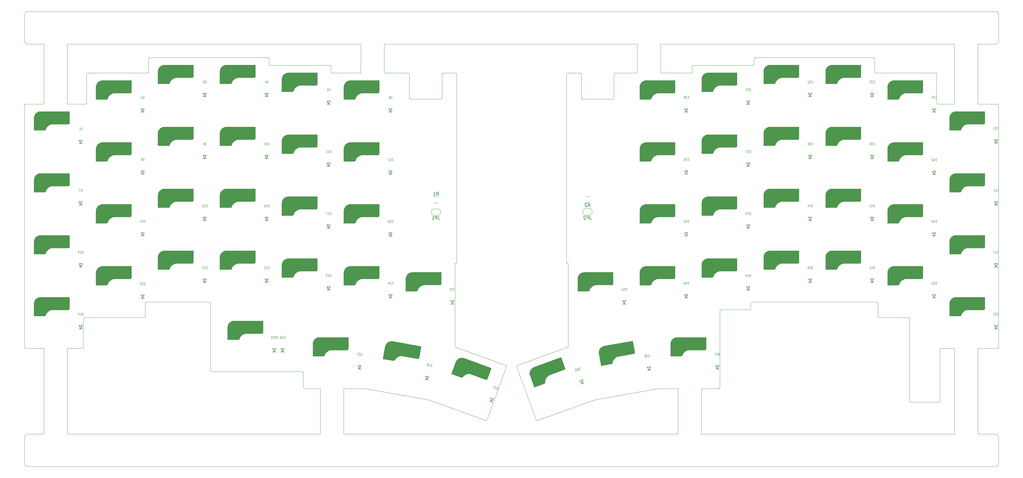
<source format=gbo>
G04 #@! TF.GenerationSoftware,KiCad,Pcbnew,7.0.2*
G04 #@! TF.CreationDate,2023-09-16T21:04:49+09:00*
G04 #@! TF.ProjectId,SumNight57,53756d4e-6967-4687-9435-372e6b696361,rev?*
G04 #@! TF.SameCoordinates,Original*
G04 #@! TF.FileFunction,Legend,Bot*
G04 #@! TF.FilePolarity,Positive*
%FSLAX46Y46*%
G04 Gerber Fmt 4.6, Leading zero omitted, Abs format (unit mm)*
G04 Created by KiCad (PCBNEW 7.0.2) date 2023-09-16 21:04:49*
%MOMM*%
%LPD*%
G01*
G04 APERTURE LIST*
%ADD10C,0.100000*%
%ADD11C,0.150000*%
%ADD12C,0.120000*%
G04 #@! TA.AperFunction,Profile*
%ADD13C,0.074083*%
G04 #@! TD*
G04 APERTURE END LIST*
D10*
X231096045Y-64489358D02*
X231096045Y-63739358D01*
X231096045Y-63739358D02*
X230953188Y-63739358D01*
X230953188Y-63739358D02*
X230867474Y-63775072D01*
X230867474Y-63775072D02*
X230810331Y-63846501D01*
X230810331Y-63846501D02*
X230781760Y-63917929D01*
X230781760Y-63917929D02*
X230753188Y-64060786D01*
X230753188Y-64060786D02*
X230753188Y-64167929D01*
X230753188Y-64167929D02*
X230781760Y-64310786D01*
X230781760Y-64310786D02*
X230810331Y-64382215D01*
X230810331Y-64382215D02*
X230867474Y-64453644D01*
X230867474Y-64453644D02*
X230953188Y-64489358D01*
X230953188Y-64489358D02*
X231096045Y-64489358D01*
X230553188Y-63739358D02*
X230181760Y-63739358D01*
X230181760Y-63739358D02*
X230381760Y-64025072D01*
X230381760Y-64025072D02*
X230296045Y-64025072D01*
X230296045Y-64025072D02*
X230238903Y-64060786D01*
X230238903Y-64060786D02*
X230210331Y-64096501D01*
X230210331Y-64096501D02*
X230181760Y-64167929D01*
X230181760Y-64167929D02*
X230181760Y-64346501D01*
X230181760Y-64346501D02*
X230210331Y-64417929D01*
X230210331Y-64417929D02*
X230238903Y-64453644D01*
X230238903Y-64453644D02*
X230296045Y-64489358D01*
X230296045Y-64489358D02*
X230467474Y-64489358D01*
X230467474Y-64489358D02*
X230524617Y-64453644D01*
X230524617Y-64453644D02*
X230553188Y-64417929D01*
X229610331Y-64489358D02*
X229953188Y-64489358D01*
X229781759Y-64489358D02*
X229781759Y-63739358D01*
X229781759Y-63739358D02*
X229838902Y-63846501D01*
X229838902Y-63846501D02*
X229896045Y-63917929D01*
X229896045Y-63917929D02*
X229953188Y-63953644D01*
X120810330Y-66870608D02*
X120810330Y-66120608D01*
X120810330Y-66120608D02*
X120667473Y-66120608D01*
X120667473Y-66120608D02*
X120581759Y-66156322D01*
X120581759Y-66156322D02*
X120524616Y-66227751D01*
X120524616Y-66227751D02*
X120496045Y-66299179D01*
X120496045Y-66299179D02*
X120467473Y-66442036D01*
X120467473Y-66442036D02*
X120467473Y-66549179D01*
X120467473Y-66549179D02*
X120496045Y-66692036D01*
X120496045Y-66692036D02*
X120524616Y-66763465D01*
X120524616Y-66763465D02*
X120581759Y-66834894D01*
X120581759Y-66834894D02*
X120667473Y-66870608D01*
X120667473Y-66870608D02*
X120810330Y-66870608D01*
X119953188Y-66120608D02*
X120067473Y-66120608D01*
X120067473Y-66120608D02*
X120124616Y-66156322D01*
X120124616Y-66156322D02*
X120153188Y-66192036D01*
X120153188Y-66192036D02*
X120210330Y-66299179D01*
X120210330Y-66299179D02*
X120238902Y-66442036D01*
X120238902Y-66442036D02*
X120238902Y-66727751D01*
X120238902Y-66727751D02*
X120210330Y-66799179D01*
X120210330Y-66799179D02*
X120181759Y-66834894D01*
X120181759Y-66834894D02*
X120124616Y-66870608D01*
X120124616Y-66870608D02*
X120010330Y-66870608D01*
X120010330Y-66870608D02*
X119953188Y-66834894D01*
X119953188Y-66834894D02*
X119924616Y-66799179D01*
X119924616Y-66799179D02*
X119896045Y-66727751D01*
X119896045Y-66727751D02*
X119896045Y-66549179D01*
X119896045Y-66549179D02*
X119924616Y-66477751D01*
X119924616Y-66477751D02*
X119953188Y-66442036D01*
X119953188Y-66442036D02*
X120010330Y-66406322D01*
X120010330Y-66406322D02*
X120124616Y-66406322D01*
X120124616Y-66406322D02*
X120181759Y-66442036D01*
X120181759Y-66442036D02*
X120210330Y-66477751D01*
X120210330Y-66477751D02*
X120238902Y-66549179D01*
D11*
X134495640Y-96629513D02*
X134828973Y-96153322D01*
X135067068Y-96629513D02*
X135067068Y-95629513D01*
X135067068Y-95629513D02*
X134686116Y-95629513D01*
X134686116Y-95629513D02*
X134590878Y-95677132D01*
X134590878Y-95677132D02*
X134543259Y-95724751D01*
X134543259Y-95724751D02*
X134495640Y-95819989D01*
X134495640Y-95819989D02*
X134495640Y-95962846D01*
X134495640Y-95962846D02*
X134543259Y-96058084D01*
X134543259Y-96058084D02*
X134590878Y-96105703D01*
X134590878Y-96105703D02*
X134686116Y-96153322D01*
X134686116Y-96153322D02*
X135067068Y-96153322D01*
X133543259Y-96629513D02*
X134114687Y-96629513D01*
X133828973Y-96629513D02*
X133828973Y-95629513D01*
X133828973Y-95629513D02*
X133924211Y-95772370D01*
X133924211Y-95772370D02*
X134019449Y-95867608D01*
X134019449Y-95867608D02*
X134114687Y-95915227D01*
D10*
X132940570Y-149347775D02*
X133070806Y-148609169D01*
X133070806Y-148609169D02*
X132930119Y-148584362D01*
X132930119Y-148584362D02*
X132839505Y-148604650D01*
X132839505Y-148604650D02*
X132770827Y-148665070D01*
X132770827Y-148665070D02*
X132730287Y-148730452D01*
X132730287Y-148730452D02*
X132677342Y-148866178D01*
X132677342Y-148866178D02*
X132658737Y-148971693D01*
X132658737Y-148971693D02*
X132662068Y-149117341D01*
X132662068Y-149117341D02*
X132677802Y-149192646D01*
X132677802Y-149192646D02*
X132721673Y-149272912D01*
X132721673Y-149272912D02*
X132799883Y-149322968D01*
X132799883Y-149322968D02*
X132940570Y-149347775D01*
X132495655Y-148580285D02*
X132473720Y-148540152D01*
X132473720Y-148540152D02*
X132423647Y-148495057D01*
X132423647Y-148495057D02*
X132282960Y-148470250D01*
X132282960Y-148470250D02*
X132220483Y-148495499D01*
X132220483Y-148495499D02*
X132186144Y-148525710D01*
X132186144Y-148525710D02*
X132145604Y-148591092D01*
X132145604Y-148591092D02*
X132133200Y-148661435D01*
X132133200Y-148661435D02*
X132142732Y-148771912D01*
X132142732Y-148771912D02*
X132405960Y-149253509D01*
X132405960Y-149253509D02*
X132040174Y-149189011D01*
X131776946Y-148707414D02*
X131839423Y-148682165D01*
X131839423Y-148682165D02*
X131873762Y-148651954D01*
X131873762Y-148651954D02*
X131914303Y-148586572D01*
X131914303Y-148586572D02*
X131920504Y-148551401D01*
X131920504Y-148551401D02*
X131904770Y-148476096D01*
X131904770Y-148476096D02*
X131882835Y-148435963D01*
X131882835Y-148435963D02*
X131832762Y-148390868D01*
X131832762Y-148390868D02*
X131720212Y-148371023D01*
X131720212Y-148371023D02*
X131657736Y-148396272D01*
X131657736Y-148396272D02*
X131623397Y-148426482D01*
X131623397Y-148426482D02*
X131582856Y-148491864D01*
X131582856Y-148491864D02*
X131576654Y-148527036D01*
X131576654Y-148527036D02*
X131592388Y-148602341D01*
X131592388Y-148602341D02*
X131614324Y-148642474D01*
X131614324Y-148642474D02*
X131664397Y-148687568D01*
X131664397Y-148687568D02*
X131776946Y-148707414D01*
X131776946Y-148707414D02*
X131827019Y-148752508D01*
X131827019Y-148752508D02*
X131848955Y-148792641D01*
X131848955Y-148792641D02*
X131864689Y-148867946D01*
X131864689Y-148867946D02*
X131839882Y-149008633D01*
X131839882Y-149008633D02*
X131799341Y-149074015D01*
X131799341Y-149074015D02*
X131765002Y-149104225D01*
X131765002Y-149104225D02*
X131702526Y-149129474D01*
X131702526Y-149129474D02*
X131589976Y-149109629D01*
X131589976Y-149109629D02*
X131539903Y-149064534D01*
X131539903Y-149064534D02*
X131517967Y-149024401D01*
X131517967Y-149024401D02*
X131502234Y-148949096D01*
X131502234Y-148949096D02*
X131527040Y-148808409D01*
X131527040Y-148808409D02*
X131567581Y-148743027D01*
X131567581Y-148743027D02*
X131601920Y-148712817D01*
X131601920Y-148712817D02*
X131664397Y-148687568D01*
X25560330Y-76525608D02*
X25560330Y-75775608D01*
X25560330Y-75775608D02*
X25417473Y-75775608D01*
X25417473Y-75775608D02*
X25331759Y-75811322D01*
X25331759Y-75811322D02*
X25274616Y-75882751D01*
X25274616Y-75882751D02*
X25246045Y-75954179D01*
X25246045Y-75954179D02*
X25217473Y-76097036D01*
X25217473Y-76097036D02*
X25217473Y-76204179D01*
X25217473Y-76204179D02*
X25246045Y-76347036D01*
X25246045Y-76347036D02*
X25274616Y-76418465D01*
X25274616Y-76418465D02*
X25331759Y-76489894D01*
X25331759Y-76489894D02*
X25417473Y-76525608D01*
X25417473Y-76525608D02*
X25560330Y-76525608D01*
X24646045Y-76525608D02*
X24988902Y-76525608D01*
X24817473Y-76525608D02*
X24817473Y-75775608D01*
X24817473Y-75775608D02*
X24874616Y-75882751D01*
X24874616Y-75882751D02*
X24931759Y-75954179D01*
X24931759Y-75954179D02*
X24988902Y-75989894D01*
X121096045Y-124020608D02*
X121096045Y-123270608D01*
X121096045Y-123270608D02*
X120953188Y-123270608D01*
X120953188Y-123270608D02*
X120867474Y-123306322D01*
X120867474Y-123306322D02*
X120810331Y-123377751D01*
X120810331Y-123377751D02*
X120781760Y-123449179D01*
X120781760Y-123449179D02*
X120753188Y-123592036D01*
X120753188Y-123592036D02*
X120753188Y-123699179D01*
X120753188Y-123699179D02*
X120781760Y-123842036D01*
X120781760Y-123842036D02*
X120810331Y-123913465D01*
X120810331Y-123913465D02*
X120867474Y-123984894D01*
X120867474Y-123984894D02*
X120953188Y-124020608D01*
X120953188Y-124020608D02*
X121096045Y-124020608D01*
X120524617Y-123342036D02*
X120496045Y-123306322D01*
X120496045Y-123306322D02*
X120438903Y-123270608D01*
X120438903Y-123270608D02*
X120296045Y-123270608D01*
X120296045Y-123270608D02*
X120238903Y-123306322D01*
X120238903Y-123306322D02*
X120210331Y-123342036D01*
X120210331Y-123342036D02*
X120181760Y-123413465D01*
X120181760Y-123413465D02*
X120181760Y-123484894D01*
X120181760Y-123484894D02*
X120210331Y-123592036D01*
X120210331Y-123592036D02*
X120553188Y-124020608D01*
X120553188Y-124020608D02*
X120181760Y-124020608D01*
X119667474Y-123520608D02*
X119667474Y-124020608D01*
X119810331Y-123234894D02*
X119953188Y-123770608D01*
X119953188Y-123770608D02*
X119581759Y-123770608D01*
X221571045Y-145904858D02*
X221571045Y-145154858D01*
X221571045Y-145154858D02*
X221428188Y-145154858D01*
X221428188Y-145154858D02*
X221342474Y-145190572D01*
X221342474Y-145190572D02*
X221285331Y-145262001D01*
X221285331Y-145262001D02*
X221256760Y-145333429D01*
X221256760Y-145333429D02*
X221228188Y-145476286D01*
X221228188Y-145476286D02*
X221228188Y-145583429D01*
X221228188Y-145583429D02*
X221256760Y-145726286D01*
X221256760Y-145726286D02*
X221285331Y-145797715D01*
X221285331Y-145797715D02*
X221342474Y-145869144D01*
X221342474Y-145869144D02*
X221428188Y-145904858D01*
X221428188Y-145904858D02*
X221571045Y-145904858D01*
X220685331Y-145154858D02*
X220971045Y-145154858D01*
X220971045Y-145154858D02*
X220999617Y-145512001D01*
X220999617Y-145512001D02*
X220971045Y-145476286D01*
X220971045Y-145476286D02*
X220913903Y-145440572D01*
X220913903Y-145440572D02*
X220771045Y-145440572D01*
X220771045Y-145440572D02*
X220713903Y-145476286D01*
X220713903Y-145476286D02*
X220685331Y-145512001D01*
X220685331Y-145512001D02*
X220656760Y-145583429D01*
X220656760Y-145583429D02*
X220656760Y-145762001D01*
X220656760Y-145762001D02*
X220685331Y-145833429D01*
X220685331Y-145833429D02*
X220713903Y-145869144D01*
X220713903Y-145869144D02*
X220771045Y-145904858D01*
X220771045Y-145904858D02*
X220913903Y-145904858D01*
X220913903Y-145904858D02*
X220971045Y-145869144D01*
X220971045Y-145869144D02*
X220999617Y-145833429D01*
X220456759Y-145154858D02*
X220056759Y-145154858D01*
X220056759Y-145154858D02*
X220313902Y-145904858D01*
X231096045Y-121639358D02*
X231096045Y-120889358D01*
X231096045Y-120889358D02*
X230953188Y-120889358D01*
X230953188Y-120889358D02*
X230867474Y-120925072D01*
X230867474Y-120925072D02*
X230810331Y-120996501D01*
X230810331Y-120996501D02*
X230781760Y-121067929D01*
X230781760Y-121067929D02*
X230753188Y-121210786D01*
X230753188Y-121210786D02*
X230753188Y-121317929D01*
X230753188Y-121317929D02*
X230781760Y-121460786D01*
X230781760Y-121460786D02*
X230810331Y-121532215D01*
X230810331Y-121532215D02*
X230867474Y-121603644D01*
X230867474Y-121603644D02*
X230953188Y-121639358D01*
X230953188Y-121639358D02*
X231096045Y-121639358D01*
X230238903Y-121139358D02*
X230238903Y-121639358D01*
X230381760Y-120853644D02*
X230524617Y-121389358D01*
X230524617Y-121389358D02*
X230153188Y-121389358D01*
X229896045Y-121639358D02*
X229781759Y-121639358D01*
X229781759Y-121639358D02*
X229724616Y-121603644D01*
X229724616Y-121603644D02*
X229696045Y-121567929D01*
X229696045Y-121567929D02*
X229638902Y-121460786D01*
X229638902Y-121460786D02*
X229610331Y-121317929D01*
X229610331Y-121317929D02*
X229610331Y-121032215D01*
X229610331Y-121032215D02*
X229638902Y-120960786D01*
X229638902Y-120960786D02*
X229667474Y-120925072D01*
X229667474Y-120925072D02*
X229724616Y-120889358D01*
X229724616Y-120889358D02*
X229838902Y-120889358D01*
X229838902Y-120889358D02*
X229896045Y-120925072D01*
X229896045Y-120925072D02*
X229924616Y-120960786D01*
X229924616Y-120960786D02*
X229953188Y-121032215D01*
X229953188Y-121032215D02*
X229953188Y-121210786D01*
X229953188Y-121210786D02*
X229924616Y-121282215D01*
X229924616Y-121282215D02*
X229896045Y-121317929D01*
X229896045Y-121317929D02*
X229838902Y-121353644D01*
X229838902Y-121353644D02*
X229724616Y-121353644D01*
X229724616Y-121353644D02*
X229667474Y-121317929D01*
X229667474Y-121317929D02*
X229638902Y-121282215D01*
X229638902Y-121282215D02*
X229610331Y-121210786D01*
X25560330Y-95445608D02*
X25560330Y-94695608D01*
X25560330Y-94695608D02*
X25417473Y-94695608D01*
X25417473Y-94695608D02*
X25331759Y-94731322D01*
X25331759Y-94731322D02*
X25274616Y-94802751D01*
X25274616Y-94802751D02*
X25246045Y-94874179D01*
X25246045Y-94874179D02*
X25217473Y-95017036D01*
X25217473Y-95017036D02*
X25217473Y-95124179D01*
X25217473Y-95124179D02*
X25246045Y-95267036D01*
X25246045Y-95267036D02*
X25274616Y-95338465D01*
X25274616Y-95338465D02*
X25331759Y-95409894D01*
X25331759Y-95409894D02*
X25417473Y-95445608D01*
X25417473Y-95445608D02*
X25560330Y-95445608D01*
X25017473Y-94695608D02*
X24617473Y-94695608D01*
X24617473Y-94695608D02*
X24874616Y-95445608D01*
X87917045Y-140689358D02*
X87917045Y-139939358D01*
X87917045Y-139939358D02*
X87774188Y-139939358D01*
X87774188Y-139939358D02*
X87688474Y-139975072D01*
X87688474Y-139975072D02*
X87631331Y-140046501D01*
X87631331Y-140046501D02*
X87602760Y-140117929D01*
X87602760Y-140117929D02*
X87574188Y-140260786D01*
X87574188Y-140260786D02*
X87574188Y-140367929D01*
X87574188Y-140367929D02*
X87602760Y-140510786D01*
X87602760Y-140510786D02*
X87631331Y-140582215D01*
X87631331Y-140582215D02*
X87688474Y-140653644D01*
X87688474Y-140653644D02*
X87774188Y-140689358D01*
X87774188Y-140689358D02*
X87917045Y-140689358D01*
X87345617Y-140010786D02*
X87317045Y-139975072D01*
X87317045Y-139975072D02*
X87259903Y-139939358D01*
X87259903Y-139939358D02*
X87117045Y-139939358D01*
X87117045Y-139939358D02*
X87059903Y-139975072D01*
X87059903Y-139975072D02*
X87031331Y-140010786D01*
X87031331Y-140010786D02*
X87002760Y-140082215D01*
X87002760Y-140082215D02*
X87002760Y-140153644D01*
X87002760Y-140153644D02*
X87031331Y-140260786D01*
X87031331Y-140260786D02*
X87374188Y-140689358D01*
X87374188Y-140689358D02*
X87002760Y-140689358D01*
X86488474Y-139939358D02*
X86602759Y-139939358D01*
X86602759Y-139939358D02*
X86659902Y-139975072D01*
X86659902Y-139975072D02*
X86688474Y-140010786D01*
X86688474Y-140010786D02*
X86745616Y-140117929D01*
X86745616Y-140117929D02*
X86774188Y-140260786D01*
X86774188Y-140260786D02*
X86774188Y-140546501D01*
X86774188Y-140546501D02*
X86745616Y-140617929D01*
X86745616Y-140617929D02*
X86717045Y-140653644D01*
X86717045Y-140653644D02*
X86659902Y-140689358D01*
X86659902Y-140689358D02*
X86545616Y-140689358D01*
X86545616Y-140689358D02*
X86488474Y-140653644D01*
X86488474Y-140653644D02*
X86459902Y-140617929D01*
X86459902Y-140617929D02*
X86431331Y-140546501D01*
X86431331Y-140546501D02*
X86431331Y-140367929D01*
X86431331Y-140367929D02*
X86459902Y-140296501D01*
X86459902Y-140296501D02*
X86488474Y-140260786D01*
X86488474Y-140260786D02*
X86545616Y-140225072D01*
X86545616Y-140225072D02*
X86659902Y-140225072D01*
X86659902Y-140225072D02*
X86717045Y-140260786D01*
X86717045Y-140260786D02*
X86745616Y-140296501D01*
X86745616Y-140296501D02*
X86774188Y-140367929D01*
X288246045Y-124020608D02*
X288246045Y-123270608D01*
X288246045Y-123270608D02*
X288103188Y-123270608D01*
X288103188Y-123270608D02*
X288017474Y-123306322D01*
X288017474Y-123306322D02*
X287960331Y-123377751D01*
X287960331Y-123377751D02*
X287931760Y-123449179D01*
X287931760Y-123449179D02*
X287903188Y-123592036D01*
X287903188Y-123592036D02*
X287903188Y-123699179D01*
X287903188Y-123699179D02*
X287931760Y-123842036D01*
X287931760Y-123842036D02*
X287960331Y-123913465D01*
X287960331Y-123913465D02*
X288017474Y-123984894D01*
X288017474Y-123984894D02*
X288103188Y-124020608D01*
X288103188Y-124020608D02*
X288246045Y-124020608D01*
X287360331Y-123270608D02*
X287646045Y-123270608D01*
X287646045Y-123270608D02*
X287674617Y-123627751D01*
X287674617Y-123627751D02*
X287646045Y-123592036D01*
X287646045Y-123592036D02*
X287588903Y-123556322D01*
X287588903Y-123556322D02*
X287446045Y-123556322D01*
X287446045Y-123556322D02*
X287388903Y-123592036D01*
X287388903Y-123592036D02*
X287360331Y-123627751D01*
X287360331Y-123627751D02*
X287331760Y-123699179D01*
X287331760Y-123699179D02*
X287331760Y-123877751D01*
X287331760Y-123877751D02*
X287360331Y-123949179D01*
X287360331Y-123949179D02*
X287388903Y-123984894D01*
X287388903Y-123984894D02*
X287446045Y-124020608D01*
X287446045Y-124020608D02*
X287588903Y-124020608D01*
X287588903Y-124020608D02*
X287646045Y-123984894D01*
X287646045Y-123984894D02*
X287674617Y-123949179D01*
X287103188Y-123342036D02*
X287074616Y-123306322D01*
X287074616Y-123306322D02*
X287017474Y-123270608D01*
X287017474Y-123270608D02*
X286874616Y-123270608D01*
X286874616Y-123270608D02*
X286817474Y-123306322D01*
X286817474Y-123306322D02*
X286788902Y-123342036D01*
X286788902Y-123342036D02*
X286760331Y-123413465D01*
X286760331Y-123413465D02*
X286760331Y-123484894D01*
X286760331Y-123484894D02*
X286788902Y-123592036D01*
X286788902Y-123592036D02*
X287131759Y-124020608D01*
X287131759Y-124020608D02*
X286760331Y-124020608D01*
X288246045Y-86050608D02*
X288246045Y-85300608D01*
X288246045Y-85300608D02*
X288103188Y-85300608D01*
X288103188Y-85300608D02*
X288017474Y-85336322D01*
X288017474Y-85336322D02*
X287960331Y-85407751D01*
X287960331Y-85407751D02*
X287931760Y-85479179D01*
X287931760Y-85479179D02*
X287903188Y-85622036D01*
X287903188Y-85622036D02*
X287903188Y-85729179D01*
X287903188Y-85729179D02*
X287931760Y-85872036D01*
X287931760Y-85872036D02*
X287960331Y-85943465D01*
X287960331Y-85943465D02*
X288017474Y-86014894D01*
X288017474Y-86014894D02*
X288103188Y-86050608D01*
X288103188Y-86050608D02*
X288246045Y-86050608D01*
X287388903Y-85550608D02*
X287388903Y-86050608D01*
X287531760Y-85264894D02*
X287674617Y-85800608D01*
X287674617Y-85800608D02*
X287303188Y-85800608D01*
X286960331Y-85300608D02*
X286903188Y-85300608D01*
X286903188Y-85300608D02*
X286846045Y-85336322D01*
X286846045Y-85336322D02*
X286817474Y-85372036D01*
X286817474Y-85372036D02*
X286788902Y-85443465D01*
X286788902Y-85443465D02*
X286760331Y-85586322D01*
X286760331Y-85586322D02*
X286760331Y-85764894D01*
X286760331Y-85764894D02*
X286788902Y-85907751D01*
X286788902Y-85907751D02*
X286817474Y-85979179D01*
X286817474Y-85979179D02*
X286846045Y-86014894D01*
X286846045Y-86014894D02*
X286903188Y-86050608D01*
X286903188Y-86050608D02*
X286960331Y-86050608D01*
X286960331Y-86050608D02*
X287017474Y-86014894D01*
X287017474Y-86014894D02*
X287046045Y-85979179D01*
X287046045Y-85979179D02*
X287074616Y-85907751D01*
X287074616Y-85907751D02*
X287103188Y-85764894D01*
X287103188Y-85764894D02*
X287103188Y-85586322D01*
X287103188Y-85586322D02*
X287074616Y-85443465D01*
X287074616Y-85443465D02*
X287046045Y-85372036D01*
X287046045Y-85372036D02*
X287017474Y-85336322D01*
X287017474Y-85336322D02*
X286960331Y-85300608D01*
X82996045Y-100208108D02*
X82996045Y-99458108D01*
X82996045Y-99458108D02*
X82853188Y-99458108D01*
X82853188Y-99458108D02*
X82767474Y-99493822D01*
X82767474Y-99493822D02*
X82710331Y-99565251D01*
X82710331Y-99565251D02*
X82681760Y-99636679D01*
X82681760Y-99636679D02*
X82653188Y-99779536D01*
X82653188Y-99779536D02*
X82653188Y-99886679D01*
X82653188Y-99886679D02*
X82681760Y-100029536D01*
X82681760Y-100029536D02*
X82710331Y-100100965D01*
X82710331Y-100100965D02*
X82767474Y-100172394D01*
X82767474Y-100172394D02*
X82853188Y-100208108D01*
X82853188Y-100208108D02*
X82996045Y-100208108D01*
X82081760Y-100208108D02*
X82424617Y-100208108D01*
X82253188Y-100208108D02*
X82253188Y-99458108D01*
X82253188Y-99458108D02*
X82310331Y-99565251D01*
X82310331Y-99565251D02*
X82367474Y-99636679D01*
X82367474Y-99636679D02*
X82424617Y-99672394D01*
X81567474Y-99458108D02*
X81681759Y-99458108D01*
X81681759Y-99458108D02*
X81738902Y-99493822D01*
X81738902Y-99493822D02*
X81767474Y-99529536D01*
X81767474Y-99529536D02*
X81824616Y-99636679D01*
X81824616Y-99636679D02*
X81853188Y-99779536D01*
X81853188Y-99779536D02*
X81853188Y-100065251D01*
X81853188Y-100065251D02*
X81824616Y-100136679D01*
X81824616Y-100136679D02*
X81796045Y-100172394D01*
X81796045Y-100172394D02*
X81738902Y-100208108D01*
X81738902Y-100208108D02*
X81624616Y-100208108D01*
X81624616Y-100208108D02*
X81567474Y-100172394D01*
X81567474Y-100172394D02*
X81538902Y-100136679D01*
X81538902Y-100136679D02*
X81510331Y-100065251D01*
X81510331Y-100065251D02*
X81510331Y-99886679D01*
X81510331Y-99886679D02*
X81538902Y-99815251D01*
X81538902Y-99815251D02*
X81567474Y-99779536D01*
X81567474Y-99779536D02*
X81624616Y-99743822D01*
X81624616Y-99743822D02*
X81738902Y-99743822D01*
X81738902Y-99743822D02*
X81796045Y-99779536D01*
X81796045Y-99779536D02*
X81824616Y-99815251D01*
X81824616Y-99815251D02*
X81853188Y-99886679D01*
X250146045Y-81158108D02*
X250146045Y-80408108D01*
X250146045Y-80408108D02*
X250003188Y-80408108D01*
X250003188Y-80408108D02*
X249917474Y-80443822D01*
X249917474Y-80443822D02*
X249860331Y-80515251D01*
X249860331Y-80515251D02*
X249831760Y-80586679D01*
X249831760Y-80586679D02*
X249803188Y-80729536D01*
X249803188Y-80729536D02*
X249803188Y-80836679D01*
X249803188Y-80836679D02*
X249831760Y-80979536D01*
X249831760Y-80979536D02*
X249860331Y-81050965D01*
X249860331Y-81050965D02*
X249917474Y-81122394D01*
X249917474Y-81122394D02*
X250003188Y-81158108D01*
X250003188Y-81158108D02*
X250146045Y-81158108D01*
X249603188Y-80408108D02*
X249231760Y-80408108D01*
X249231760Y-80408108D02*
X249431760Y-80693822D01*
X249431760Y-80693822D02*
X249346045Y-80693822D01*
X249346045Y-80693822D02*
X249288903Y-80729536D01*
X249288903Y-80729536D02*
X249260331Y-80765251D01*
X249260331Y-80765251D02*
X249231760Y-80836679D01*
X249231760Y-80836679D02*
X249231760Y-81015251D01*
X249231760Y-81015251D02*
X249260331Y-81086679D01*
X249260331Y-81086679D02*
X249288903Y-81122394D01*
X249288903Y-81122394D02*
X249346045Y-81158108D01*
X249346045Y-81158108D02*
X249517474Y-81158108D01*
X249517474Y-81158108D02*
X249574617Y-81122394D01*
X249574617Y-81122394D02*
X249603188Y-81086679D01*
X248888902Y-80729536D02*
X248946045Y-80693822D01*
X248946045Y-80693822D02*
X248974616Y-80658108D01*
X248974616Y-80658108D02*
X249003188Y-80586679D01*
X249003188Y-80586679D02*
X249003188Y-80550965D01*
X249003188Y-80550965D02*
X248974616Y-80479536D01*
X248974616Y-80479536D02*
X248946045Y-80443822D01*
X248946045Y-80443822D02*
X248888902Y-80408108D01*
X248888902Y-80408108D02*
X248774616Y-80408108D01*
X248774616Y-80408108D02*
X248717474Y-80443822D01*
X248717474Y-80443822D02*
X248688902Y-80479536D01*
X248688902Y-80479536D02*
X248660331Y-80550965D01*
X248660331Y-80550965D02*
X248660331Y-80586679D01*
X248660331Y-80586679D02*
X248688902Y-80658108D01*
X248688902Y-80658108D02*
X248717474Y-80693822D01*
X248717474Y-80693822D02*
X248774616Y-80729536D01*
X248774616Y-80729536D02*
X248888902Y-80729536D01*
X248888902Y-80729536D02*
X248946045Y-80765251D01*
X248946045Y-80765251D02*
X248974616Y-80800965D01*
X248974616Y-80800965D02*
X249003188Y-80872394D01*
X249003188Y-80872394D02*
X249003188Y-81015251D01*
X249003188Y-81015251D02*
X248974616Y-81086679D01*
X248974616Y-81086679D02*
X248946045Y-81122394D01*
X248946045Y-81122394D02*
X248888902Y-81158108D01*
X248888902Y-81158108D02*
X248774616Y-81158108D01*
X248774616Y-81158108D02*
X248717474Y-81122394D01*
X248717474Y-81122394D02*
X248688902Y-81086679D01*
X248688902Y-81086679D02*
X248660331Y-81015251D01*
X248660331Y-81015251D02*
X248660331Y-80872394D01*
X248660331Y-80872394D02*
X248688902Y-80800965D01*
X248688902Y-80800965D02*
X248717474Y-80765251D01*
X248717474Y-80765251D02*
X248774616Y-80729536D01*
D11*
X181771307Y-103037513D02*
X181771307Y-103751798D01*
X181771307Y-103751798D02*
X181818926Y-103894655D01*
X181818926Y-103894655D02*
X181914164Y-103989894D01*
X181914164Y-103989894D02*
X182057021Y-104037513D01*
X182057021Y-104037513D02*
X182152259Y-104037513D01*
X181295116Y-104037513D02*
X181295116Y-103037513D01*
X181295116Y-103037513D02*
X180914164Y-103037513D01*
X180914164Y-103037513D02*
X180818926Y-103085132D01*
X180818926Y-103085132D02*
X180771307Y-103132751D01*
X180771307Y-103132751D02*
X180723688Y-103227989D01*
X180723688Y-103227989D02*
X180723688Y-103370846D01*
X180723688Y-103370846D02*
X180771307Y-103466084D01*
X180771307Y-103466084D02*
X180818926Y-103513703D01*
X180818926Y-103513703D02*
X180914164Y-103561322D01*
X180914164Y-103561322D02*
X181295116Y-103561322D01*
X180342735Y-103132751D02*
X180295116Y-103085132D01*
X180295116Y-103085132D02*
X180199878Y-103037513D01*
X180199878Y-103037513D02*
X179961783Y-103037513D01*
X179961783Y-103037513D02*
X179866545Y-103085132D01*
X179866545Y-103085132D02*
X179818926Y-103132751D01*
X179818926Y-103132751D02*
X179771307Y-103227989D01*
X179771307Y-103227989D02*
X179771307Y-103323227D01*
X179771307Y-103323227D02*
X179818926Y-103466084D01*
X179818926Y-103466084D02*
X180390354Y-104037513D01*
X180390354Y-104037513D02*
X179771307Y-104037513D01*
D10*
X101760330Y-64489358D02*
X101760330Y-63739358D01*
X101760330Y-63739358D02*
X101617473Y-63739358D01*
X101617473Y-63739358D02*
X101531759Y-63775072D01*
X101531759Y-63775072D02*
X101474616Y-63846501D01*
X101474616Y-63846501D02*
X101446045Y-63917929D01*
X101446045Y-63917929D02*
X101417473Y-64060786D01*
X101417473Y-64060786D02*
X101417473Y-64167929D01*
X101417473Y-64167929D02*
X101446045Y-64310786D01*
X101446045Y-64310786D02*
X101474616Y-64382215D01*
X101474616Y-64382215D02*
X101531759Y-64453644D01*
X101531759Y-64453644D02*
X101617473Y-64489358D01*
X101617473Y-64489358D02*
X101760330Y-64489358D01*
X100874616Y-63739358D02*
X101160330Y-63739358D01*
X101160330Y-63739358D02*
X101188902Y-64096501D01*
X101188902Y-64096501D02*
X101160330Y-64060786D01*
X101160330Y-64060786D02*
X101103188Y-64025072D01*
X101103188Y-64025072D02*
X100960330Y-64025072D01*
X100960330Y-64025072D02*
X100903188Y-64060786D01*
X100903188Y-64060786D02*
X100874616Y-64096501D01*
X100874616Y-64096501D02*
X100846045Y-64167929D01*
X100846045Y-64167929D02*
X100846045Y-64346501D01*
X100846045Y-64346501D02*
X100874616Y-64417929D01*
X100874616Y-64417929D02*
X100903188Y-64453644D01*
X100903188Y-64453644D02*
X100960330Y-64489358D01*
X100960330Y-64489358D02*
X101103188Y-64489358D01*
X101103188Y-64489358D02*
X101160330Y-64453644D01*
X101160330Y-64453644D02*
X101188902Y-64417929D01*
X250146045Y-62108108D02*
X250146045Y-61358108D01*
X250146045Y-61358108D02*
X250003188Y-61358108D01*
X250003188Y-61358108D02*
X249917474Y-61393822D01*
X249917474Y-61393822D02*
X249860331Y-61465251D01*
X249860331Y-61465251D02*
X249831760Y-61536679D01*
X249831760Y-61536679D02*
X249803188Y-61679536D01*
X249803188Y-61679536D02*
X249803188Y-61786679D01*
X249803188Y-61786679D02*
X249831760Y-61929536D01*
X249831760Y-61929536D02*
X249860331Y-62000965D01*
X249860331Y-62000965D02*
X249917474Y-62072394D01*
X249917474Y-62072394D02*
X250003188Y-62108108D01*
X250003188Y-62108108D02*
X250146045Y-62108108D01*
X249603188Y-61358108D02*
X249231760Y-61358108D01*
X249231760Y-61358108D02*
X249431760Y-61643822D01*
X249431760Y-61643822D02*
X249346045Y-61643822D01*
X249346045Y-61643822D02*
X249288903Y-61679536D01*
X249288903Y-61679536D02*
X249260331Y-61715251D01*
X249260331Y-61715251D02*
X249231760Y-61786679D01*
X249231760Y-61786679D02*
X249231760Y-61965251D01*
X249231760Y-61965251D02*
X249260331Y-62036679D01*
X249260331Y-62036679D02*
X249288903Y-62072394D01*
X249288903Y-62072394D02*
X249346045Y-62108108D01*
X249346045Y-62108108D02*
X249517474Y-62108108D01*
X249517474Y-62108108D02*
X249574617Y-62072394D01*
X249574617Y-62072394D02*
X249603188Y-62036679D01*
X249003188Y-61429536D02*
X248974616Y-61393822D01*
X248974616Y-61393822D02*
X248917474Y-61358108D01*
X248917474Y-61358108D02*
X248774616Y-61358108D01*
X248774616Y-61358108D02*
X248717474Y-61393822D01*
X248717474Y-61393822D02*
X248688902Y-61429536D01*
X248688902Y-61429536D02*
X248660331Y-61500965D01*
X248660331Y-61500965D02*
X248660331Y-61572394D01*
X248660331Y-61572394D02*
X248688902Y-61679536D01*
X248688902Y-61679536D02*
X249031759Y-62108108D01*
X249031759Y-62108108D02*
X248660331Y-62108108D01*
X63946045Y-100208108D02*
X63946045Y-99458108D01*
X63946045Y-99458108D02*
X63803188Y-99458108D01*
X63803188Y-99458108D02*
X63717474Y-99493822D01*
X63717474Y-99493822D02*
X63660331Y-99565251D01*
X63660331Y-99565251D02*
X63631760Y-99636679D01*
X63631760Y-99636679D02*
X63603188Y-99779536D01*
X63603188Y-99779536D02*
X63603188Y-99886679D01*
X63603188Y-99886679D02*
X63631760Y-100029536D01*
X63631760Y-100029536D02*
X63660331Y-100100965D01*
X63660331Y-100100965D02*
X63717474Y-100172394D01*
X63717474Y-100172394D02*
X63803188Y-100208108D01*
X63803188Y-100208108D02*
X63946045Y-100208108D01*
X63031760Y-100208108D02*
X63374617Y-100208108D01*
X63203188Y-100208108D02*
X63203188Y-99458108D01*
X63203188Y-99458108D02*
X63260331Y-99565251D01*
X63260331Y-99565251D02*
X63317474Y-99636679D01*
X63317474Y-99636679D02*
X63374617Y-99672394D01*
X62488902Y-99458108D02*
X62774616Y-99458108D01*
X62774616Y-99458108D02*
X62803188Y-99815251D01*
X62803188Y-99815251D02*
X62774616Y-99779536D01*
X62774616Y-99779536D02*
X62717474Y-99743822D01*
X62717474Y-99743822D02*
X62574616Y-99743822D01*
X62574616Y-99743822D02*
X62517474Y-99779536D01*
X62517474Y-99779536D02*
X62488902Y-99815251D01*
X62488902Y-99815251D02*
X62460331Y-99886679D01*
X62460331Y-99886679D02*
X62460331Y-100065251D01*
X62460331Y-100065251D02*
X62488902Y-100136679D01*
X62488902Y-100136679D02*
X62517474Y-100172394D01*
X62517474Y-100172394D02*
X62574616Y-100208108D01*
X62574616Y-100208108D02*
X62717474Y-100208108D01*
X62717474Y-100208108D02*
X62774616Y-100172394D01*
X62774616Y-100172394D02*
X62803188Y-100136679D01*
X63660330Y-81158108D02*
X63660330Y-80408108D01*
X63660330Y-80408108D02*
X63517473Y-80408108D01*
X63517473Y-80408108D02*
X63431759Y-80443822D01*
X63431759Y-80443822D02*
X63374616Y-80515251D01*
X63374616Y-80515251D02*
X63346045Y-80586679D01*
X63346045Y-80586679D02*
X63317473Y-80729536D01*
X63317473Y-80729536D02*
X63317473Y-80836679D01*
X63317473Y-80836679D02*
X63346045Y-80979536D01*
X63346045Y-80979536D02*
X63374616Y-81050965D01*
X63374616Y-81050965D02*
X63431759Y-81122394D01*
X63431759Y-81122394D02*
X63517473Y-81158108D01*
X63517473Y-81158108D02*
X63660330Y-81158108D01*
X63031759Y-81158108D02*
X62917473Y-81158108D01*
X62917473Y-81158108D02*
X62860330Y-81122394D01*
X62860330Y-81122394D02*
X62831759Y-81086679D01*
X62831759Y-81086679D02*
X62774616Y-80979536D01*
X62774616Y-80979536D02*
X62746045Y-80836679D01*
X62746045Y-80836679D02*
X62746045Y-80550965D01*
X62746045Y-80550965D02*
X62774616Y-80479536D01*
X62774616Y-80479536D02*
X62803188Y-80443822D01*
X62803188Y-80443822D02*
X62860330Y-80408108D01*
X62860330Y-80408108D02*
X62974616Y-80408108D01*
X62974616Y-80408108D02*
X63031759Y-80443822D01*
X63031759Y-80443822D02*
X63060330Y-80479536D01*
X63060330Y-80479536D02*
X63088902Y-80550965D01*
X63088902Y-80550965D02*
X63088902Y-80729536D01*
X63088902Y-80729536D02*
X63060330Y-80800965D01*
X63060330Y-80800965D02*
X63031759Y-80836679D01*
X63031759Y-80836679D02*
X62974616Y-80872394D01*
X62974616Y-80872394D02*
X62860330Y-80872394D01*
X62860330Y-80872394D02*
X62803188Y-80836679D01*
X62803188Y-80836679D02*
X62774616Y-80800965D01*
X62774616Y-80800965D02*
X62746045Y-80729536D01*
X288246045Y-104970608D02*
X288246045Y-104220608D01*
X288246045Y-104220608D02*
X288103188Y-104220608D01*
X288103188Y-104220608D02*
X288017474Y-104256322D01*
X288017474Y-104256322D02*
X287960331Y-104327751D01*
X287960331Y-104327751D02*
X287931760Y-104399179D01*
X287931760Y-104399179D02*
X287903188Y-104542036D01*
X287903188Y-104542036D02*
X287903188Y-104649179D01*
X287903188Y-104649179D02*
X287931760Y-104792036D01*
X287931760Y-104792036D02*
X287960331Y-104863465D01*
X287960331Y-104863465D02*
X288017474Y-104934894D01*
X288017474Y-104934894D02*
X288103188Y-104970608D01*
X288103188Y-104970608D02*
X288246045Y-104970608D01*
X287388903Y-104470608D02*
X287388903Y-104970608D01*
X287531760Y-104184894D02*
X287674617Y-104720608D01*
X287674617Y-104720608D02*
X287303188Y-104720608D01*
X286817474Y-104220608D02*
X286931759Y-104220608D01*
X286931759Y-104220608D02*
X286988902Y-104256322D01*
X286988902Y-104256322D02*
X287017474Y-104292036D01*
X287017474Y-104292036D02*
X287074616Y-104399179D01*
X287074616Y-104399179D02*
X287103188Y-104542036D01*
X287103188Y-104542036D02*
X287103188Y-104827751D01*
X287103188Y-104827751D02*
X287074616Y-104899179D01*
X287074616Y-104899179D02*
X287046045Y-104934894D01*
X287046045Y-104934894D02*
X286988902Y-104970608D01*
X286988902Y-104970608D02*
X286874616Y-104970608D01*
X286874616Y-104970608D02*
X286817474Y-104934894D01*
X286817474Y-104934894D02*
X286788902Y-104899179D01*
X286788902Y-104899179D02*
X286760331Y-104827751D01*
X286760331Y-104827751D02*
X286760331Y-104649179D01*
X286760331Y-104649179D02*
X286788902Y-104577751D01*
X286788902Y-104577751D02*
X286817474Y-104542036D01*
X286817474Y-104542036D02*
X286874616Y-104506322D01*
X286874616Y-104506322D02*
X286988902Y-104506322D01*
X286988902Y-104506322D02*
X287046045Y-104542036D01*
X287046045Y-104542036D02*
X287074616Y-104577751D01*
X287074616Y-104577751D02*
X287103188Y-104649179D01*
X153388107Y-156448752D02*
X153644622Y-155743982D01*
X153644622Y-155743982D02*
X153510381Y-155695122D01*
X153510381Y-155695122D02*
X153417621Y-155699366D01*
X153417621Y-155699366D02*
X153339494Y-155746943D01*
X153339494Y-155746943D02*
X153288215Y-155804292D01*
X153288215Y-155804292D02*
X153212507Y-155928762D01*
X153212507Y-155928762D02*
X153175862Y-156029443D01*
X153175862Y-156029443D02*
X153153850Y-156173457D01*
X153153850Y-156173457D02*
X153156269Y-156250350D01*
X153156269Y-156250350D02*
X153185535Y-156337015D01*
X153185535Y-156337015D02*
X153253866Y-156399892D01*
X153253866Y-156399892D02*
X153388107Y-156448752D01*
X153083225Y-155615663D02*
X153068592Y-155572330D01*
X153068592Y-155572330D02*
X153027110Y-155519226D01*
X153027110Y-155519226D02*
X152892868Y-155470366D01*
X152892868Y-155470366D02*
X152826957Y-155484382D01*
X152826957Y-155484382D02*
X152787893Y-155508171D01*
X152787893Y-155508171D02*
X152736615Y-155565520D01*
X152736615Y-155565520D02*
X152712185Y-155632641D01*
X152712185Y-155632641D02*
X152702388Y-155743094D01*
X152702388Y-155743094D02*
X152877988Y-156263083D01*
X152877988Y-156263083D02*
X152528960Y-156136047D01*
X152260476Y-156038327D02*
X152153082Y-155999239D01*
X152153082Y-155999239D02*
X152111601Y-155946135D01*
X152111601Y-155946135D02*
X152096967Y-155902802D01*
X152096967Y-155902802D02*
X152079916Y-155782577D01*
X152079916Y-155782577D02*
X152101927Y-155638563D01*
X152101927Y-155638563D02*
X152199647Y-155370080D01*
X152199647Y-155370080D02*
X152250926Y-155312731D01*
X152250926Y-155312731D02*
X152289989Y-155288942D01*
X152289989Y-155288942D02*
X152355901Y-155274926D01*
X152355901Y-155274926D02*
X152463294Y-155314014D01*
X152463294Y-155314014D02*
X152504776Y-155367118D01*
X152504776Y-155367118D02*
X152519409Y-155410451D01*
X152519409Y-155410451D02*
X152521828Y-155487344D01*
X152521828Y-155487344D02*
X152460753Y-155655146D01*
X152460753Y-155655146D02*
X152409474Y-155712495D01*
X152409474Y-155712495D02*
X152370411Y-155736283D01*
X152370411Y-155736283D02*
X152304499Y-155750300D01*
X152304499Y-155750300D02*
X152197106Y-155711212D01*
X152197106Y-155711212D02*
X152155624Y-155658107D01*
X152155624Y-155658107D02*
X152140991Y-155614775D01*
X152140991Y-155614775D02*
X152138572Y-155537882D01*
X231096045Y-83539358D02*
X231096045Y-82789358D01*
X231096045Y-82789358D02*
X230953188Y-82789358D01*
X230953188Y-82789358D02*
X230867474Y-82825072D01*
X230867474Y-82825072D02*
X230810331Y-82896501D01*
X230810331Y-82896501D02*
X230781760Y-82967929D01*
X230781760Y-82967929D02*
X230753188Y-83110786D01*
X230753188Y-83110786D02*
X230753188Y-83217929D01*
X230753188Y-83217929D02*
X230781760Y-83360786D01*
X230781760Y-83360786D02*
X230810331Y-83432215D01*
X230810331Y-83432215D02*
X230867474Y-83503644D01*
X230867474Y-83503644D02*
X230953188Y-83539358D01*
X230953188Y-83539358D02*
X231096045Y-83539358D01*
X230553188Y-82789358D02*
X230181760Y-82789358D01*
X230181760Y-82789358D02*
X230381760Y-83075072D01*
X230381760Y-83075072D02*
X230296045Y-83075072D01*
X230296045Y-83075072D02*
X230238903Y-83110786D01*
X230238903Y-83110786D02*
X230210331Y-83146501D01*
X230210331Y-83146501D02*
X230181760Y-83217929D01*
X230181760Y-83217929D02*
X230181760Y-83396501D01*
X230181760Y-83396501D02*
X230210331Y-83467929D01*
X230210331Y-83467929D02*
X230238903Y-83503644D01*
X230238903Y-83503644D02*
X230296045Y-83539358D01*
X230296045Y-83539358D02*
X230467474Y-83539358D01*
X230467474Y-83539358D02*
X230524617Y-83503644D01*
X230524617Y-83503644D02*
X230553188Y-83467929D01*
X229981759Y-82789358D02*
X229581759Y-82789358D01*
X229581759Y-82789358D02*
X229838902Y-83539358D01*
X25846045Y-114495608D02*
X25846045Y-113745608D01*
X25846045Y-113745608D02*
X25703188Y-113745608D01*
X25703188Y-113745608D02*
X25617474Y-113781322D01*
X25617474Y-113781322D02*
X25560331Y-113852751D01*
X25560331Y-113852751D02*
X25531760Y-113924179D01*
X25531760Y-113924179D02*
X25503188Y-114067036D01*
X25503188Y-114067036D02*
X25503188Y-114174179D01*
X25503188Y-114174179D02*
X25531760Y-114317036D01*
X25531760Y-114317036D02*
X25560331Y-114388465D01*
X25560331Y-114388465D02*
X25617474Y-114459894D01*
X25617474Y-114459894D02*
X25703188Y-114495608D01*
X25703188Y-114495608D02*
X25846045Y-114495608D01*
X24931760Y-114495608D02*
X25274617Y-114495608D01*
X25103188Y-114495608D02*
X25103188Y-113745608D01*
X25103188Y-113745608D02*
X25160331Y-113852751D01*
X25160331Y-113852751D02*
X25217474Y-113924179D01*
X25217474Y-113924179D02*
X25274617Y-113959894D01*
X24731759Y-113745608D02*
X24360331Y-113745608D01*
X24360331Y-113745608D02*
X24560331Y-114031322D01*
X24560331Y-114031322D02*
X24474616Y-114031322D01*
X24474616Y-114031322D02*
X24417474Y-114067036D01*
X24417474Y-114067036D02*
X24388902Y-114102751D01*
X24388902Y-114102751D02*
X24360331Y-114174179D01*
X24360331Y-114174179D02*
X24360331Y-114352751D01*
X24360331Y-114352751D02*
X24388902Y-114424179D01*
X24388902Y-114424179D02*
X24417474Y-114459894D01*
X24417474Y-114459894D02*
X24474616Y-114495608D01*
X24474616Y-114495608D02*
X24646045Y-114495608D01*
X24646045Y-114495608D02*
X24703188Y-114459894D01*
X24703188Y-114459894D02*
X24731759Y-114424179D01*
X44896045Y-124150608D02*
X44896045Y-123400608D01*
X44896045Y-123400608D02*
X44753188Y-123400608D01*
X44753188Y-123400608D02*
X44667474Y-123436322D01*
X44667474Y-123436322D02*
X44610331Y-123507751D01*
X44610331Y-123507751D02*
X44581760Y-123579179D01*
X44581760Y-123579179D02*
X44553188Y-123722036D01*
X44553188Y-123722036D02*
X44553188Y-123829179D01*
X44553188Y-123829179D02*
X44581760Y-123972036D01*
X44581760Y-123972036D02*
X44610331Y-124043465D01*
X44610331Y-124043465D02*
X44667474Y-124114894D01*
X44667474Y-124114894D02*
X44753188Y-124150608D01*
X44753188Y-124150608D02*
X44896045Y-124150608D01*
X44324617Y-123472036D02*
X44296045Y-123436322D01*
X44296045Y-123436322D02*
X44238903Y-123400608D01*
X44238903Y-123400608D02*
X44096045Y-123400608D01*
X44096045Y-123400608D02*
X44038903Y-123436322D01*
X44038903Y-123436322D02*
X44010331Y-123472036D01*
X44010331Y-123472036D02*
X43981760Y-123543465D01*
X43981760Y-123543465D02*
X43981760Y-123614894D01*
X43981760Y-123614894D02*
X44010331Y-123722036D01*
X44010331Y-123722036D02*
X44353188Y-124150608D01*
X44353188Y-124150608D02*
X43981760Y-124150608D01*
X43610331Y-123400608D02*
X43553188Y-123400608D01*
X43553188Y-123400608D02*
X43496045Y-123436322D01*
X43496045Y-123436322D02*
X43467474Y-123472036D01*
X43467474Y-123472036D02*
X43438902Y-123543465D01*
X43438902Y-123543465D02*
X43410331Y-123686322D01*
X43410331Y-123686322D02*
X43410331Y-123864894D01*
X43410331Y-123864894D02*
X43438902Y-124007751D01*
X43438902Y-124007751D02*
X43467474Y-124079179D01*
X43467474Y-124079179D02*
X43496045Y-124114894D01*
X43496045Y-124114894D02*
X43553188Y-124150608D01*
X43553188Y-124150608D02*
X43610331Y-124150608D01*
X43610331Y-124150608D02*
X43667474Y-124114894D01*
X43667474Y-124114894D02*
X43696045Y-124079179D01*
X43696045Y-124079179D02*
X43724616Y-124007751D01*
X43724616Y-124007751D02*
X43753188Y-123864894D01*
X43753188Y-123864894D02*
X43753188Y-123686322D01*
X43753188Y-123686322D02*
X43724616Y-123543465D01*
X43724616Y-123543465D02*
X43696045Y-123472036D01*
X43696045Y-123472036D02*
X43667474Y-123436322D01*
X43667474Y-123436322D02*
X43610331Y-123400608D01*
X25846045Y-133545608D02*
X25846045Y-132795608D01*
X25846045Y-132795608D02*
X25703188Y-132795608D01*
X25703188Y-132795608D02*
X25617474Y-132831322D01*
X25617474Y-132831322D02*
X25560331Y-132902751D01*
X25560331Y-132902751D02*
X25531760Y-132974179D01*
X25531760Y-132974179D02*
X25503188Y-133117036D01*
X25503188Y-133117036D02*
X25503188Y-133224179D01*
X25503188Y-133224179D02*
X25531760Y-133367036D01*
X25531760Y-133367036D02*
X25560331Y-133438465D01*
X25560331Y-133438465D02*
X25617474Y-133509894D01*
X25617474Y-133509894D02*
X25703188Y-133545608D01*
X25703188Y-133545608D02*
X25846045Y-133545608D01*
X24931760Y-133545608D02*
X25274617Y-133545608D01*
X25103188Y-133545608D02*
X25103188Y-132795608D01*
X25103188Y-132795608D02*
X25160331Y-132902751D01*
X25160331Y-132902751D02*
X25217474Y-132974179D01*
X25217474Y-132974179D02*
X25274617Y-133009894D01*
X24646045Y-133545608D02*
X24531759Y-133545608D01*
X24531759Y-133545608D02*
X24474616Y-133509894D01*
X24474616Y-133509894D02*
X24446045Y-133474179D01*
X24446045Y-133474179D02*
X24388902Y-133367036D01*
X24388902Y-133367036D02*
X24360331Y-133224179D01*
X24360331Y-133224179D02*
X24360331Y-132938465D01*
X24360331Y-132938465D02*
X24388902Y-132867036D01*
X24388902Y-132867036D02*
X24417474Y-132831322D01*
X24417474Y-132831322D02*
X24474616Y-132795608D01*
X24474616Y-132795608D02*
X24588902Y-132795608D01*
X24588902Y-132795608D02*
X24646045Y-132831322D01*
X24646045Y-132831322D02*
X24674616Y-132867036D01*
X24674616Y-132867036D02*
X24703188Y-132938465D01*
X24703188Y-132938465D02*
X24703188Y-133117036D01*
X24703188Y-133117036D02*
X24674616Y-133188465D01*
X24674616Y-133188465D02*
X24646045Y-133224179D01*
X24646045Y-133224179D02*
X24588902Y-133259894D01*
X24588902Y-133259894D02*
X24474616Y-133259894D01*
X24474616Y-133259894D02*
X24417474Y-133224179D01*
X24417474Y-133224179D02*
X24388902Y-133188465D01*
X24388902Y-133188465D02*
X24360331Y-133117036D01*
X212046045Y-124020608D02*
X212046045Y-123270608D01*
X212046045Y-123270608D02*
X211903188Y-123270608D01*
X211903188Y-123270608D02*
X211817474Y-123306322D01*
X211817474Y-123306322D02*
X211760331Y-123377751D01*
X211760331Y-123377751D02*
X211731760Y-123449179D01*
X211731760Y-123449179D02*
X211703188Y-123592036D01*
X211703188Y-123592036D02*
X211703188Y-123699179D01*
X211703188Y-123699179D02*
X211731760Y-123842036D01*
X211731760Y-123842036D02*
X211760331Y-123913465D01*
X211760331Y-123913465D02*
X211817474Y-123984894D01*
X211817474Y-123984894D02*
X211903188Y-124020608D01*
X211903188Y-124020608D02*
X212046045Y-124020608D01*
X211188903Y-123520608D02*
X211188903Y-124020608D01*
X211331760Y-123234894D02*
X211474617Y-123770608D01*
X211474617Y-123770608D02*
X211103188Y-123770608D01*
X210788902Y-123592036D02*
X210846045Y-123556322D01*
X210846045Y-123556322D02*
X210874616Y-123520608D01*
X210874616Y-123520608D02*
X210903188Y-123449179D01*
X210903188Y-123449179D02*
X210903188Y-123413465D01*
X210903188Y-123413465D02*
X210874616Y-123342036D01*
X210874616Y-123342036D02*
X210846045Y-123306322D01*
X210846045Y-123306322D02*
X210788902Y-123270608D01*
X210788902Y-123270608D02*
X210674616Y-123270608D01*
X210674616Y-123270608D02*
X210617474Y-123306322D01*
X210617474Y-123306322D02*
X210588902Y-123342036D01*
X210588902Y-123342036D02*
X210560331Y-123413465D01*
X210560331Y-123413465D02*
X210560331Y-123449179D01*
X210560331Y-123449179D02*
X210588902Y-123520608D01*
X210588902Y-123520608D02*
X210617474Y-123556322D01*
X210617474Y-123556322D02*
X210674616Y-123592036D01*
X210674616Y-123592036D02*
X210788902Y-123592036D01*
X210788902Y-123592036D02*
X210846045Y-123627751D01*
X210846045Y-123627751D02*
X210874616Y-123663465D01*
X210874616Y-123663465D02*
X210903188Y-123734894D01*
X210903188Y-123734894D02*
X210903188Y-123877751D01*
X210903188Y-123877751D02*
X210874616Y-123949179D01*
X210874616Y-123949179D02*
X210846045Y-123984894D01*
X210846045Y-123984894D02*
X210788902Y-124020608D01*
X210788902Y-124020608D02*
X210674616Y-124020608D01*
X210674616Y-124020608D02*
X210617474Y-123984894D01*
X210617474Y-123984894D02*
X210588902Y-123949179D01*
X210588902Y-123949179D02*
X210560331Y-123877751D01*
X210560331Y-123877751D02*
X210560331Y-123734894D01*
X210560331Y-123734894D02*
X210588902Y-123663465D01*
X210588902Y-123663465D02*
X210617474Y-123627751D01*
X210617474Y-123627751D02*
X210674616Y-123592036D01*
X307296045Y-76395608D02*
X307296045Y-75645608D01*
X307296045Y-75645608D02*
X307153188Y-75645608D01*
X307153188Y-75645608D02*
X307067474Y-75681322D01*
X307067474Y-75681322D02*
X307010331Y-75752751D01*
X307010331Y-75752751D02*
X306981760Y-75824179D01*
X306981760Y-75824179D02*
X306953188Y-75967036D01*
X306953188Y-75967036D02*
X306953188Y-76074179D01*
X306953188Y-76074179D02*
X306981760Y-76217036D01*
X306981760Y-76217036D02*
X307010331Y-76288465D01*
X307010331Y-76288465D02*
X307067474Y-76359894D01*
X307067474Y-76359894D02*
X307153188Y-76395608D01*
X307153188Y-76395608D02*
X307296045Y-76395608D01*
X306753188Y-75645608D02*
X306381760Y-75645608D01*
X306381760Y-75645608D02*
X306581760Y-75931322D01*
X306581760Y-75931322D02*
X306496045Y-75931322D01*
X306496045Y-75931322D02*
X306438903Y-75967036D01*
X306438903Y-75967036D02*
X306410331Y-76002751D01*
X306410331Y-76002751D02*
X306381760Y-76074179D01*
X306381760Y-76074179D02*
X306381760Y-76252751D01*
X306381760Y-76252751D02*
X306410331Y-76324179D01*
X306410331Y-76324179D02*
X306438903Y-76359894D01*
X306438903Y-76359894D02*
X306496045Y-76395608D01*
X306496045Y-76395608D02*
X306667474Y-76395608D01*
X306667474Y-76395608D02*
X306724617Y-76359894D01*
X306724617Y-76359894D02*
X306753188Y-76324179D01*
X305838902Y-75645608D02*
X306124616Y-75645608D01*
X306124616Y-75645608D02*
X306153188Y-76002751D01*
X306153188Y-76002751D02*
X306124616Y-75967036D01*
X306124616Y-75967036D02*
X306067474Y-75931322D01*
X306067474Y-75931322D02*
X305924616Y-75931322D01*
X305924616Y-75931322D02*
X305867474Y-75967036D01*
X305867474Y-75967036D02*
X305838902Y-76002751D01*
X305838902Y-76002751D02*
X305810331Y-76074179D01*
X305810331Y-76074179D02*
X305810331Y-76252751D01*
X305810331Y-76252751D02*
X305838902Y-76324179D01*
X305838902Y-76324179D02*
X305867474Y-76359894D01*
X305867474Y-76359894D02*
X305924616Y-76395608D01*
X305924616Y-76395608D02*
X306067474Y-76395608D01*
X306067474Y-76395608D02*
X306124616Y-76359894D01*
X306124616Y-76359894D02*
X306153188Y-76324179D01*
X63946045Y-119258108D02*
X63946045Y-118508108D01*
X63946045Y-118508108D02*
X63803188Y-118508108D01*
X63803188Y-118508108D02*
X63717474Y-118543822D01*
X63717474Y-118543822D02*
X63660331Y-118615251D01*
X63660331Y-118615251D02*
X63631760Y-118686679D01*
X63631760Y-118686679D02*
X63603188Y-118829536D01*
X63603188Y-118829536D02*
X63603188Y-118936679D01*
X63603188Y-118936679D02*
X63631760Y-119079536D01*
X63631760Y-119079536D02*
X63660331Y-119150965D01*
X63660331Y-119150965D02*
X63717474Y-119222394D01*
X63717474Y-119222394D02*
X63803188Y-119258108D01*
X63803188Y-119258108D02*
X63946045Y-119258108D01*
X63374617Y-118579536D02*
X63346045Y-118543822D01*
X63346045Y-118543822D02*
X63288903Y-118508108D01*
X63288903Y-118508108D02*
X63146045Y-118508108D01*
X63146045Y-118508108D02*
X63088903Y-118543822D01*
X63088903Y-118543822D02*
X63060331Y-118579536D01*
X63060331Y-118579536D02*
X63031760Y-118650965D01*
X63031760Y-118650965D02*
X63031760Y-118722394D01*
X63031760Y-118722394D02*
X63060331Y-118829536D01*
X63060331Y-118829536D02*
X63403188Y-119258108D01*
X63403188Y-119258108D02*
X63031760Y-119258108D01*
X62460331Y-119258108D02*
X62803188Y-119258108D01*
X62631759Y-119258108D02*
X62631759Y-118508108D01*
X62631759Y-118508108D02*
X62688902Y-118615251D01*
X62688902Y-118615251D02*
X62746045Y-118686679D01*
X62746045Y-118686679D02*
X62803188Y-118722394D01*
X102046045Y-102589358D02*
X102046045Y-101839358D01*
X102046045Y-101839358D02*
X101903188Y-101839358D01*
X101903188Y-101839358D02*
X101817474Y-101875072D01*
X101817474Y-101875072D02*
X101760331Y-101946501D01*
X101760331Y-101946501D02*
X101731760Y-102017929D01*
X101731760Y-102017929D02*
X101703188Y-102160786D01*
X101703188Y-102160786D02*
X101703188Y-102267929D01*
X101703188Y-102267929D02*
X101731760Y-102410786D01*
X101731760Y-102410786D02*
X101760331Y-102482215D01*
X101760331Y-102482215D02*
X101817474Y-102553644D01*
X101817474Y-102553644D02*
X101903188Y-102589358D01*
X101903188Y-102589358D02*
X102046045Y-102589358D01*
X101131760Y-102589358D02*
X101474617Y-102589358D01*
X101303188Y-102589358D02*
X101303188Y-101839358D01*
X101303188Y-101839358D02*
X101360331Y-101946501D01*
X101360331Y-101946501D02*
X101417474Y-102017929D01*
X101417474Y-102017929D02*
X101474617Y-102053644D01*
X100931759Y-101839358D02*
X100531759Y-101839358D01*
X100531759Y-101839358D02*
X100788902Y-102589358D01*
X82996045Y-81158108D02*
X82996045Y-80408108D01*
X82996045Y-80408108D02*
X82853188Y-80408108D01*
X82853188Y-80408108D02*
X82767474Y-80443822D01*
X82767474Y-80443822D02*
X82710331Y-80515251D01*
X82710331Y-80515251D02*
X82681760Y-80586679D01*
X82681760Y-80586679D02*
X82653188Y-80729536D01*
X82653188Y-80729536D02*
X82653188Y-80836679D01*
X82653188Y-80836679D02*
X82681760Y-80979536D01*
X82681760Y-80979536D02*
X82710331Y-81050965D01*
X82710331Y-81050965D02*
X82767474Y-81122394D01*
X82767474Y-81122394D02*
X82853188Y-81158108D01*
X82853188Y-81158108D02*
X82996045Y-81158108D01*
X82081760Y-81158108D02*
X82424617Y-81158108D01*
X82253188Y-81158108D02*
X82253188Y-80408108D01*
X82253188Y-80408108D02*
X82310331Y-80515251D01*
X82310331Y-80515251D02*
X82367474Y-80586679D01*
X82367474Y-80586679D02*
X82424617Y-80622394D01*
X81710331Y-80408108D02*
X81653188Y-80408108D01*
X81653188Y-80408108D02*
X81596045Y-80443822D01*
X81596045Y-80443822D02*
X81567474Y-80479536D01*
X81567474Y-80479536D02*
X81538902Y-80550965D01*
X81538902Y-80550965D02*
X81510331Y-80693822D01*
X81510331Y-80693822D02*
X81510331Y-80872394D01*
X81510331Y-80872394D02*
X81538902Y-81015251D01*
X81538902Y-81015251D02*
X81567474Y-81086679D01*
X81567474Y-81086679D02*
X81596045Y-81122394D01*
X81596045Y-81122394D02*
X81653188Y-81158108D01*
X81653188Y-81158108D02*
X81710331Y-81158108D01*
X81710331Y-81158108D02*
X81767474Y-81122394D01*
X81767474Y-81122394D02*
X81796045Y-81086679D01*
X81796045Y-81086679D02*
X81824616Y-81015251D01*
X81824616Y-81015251D02*
X81853188Y-80872394D01*
X81853188Y-80872394D02*
X81853188Y-80693822D01*
X81853188Y-80693822D02*
X81824616Y-80550965D01*
X81824616Y-80550965D02*
X81796045Y-80479536D01*
X81796045Y-80479536D02*
X81767474Y-80443822D01*
X81767474Y-80443822D02*
X81710331Y-80408108D01*
X44610330Y-66870608D02*
X44610330Y-66120608D01*
X44610330Y-66120608D02*
X44467473Y-66120608D01*
X44467473Y-66120608D02*
X44381759Y-66156322D01*
X44381759Y-66156322D02*
X44324616Y-66227751D01*
X44324616Y-66227751D02*
X44296045Y-66299179D01*
X44296045Y-66299179D02*
X44267473Y-66442036D01*
X44267473Y-66442036D02*
X44267473Y-66549179D01*
X44267473Y-66549179D02*
X44296045Y-66692036D01*
X44296045Y-66692036D02*
X44324616Y-66763465D01*
X44324616Y-66763465D02*
X44381759Y-66834894D01*
X44381759Y-66834894D02*
X44467473Y-66870608D01*
X44467473Y-66870608D02*
X44610330Y-66870608D01*
X44038902Y-66192036D02*
X44010330Y-66156322D01*
X44010330Y-66156322D02*
X43953188Y-66120608D01*
X43953188Y-66120608D02*
X43810330Y-66120608D01*
X43810330Y-66120608D02*
X43753188Y-66156322D01*
X43753188Y-66156322D02*
X43724616Y-66192036D01*
X43724616Y-66192036D02*
X43696045Y-66263465D01*
X43696045Y-66263465D02*
X43696045Y-66334894D01*
X43696045Y-66334894D02*
X43724616Y-66442036D01*
X43724616Y-66442036D02*
X44067473Y-66870608D01*
X44067473Y-66870608D02*
X43696045Y-66870608D01*
X307296045Y-95445608D02*
X307296045Y-94695608D01*
X307296045Y-94695608D02*
X307153188Y-94695608D01*
X307153188Y-94695608D02*
X307067474Y-94731322D01*
X307067474Y-94731322D02*
X307010331Y-94802751D01*
X307010331Y-94802751D02*
X306981760Y-94874179D01*
X306981760Y-94874179D02*
X306953188Y-95017036D01*
X306953188Y-95017036D02*
X306953188Y-95124179D01*
X306953188Y-95124179D02*
X306981760Y-95267036D01*
X306981760Y-95267036D02*
X307010331Y-95338465D01*
X307010331Y-95338465D02*
X307067474Y-95409894D01*
X307067474Y-95409894D02*
X307153188Y-95445608D01*
X307153188Y-95445608D02*
X307296045Y-95445608D01*
X306438903Y-94945608D02*
X306438903Y-95445608D01*
X306581760Y-94659894D02*
X306724617Y-95195608D01*
X306724617Y-95195608D02*
X306353188Y-95195608D01*
X305810331Y-95445608D02*
X306153188Y-95445608D01*
X305981759Y-95445608D02*
X305981759Y-94695608D01*
X305981759Y-94695608D02*
X306038902Y-94802751D01*
X306038902Y-94802751D02*
X306096045Y-94874179D01*
X306096045Y-94874179D02*
X306153188Y-94909894D01*
X82710330Y-62108108D02*
X82710330Y-61358108D01*
X82710330Y-61358108D02*
X82567473Y-61358108D01*
X82567473Y-61358108D02*
X82481759Y-61393822D01*
X82481759Y-61393822D02*
X82424616Y-61465251D01*
X82424616Y-61465251D02*
X82396045Y-61536679D01*
X82396045Y-61536679D02*
X82367473Y-61679536D01*
X82367473Y-61679536D02*
X82367473Y-61786679D01*
X82367473Y-61786679D02*
X82396045Y-61929536D01*
X82396045Y-61929536D02*
X82424616Y-62000965D01*
X82424616Y-62000965D02*
X82481759Y-62072394D01*
X82481759Y-62072394D02*
X82567473Y-62108108D01*
X82567473Y-62108108D02*
X82710330Y-62108108D01*
X81853188Y-61608108D02*
X81853188Y-62108108D01*
X81996045Y-61322394D02*
X82138902Y-61858108D01*
X82138902Y-61858108D02*
X81767473Y-61858108D01*
D11*
X181104640Y-100142513D02*
X181437973Y-99666322D01*
X181676068Y-100142513D02*
X181676068Y-99142513D01*
X181676068Y-99142513D02*
X181295116Y-99142513D01*
X181295116Y-99142513D02*
X181199878Y-99190132D01*
X181199878Y-99190132D02*
X181152259Y-99237751D01*
X181152259Y-99237751D02*
X181104640Y-99332989D01*
X181104640Y-99332989D02*
X181104640Y-99475846D01*
X181104640Y-99475846D02*
X181152259Y-99571084D01*
X181152259Y-99571084D02*
X181199878Y-99618703D01*
X181199878Y-99618703D02*
X181295116Y-99666322D01*
X181295116Y-99666322D02*
X181676068Y-99666322D01*
X180723687Y-99237751D02*
X180676068Y-99190132D01*
X180676068Y-99190132D02*
X180580830Y-99142513D01*
X180580830Y-99142513D02*
X180342735Y-99142513D01*
X180342735Y-99142513D02*
X180247497Y-99190132D01*
X180247497Y-99190132D02*
X180199878Y-99237751D01*
X180199878Y-99237751D02*
X180152259Y-99332989D01*
X180152259Y-99332989D02*
X180152259Y-99428227D01*
X180152259Y-99428227D02*
X180199878Y-99571084D01*
X180199878Y-99571084D02*
X180771306Y-100142513D01*
X180771306Y-100142513D02*
X180152259Y-100142513D01*
D10*
X231096045Y-102589358D02*
X231096045Y-101839358D01*
X231096045Y-101839358D02*
X230953188Y-101839358D01*
X230953188Y-101839358D02*
X230867474Y-101875072D01*
X230867474Y-101875072D02*
X230810331Y-101946501D01*
X230810331Y-101946501D02*
X230781760Y-102017929D01*
X230781760Y-102017929D02*
X230753188Y-102160786D01*
X230753188Y-102160786D02*
X230753188Y-102267929D01*
X230753188Y-102267929D02*
X230781760Y-102410786D01*
X230781760Y-102410786D02*
X230810331Y-102482215D01*
X230810331Y-102482215D02*
X230867474Y-102553644D01*
X230867474Y-102553644D02*
X230953188Y-102589358D01*
X230953188Y-102589358D02*
X231096045Y-102589358D01*
X230238903Y-102089358D02*
X230238903Y-102589358D01*
X230381760Y-101803644D02*
X230524617Y-102339358D01*
X230524617Y-102339358D02*
X230153188Y-102339358D01*
X229981759Y-101839358D02*
X229610331Y-101839358D01*
X229610331Y-101839358D02*
X229810331Y-102125072D01*
X229810331Y-102125072D02*
X229724616Y-102125072D01*
X229724616Y-102125072D02*
X229667474Y-102160786D01*
X229667474Y-102160786D02*
X229638902Y-102196501D01*
X229638902Y-102196501D02*
X229610331Y-102267929D01*
X229610331Y-102267929D02*
X229610331Y-102446501D01*
X229610331Y-102446501D02*
X229638902Y-102517929D01*
X229638902Y-102517929D02*
X229667474Y-102553644D01*
X229667474Y-102553644D02*
X229724616Y-102589358D01*
X229724616Y-102589358D02*
X229896045Y-102589358D01*
X229896045Y-102589358D02*
X229953188Y-102553644D01*
X229953188Y-102553644D02*
X229981759Y-102517929D01*
X307296045Y-133545608D02*
X307296045Y-132795608D01*
X307296045Y-132795608D02*
X307153188Y-132795608D01*
X307153188Y-132795608D02*
X307067474Y-132831322D01*
X307067474Y-132831322D02*
X307010331Y-132902751D01*
X307010331Y-132902751D02*
X306981760Y-132974179D01*
X306981760Y-132974179D02*
X306953188Y-133117036D01*
X306953188Y-133117036D02*
X306953188Y-133224179D01*
X306953188Y-133224179D02*
X306981760Y-133367036D01*
X306981760Y-133367036D02*
X307010331Y-133438465D01*
X307010331Y-133438465D02*
X307067474Y-133509894D01*
X307067474Y-133509894D02*
X307153188Y-133545608D01*
X307153188Y-133545608D02*
X307296045Y-133545608D01*
X306410331Y-132795608D02*
X306696045Y-132795608D01*
X306696045Y-132795608D02*
X306724617Y-133152751D01*
X306724617Y-133152751D02*
X306696045Y-133117036D01*
X306696045Y-133117036D02*
X306638903Y-133081322D01*
X306638903Y-133081322D02*
X306496045Y-133081322D01*
X306496045Y-133081322D02*
X306438903Y-133117036D01*
X306438903Y-133117036D02*
X306410331Y-133152751D01*
X306410331Y-133152751D02*
X306381760Y-133224179D01*
X306381760Y-133224179D02*
X306381760Y-133402751D01*
X306381760Y-133402751D02*
X306410331Y-133474179D01*
X306410331Y-133474179D02*
X306438903Y-133509894D01*
X306438903Y-133509894D02*
X306496045Y-133545608D01*
X306496045Y-133545608D02*
X306638903Y-133545608D01*
X306638903Y-133545608D02*
X306696045Y-133509894D01*
X306696045Y-133509894D02*
X306724617Y-133474179D01*
X306181759Y-132795608D02*
X305810331Y-132795608D01*
X305810331Y-132795608D02*
X306010331Y-133081322D01*
X306010331Y-133081322D02*
X305924616Y-133081322D01*
X305924616Y-133081322D02*
X305867474Y-133117036D01*
X305867474Y-133117036D02*
X305838902Y-133152751D01*
X305838902Y-133152751D02*
X305810331Y-133224179D01*
X305810331Y-133224179D02*
X305810331Y-133402751D01*
X305810331Y-133402751D02*
X305838902Y-133474179D01*
X305838902Y-133474179D02*
X305867474Y-133509894D01*
X305867474Y-133509894D02*
X305924616Y-133545608D01*
X305924616Y-133545608D02*
X306096045Y-133545608D01*
X306096045Y-133545608D02*
X306153188Y-133509894D01*
X306153188Y-133509894D02*
X306181759Y-133474179D01*
X212046045Y-85920608D02*
X212046045Y-85170608D01*
X212046045Y-85170608D02*
X211903188Y-85170608D01*
X211903188Y-85170608D02*
X211817474Y-85206322D01*
X211817474Y-85206322D02*
X211760331Y-85277751D01*
X211760331Y-85277751D02*
X211731760Y-85349179D01*
X211731760Y-85349179D02*
X211703188Y-85492036D01*
X211703188Y-85492036D02*
X211703188Y-85599179D01*
X211703188Y-85599179D02*
X211731760Y-85742036D01*
X211731760Y-85742036D02*
X211760331Y-85813465D01*
X211760331Y-85813465D02*
X211817474Y-85884894D01*
X211817474Y-85884894D02*
X211903188Y-85920608D01*
X211903188Y-85920608D02*
X212046045Y-85920608D01*
X211503188Y-85170608D02*
X211131760Y-85170608D01*
X211131760Y-85170608D02*
X211331760Y-85456322D01*
X211331760Y-85456322D02*
X211246045Y-85456322D01*
X211246045Y-85456322D02*
X211188903Y-85492036D01*
X211188903Y-85492036D02*
X211160331Y-85527751D01*
X211160331Y-85527751D02*
X211131760Y-85599179D01*
X211131760Y-85599179D02*
X211131760Y-85777751D01*
X211131760Y-85777751D02*
X211160331Y-85849179D01*
X211160331Y-85849179D02*
X211188903Y-85884894D01*
X211188903Y-85884894D02*
X211246045Y-85920608D01*
X211246045Y-85920608D02*
X211417474Y-85920608D01*
X211417474Y-85920608D02*
X211474617Y-85884894D01*
X211474617Y-85884894D02*
X211503188Y-85849179D01*
X210617474Y-85170608D02*
X210731759Y-85170608D01*
X210731759Y-85170608D02*
X210788902Y-85206322D01*
X210788902Y-85206322D02*
X210817474Y-85242036D01*
X210817474Y-85242036D02*
X210874616Y-85349179D01*
X210874616Y-85349179D02*
X210903188Y-85492036D01*
X210903188Y-85492036D02*
X210903188Y-85777751D01*
X210903188Y-85777751D02*
X210874616Y-85849179D01*
X210874616Y-85849179D02*
X210846045Y-85884894D01*
X210846045Y-85884894D02*
X210788902Y-85920608D01*
X210788902Y-85920608D02*
X210674616Y-85920608D01*
X210674616Y-85920608D02*
X210617474Y-85884894D01*
X210617474Y-85884894D02*
X210588902Y-85849179D01*
X210588902Y-85849179D02*
X210560331Y-85777751D01*
X210560331Y-85777751D02*
X210560331Y-85599179D01*
X210560331Y-85599179D02*
X210588902Y-85527751D01*
X210588902Y-85527751D02*
X210617474Y-85492036D01*
X210617474Y-85492036D02*
X210674616Y-85456322D01*
X210674616Y-85456322D02*
X210788902Y-85456322D01*
X210788902Y-85456322D02*
X210846045Y-85492036D01*
X210846045Y-85492036D02*
X210874616Y-85527751D01*
X210874616Y-85527751D02*
X210903188Y-85599179D01*
X102046045Y-83539358D02*
X102046045Y-82789358D01*
X102046045Y-82789358D02*
X101903188Y-82789358D01*
X101903188Y-82789358D02*
X101817474Y-82825072D01*
X101817474Y-82825072D02*
X101760331Y-82896501D01*
X101760331Y-82896501D02*
X101731760Y-82967929D01*
X101731760Y-82967929D02*
X101703188Y-83110786D01*
X101703188Y-83110786D02*
X101703188Y-83217929D01*
X101703188Y-83217929D02*
X101731760Y-83360786D01*
X101731760Y-83360786D02*
X101760331Y-83432215D01*
X101760331Y-83432215D02*
X101817474Y-83503644D01*
X101817474Y-83503644D02*
X101903188Y-83539358D01*
X101903188Y-83539358D02*
X102046045Y-83539358D01*
X101131760Y-83539358D02*
X101474617Y-83539358D01*
X101303188Y-83539358D02*
X101303188Y-82789358D01*
X101303188Y-82789358D02*
X101360331Y-82896501D01*
X101360331Y-82896501D02*
X101417474Y-82967929D01*
X101417474Y-82967929D02*
X101474617Y-83003644D01*
X100560331Y-83539358D02*
X100903188Y-83539358D01*
X100731759Y-83539358D02*
X100731759Y-82789358D01*
X100731759Y-82789358D02*
X100788902Y-82896501D01*
X100788902Y-82896501D02*
X100846045Y-82967929D01*
X100846045Y-82967929D02*
X100903188Y-83003644D01*
X63660330Y-62108108D02*
X63660330Y-61358108D01*
X63660330Y-61358108D02*
X63517473Y-61358108D01*
X63517473Y-61358108D02*
X63431759Y-61393822D01*
X63431759Y-61393822D02*
X63374616Y-61465251D01*
X63374616Y-61465251D02*
X63346045Y-61536679D01*
X63346045Y-61536679D02*
X63317473Y-61679536D01*
X63317473Y-61679536D02*
X63317473Y-61786679D01*
X63317473Y-61786679D02*
X63346045Y-61929536D01*
X63346045Y-61929536D02*
X63374616Y-62000965D01*
X63374616Y-62000965D02*
X63431759Y-62072394D01*
X63431759Y-62072394D02*
X63517473Y-62108108D01*
X63517473Y-62108108D02*
X63660330Y-62108108D01*
X63117473Y-61358108D02*
X62746045Y-61358108D01*
X62746045Y-61358108D02*
X62946045Y-61643822D01*
X62946045Y-61643822D02*
X62860330Y-61643822D01*
X62860330Y-61643822D02*
X62803188Y-61679536D01*
X62803188Y-61679536D02*
X62774616Y-61715251D01*
X62774616Y-61715251D02*
X62746045Y-61786679D01*
X62746045Y-61786679D02*
X62746045Y-61965251D01*
X62746045Y-61965251D02*
X62774616Y-62036679D01*
X62774616Y-62036679D02*
X62803188Y-62072394D01*
X62803188Y-62072394D02*
X62860330Y-62108108D01*
X62860330Y-62108108D02*
X63031759Y-62108108D01*
X63031759Y-62108108D02*
X63088902Y-62072394D01*
X63088902Y-62072394D02*
X63117473Y-62036679D01*
X288246045Y-66870608D02*
X288246045Y-66120608D01*
X288246045Y-66120608D02*
X288103188Y-66120608D01*
X288103188Y-66120608D02*
X288017474Y-66156322D01*
X288017474Y-66156322D02*
X287960331Y-66227751D01*
X287960331Y-66227751D02*
X287931760Y-66299179D01*
X287931760Y-66299179D02*
X287903188Y-66442036D01*
X287903188Y-66442036D02*
X287903188Y-66549179D01*
X287903188Y-66549179D02*
X287931760Y-66692036D01*
X287931760Y-66692036D02*
X287960331Y-66763465D01*
X287960331Y-66763465D02*
X288017474Y-66834894D01*
X288017474Y-66834894D02*
X288103188Y-66870608D01*
X288103188Y-66870608D02*
X288246045Y-66870608D01*
X287703188Y-66120608D02*
X287331760Y-66120608D01*
X287331760Y-66120608D02*
X287531760Y-66406322D01*
X287531760Y-66406322D02*
X287446045Y-66406322D01*
X287446045Y-66406322D02*
X287388903Y-66442036D01*
X287388903Y-66442036D02*
X287360331Y-66477751D01*
X287360331Y-66477751D02*
X287331760Y-66549179D01*
X287331760Y-66549179D02*
X287331760Y-66727751D01*
X287331760Y-66727751D02*
X287360331Y-66799179D01*
X287360331Y-66799179D02*
X287388903Y-66834894D01*
X287388903Y-66834894D02*
X287446045Y-66870608D01*
X287446045Y-66870608D02*
X287617474Y-66870608D01*
X287617474Y-66870608D02*
X287674617Y-66834894D01*
X287674617Y-66834894D02*
X287703188Y-66799179D01*
X286817474Y-66370608D02*
X286817474Y-66870608D01*
X286960331Y-66084894D02*
X287103188Y-66620608D01*
X287103188Y-66620608D02*
X286731759Y-66620608D01*
X178668571Y-150298748D02*
X178412056Y-149593979D01*
X178412056Y-149593979D02*
X178277814Y-149642839D01*
X178277814Y-149642839D02*
X178209484Y-149705715D01*
X178209484Y-149705715D02*
X178180217Y-149792380D01*
X178180217Y-149792380D02*
X178177799Y-149869273D01*
X178177799Y-149869273D02*
X178199810Y-150013287D01*
X178199810Y-150013287D02*
X178236455Y-150113968D01*
X178236455Y-150113968D02*
X178312164Y-150238438D01*
X178312164Y-150238438D02*
X178363442Y-150295787D01*
X178363442Y-150295787D02*
X178441569Y-150343364D01*
X178441569Y-150343364D02*
X178534329Y-150347608D01*
X178534329Y-150347608D02*
X178668571Y-150298748D01*
X177579757Y-149896911D02*
X177848240Y-149799191D01*
X177848240Y-149799191D02*
X177997239Y-150125023D01*
X177997239Y-150125023D02*
X177958175Y-150101235D01*
X177958175Y-150101235D02*
X177892264Y-150087218D01*
X177892264Y-150087218D02*
X177758022Y-150136078D01*
X177758022Y-150136078D02*
X177716540Y-150189183D01*
X177716540Y-150189183D02*
X177701907Y-150232515D01*
X177701907Y-150232515D02*
X177699488Y-150309408D01*
X177699488Y-150309408D02*
X177760563Y-150477210D01*
X177760563Y-150477210D02*
X177811842Y-150534559D01*
X177811842Y-150534559D02*
X177850905Y-150558348D01*
X177850905Y-150558348D02*
X177916817Y-150572364D01*
X177916817Y-150572364D02*
X178051059Y-150523504D01*
X178051059Y-150523504D02*
X178092540Y-150470400D01*
X178092540Y-150470400D02*
X178107174Y-150427067D01*
X177042789Y-150092351D02*
X177311273Y-149994631D01*
X177311273Y-149994631D02*
X177460271Y-150320463D01*
X177460271Y-150320463D02*
X177421208Y-150296675D01*
X177421208Y-150296675D02*
X177355296Y-150282658D01*
X177355296Y-150282658D02*
X177221054Y-150331519D01*
X177221054Y-150331519D02*
X177179572Y-150384623D01*
X177179572Y-150384623D02*
X177164939Y-150427955D01*
X177164939Y-150427955D02*
X177162521Y-150504848D01*
X177162521Y-150504848D02*
X177223596Y-150672651D01*
X177223596Y-150672651D02*
X177274874Y-150729999D01*
X177274874Y-150729999D02*
X177313937Y-150753788D01*
X177313937Y-150753788D02*
X177379849Y-150767804D01*
X177379849Y-150767804D02*
X177514091Y-150718944D01*
X177514091Y-150718944D02*
X177555573Y-150665840D01*
X177555573Y-150665840D02*
X177570206Y-150622507D01*
X140146045Y-125901858D02*
X140146045Y-125151858D01*
X140146045Y-125151858D02*
X140003188Y-125151858D01*
X140003188Y-125151858D02*
X139917474Y-125187572D01*
X139917474Y-125187572D02*
X139860331Y-125259001D01*
X139860331Y-125259001D02*
X139831760Y-125330429D01*
X139831760Y-125330429D02*
X139803188Y-125473286D01*
X139803188Y-125473286D02*
X139803188Y-125580429D01*
X139803188Y-125580429D02*
X139831760Y-125723286D01*
X139831760Y-125723286D02*
X139860331Y-125794715D01*
X139860331Y-125794715D02*
X139917474Y-125866144D01*
X139917474Y-125866144D02*
X140003188Y-125901858D01*
X140003188Y-125901858D02*
X140146045Y-125901858D01*
X139574617Y-125223286D02*
X139546045Y-125187572D01*
X139546045Y-125187572D02*
X139488903Y-125151858D01*
X139488903Y-125151858D02*
X139346045Y-125151858D01*
X139346045Y-125151858D02*
X139288903Y-125187572D01*
X139288903Y-125187572D02*
X139260331Y-125223286D01*
X139260331Y-125223286D02*
X139231760Y-125294715D01*
X139231760Y-125294715D02*
X139231760Y-125366144D01*
X139231760Y-125366144D02*
X139260331Y-125473286D01*
X139260331Y-125473286D02*
X139603188Y-125901858D01*
X139603188Y-125901858D02*
X139231760Y-125901858D01*
X138688902Y-125151858D02*
X138974616Y-125151858D01*
X138974616Y-125151858D02*
X139003188Y-125509001D01*
X139003188Y-125509001D02*
X138974616Y-125473286D01*
X138974616Y-125473286D02*
X138917474Y-125437572D01*
X138917474Y-125437572D02*
X138774616Y-125437572D01*
X138774616Y-125437572D02*
X138717474Y-125473286D01*
X138717474Y-125473286D02*
X138688902Y-125509001D01*
X138688902Y-125509001D02*
X138660331Y-125580429D01*
X138660331Y-125580429D02*
X138660331Y-125759001D01*
X138660331Y-125759001D02*
X138688902Y-125830429D01*
X138688902Y-125830429D02*
X138717474Y-125866144D01*
X138717474Y-125866144D02*
X138774616Y-125901858D01*
X138774616Y-125901858D02*
X138917474Y-125901858D01*
X138917474Y-125901858D02*
X138974616Y-125866144D01*
X138974616Y-125866144D02*
X139003188Y-125830429D01*
X44896045Y-104970608D02*
X44896045Y-104220608D01*
X44896045Y-104220608D02*
X44753188Y-104220608D01*
X44753188Y-104220608D02*
X44667474Y-104256322D01*
X44667474Y-104256322D02*
X44610331Y-104327751D01*
X44610331Y-104327751D02*
X44581760Y-104399179D01*
X44581760Y-104399179D02*
X44553188Y-104542036D01*
X44553188Y-104542036D02*
X44553188Y-104649179D01*
X44553188Y-104649179D02*
X44581760Y-104792036D01*
X44581760Y-104792036D02*
X44610331Y-104863465D01*
X44610331Y-104863465D02*
X44667474Y-104934894D01*
X44667474Y-104934894D02*
X44753188Y-104970608D01*
X44753188Y-104970608D02*
X44896045Y-104970608D01*
X43981760Y-104970608D02*
X44324617Y-104970608D01*
X44153188Y-104970608D02*
X44153188Y-104220608D01*
X44153188Y-104220608D02*
X44210331Y-104327751D01*
X44210331Y-104327751D02*
X44267474Y-104399179D01*
X44267474Y-104399179D02*
X44324617Y-104434894D01*
X43467474Y-104470608D02*
X43467474Y-104970608D01*
X43610331Y-104184894D02*
X43753188Y-104720608D01*
X43753188Y-104720608D02*
X43381759Y-104720608D01*
X82996045Y-119258108D02*
X82996045Y-118508108D01*
X82996045Y-118508108D02*
X82853188Y-118508108D01*
X82853188Y-118508108D02*
X82767474Y-118543822D01*
X82767474Y-118543822D02*
X82710331Y-118615251D01*
X82710331Y-118615251D02*
X82681760Y-118686679D01*
X82681760Y-118686679D02*
X82653188Y-118829536D01*
X82653188Y-118829536D02*
X82653188Y-118936679D01*
X82653188Y-118936679D02*
X82681760Y-119079536D01*
X82681760Y-119079536D02*
X82710331Y-119150965D01*
X82710331Y-119150965D02*
X82767474Y-119222394D01*
X82767474Y-119222394D02*
X82853188Y-119258108D01*
X82853188Y-119258108D02*
X82996045Y-119258108D01*
X82424617Y-118579536D02*
X82396045Y-118543822D01*
X82396045Y-118543822D02*
X82338903Y-118508108D01*
X82338903Y-118508108D02*
X82196045Y-118508108D01*
X82196045Y-118508108D02*
X82138903Y-118543822D01*
X82138903Y-118543822D02*
X82110331Y-118579536D01*
X82110331Y-118579536D02*
X82081760Y-118650965D01*
X82081760Y-118650965D02*
X82081760Y-118722394D01*
X82081760Y-118722394D02*
X82110331Y-118829536D01*
X82110331Y-118829536D02*
X82453188Y-119258108D01*
X82453188Y-119258108D02*
X82081760Y-119258108D01*
X81853188Y-118579536D02*
X81824616Y-118543822D01*
X81824616Y-118543822D02*
X81767474Y-118508108D01*
X81767474Y-118508108D02*
X81624616Y-118508108D01*
X81624616Y-118508108D02*
X81567474Y-118543822D01*
X81567474Y-118543822D02*
X81538902Y-118579536D01*
X81538902Y-118579536D02*
X81510331Y-118650965D01*
X81510331Y-118650965D02*
X81510331Y-118722394D01*
X81510331Y-118722394D02*
X81538902Y-118829536D01*
X81538902Y-118829536D02*
X81881759Y-119258108D01*
X81881759Y-119258108D02*
X81510331Y-119258108D01*
X111570795Y-145904608D02*
X111570795Y-145154608D01*
X111570795Y-145154608D02*
X111427938Y-145154608D01*
X111427938Y-145154608D02*
X111342224Y-145190322D01*
X111342224Y-145190322D02*
X111285081Y-145261751D01*
X111285081Y-145261751D02*
X111256510Y-145333179D01*
X111256510Y-145333179D02*
X111227938Y-145476036D01*
X111227938Y-145476036D02*
X111227938Y-145583179D01*
X111227938Y-145583179D02*
X111256510Y-145726036D01*
X111256510Y-145726036D02*
X111285081Y-145797465D01*
X111285081Y-145797465D02*
X111342224Y-145868894D01*
X111342224Y-145868894D02*
X111427938Y-145904608D01*
X111427938Y-145904608D02*
X111570795Y-145904608D01*
X110999367Y-145226036D02*
X110970795Y-145190322D01*
X110970795Y-145190322D02*
X110913653Y-145154608D01*
X110913653Y-145154608D02*
X110770795Y-145154608D01*
X110770795Y-145154608D02*
X110713653Y-145190322D01*
X110713653Y-145190322D02*
X110685081Y-145226036D01*
X110685081Y-145226036D02*
X110656510Y-145297465D01*
X110656510Y-145297465D02*
X110656510Y-145368894D01*
X110656510Y-145368894D02*
X110685081Y-145476036D01*
X110685081Y-145476036D02*
X111027938Y-145904608D01*
X111027938Y-145904608D02*
X110656510Y-145904608D01*
X110456509Y-145154608D02*
X110056509Y-145154608D01*
X110056509Y-145154608D02*
X110313652Y-145904608D01*
X307296045Y-114495608D02*
X307296045Y-113745608D01*
X307296045Y-113745608D02*
X307153188Y-113745608D01*
X307153188Y-113745608D02*
X307067474Y-113781322D01*
X307067474Y-113781322D02*
X307010331Y-113852751D01*
X307010331Y-113852751D02*
X306981760Y-113924179D01*
X306981760Y-113924179D02*
X306953188Y-114067036D01*
X306953188Y-114067036D02*
X306953188Y-114174179D01*
X306953188Y-114174179D02*
X306981760Y-114317036D01*
X306981760Y-114317036D02*
X307010331Y-114388465D01*
X307010331Y-114388465D02*
X307067474Y-114459894D01*
X307067474Y-114459894D02*
X307153188Y-114495608D01*
X307153188Y-114495608D02*
X307296045Y-114495608D01*
X306438903Y-113995608D02*
X306438903Y-114495608D01*
X306581760Y-113709894D02*
X306724617Y-114245608D01*
X306724617Y-114245608D02*
X306353188Y-114245608D01*
X306181759Y-113745608D02*
X305781759Y-113745608D01*
X305781759Y-113745608D02*
X306038902Y-114495608D01*
X85662759Y-140689358D02*
X85662759Y-139939358D01*
X85662759Y-139939358D02*
X85519902Y-139939358D01*
X85519902Y-139939358D02*
X85434188Y-139975072D01*
X85434188Y-139975072D02*
X85377045Y-140046501D01*
X85377045Y-140046501D02*
X85348474Y-140117929D01*
X85348474Y-140117929D02*
X85319902Y-140260786D01*
X85319902Y-140260786D02*
X85319902Y-140367929D01*
X85319902Y-140367929D02*
X85348474Y-140510786D01*
X85348474Y-140510786D02*
X85377045Y-140582215D01*
X85377045Y-140582215D02*
X85434188Y-140653644D01*
X85434188Y-140653644D02*
X85519902Y-140689358D01*
X85519902Y-140689358D02*
X85662759Y-140689358D01*
X84748474Y-140689358D02*
X85091331Y-140689358D01*
X84919902Y-140689358D02*
X84919902Y-139939358D01*
X84919902Y-139939358D02*
X84977045Y-140046501D01*
X84977045Y-140046501D02*
X85034188Y-140117929D01*
X85034188Y-140117929D02*
X85091331Y-140153644D01*
X84377045Y-139939358D02*
X84319902Y-139939358D01*
X84319902Y-139939358D02*
X84262759Y-139975072D01*
X84262759Y-139975072D02*
X84234188Y-140010786D01*
X84234188Y-140010786D02*
X84205616Y-140082215D01*
X84205616Y-140082215D02*
X84177045Y-140225072D01*
X84177045Y-140225072D02*
X84177045Y-140403644D01*
X84177045Y-140403644D02*
X84205616Y-140546501D01*
X84205616Y-140546501D02*
X84234188Y-140617929D01*
X84234188Y-140617929D02*
X84262759Y-140653644D01*
X84262759Y-140653644D02*
X84319902Y-140689358D01*
X84319902Y-140689358D02*
X84377045Y-140689358D01*
X84377045Y-140689358D02*
X84434188Y-140653644D01*
X84434188Y-140653644D02*
X84462759Y-140617929D01*
X84462759Y-140617929D02*
X84491330Y-140546501D01*
X84491330Y-140546501D02*
X84519902Y-140403644D01*
X84519902Y-140403644D02*
X84519902Y-140225072D01*
X84519902Y-140225072D02*
X84491330Y-140082215D01*
X84491330Y-140082215D02*
X84462759Y-140010786D01*
X84462759Y-140010786D02*
X84434188Y-139975072D01*
X84434188Y-139975072D02*
X84377045Y-139939358D01*
X83605616Y-140689358D02*
X83948473Y-140689358D01*
X83777044Y-140689358D02*
X83777044Y-139939358D01*
X83777044Y-139939358D02*
X83834187Y-140046501D01*
X83834187Y-140046501D02*
X83891330Y-140117929D01*
X83891330Y-140117929D02*
X83948473Y-140153644D01*
X269196045Y-62108108D02*
X269196045Y-61358108D01*
X269196045Y-61358108D02*
X269053188Y-61358108D01*
X269053188Y-61358108D02*
X268967474Y-61393822D01*
X268967474Y-61393822D02*
X268910331Y-61465251D01*
X268910331Y-61465251D02*
X268881760Y-61536679D01*
X268881760Y-61536679D02*
X268853188Y-61679536D01*
X268853188Y-61679536D02*
X268853188Y-61786679D01*
X268853188Y-61786679D02*
X268881760Y-61929536D01*
X268881760Y-61929536D02*
X268910331Y-62000965D01*
X268910331Y-62000965D02*
X268967474Y-62072394D01*
X268967474Y-62072394D02*
X269053188Y-62108108D01*
X269053188Y-62108108D02*
X269196045Y-62108108D01*
X268653188Y-61358108D02*
X268281760Y-61358108D01*
X268281760Y-61358108D02*
X268481760Y-61643822D01*
X268481760Y-61643822D02*
X268396045Y-61643822D01*
X268396045Y-61643822D02*
X268338903Y-61679536D01*
X268338903Y-61679536D02*
X268310331Y-61715251D01*
X268310331Y-61715251D02*
X268281760Y-61786679D01*
X268281760Y-61786679D02*
X268281760Y-61965251D01*
X268281760Y-61965251D02*
X268310331Y-62036679D01*
X268310331Y-62036679D02*
X268338903Y-62072394D01*
X268338903Y-62072394D02*
X268396045Y-62108108D01*
X268396045Y-62108108D02*
X268567474Y-62108108D01*
X268567474Y-62108108D02*
X268624617Y-62072394D01*
X268624617Y-62072394D02*
X268653188Y-62036679D01*
X268081759Y-61358108D02*
X267710331Y-61358108D01*
X267710331Y-61358108D02*
X267910331Y-61643822D01*
X267910331Y-61643822D02*
X267824616Y-61643822D01*
X267824616Y-61643822D02*
X267767474Y-61679536D01*
X267767474Y-61679536D02*
X267738902Y-61715251D01*
X267738902Y-61715251D02*
X267710331Y-61786679D01*
X267710331Y-61786679D02*
X267710331Y-61965251D01*
X267710331Y-61965251D02*
X267738902Y-62036679D01*
X267738902Y-62036679D02*
X267767474Y-62072394D01*
X267767474Y-62072394D02*
X267824616Y-62108108D01*
X267824616Y-62108108D02*
X267996045Y-62108108D01*
X267996045Y-62108108D02*
X268053188Y-62072394D01*
X268053188Y-62072394D02*
X268081759Y-62036679D01*
X199927375Y-146225459D02*
X199797139Y-145486854D01*
X199797139Y-145486854D02*
X199656452Y-145511661D01*
X199656452Y-145511661D02*
X199578242Y-145561716D01*
X199578242Y-145561716D02*
X199534371Y-145641983D01*
X199534371Y-145641983D02*
X199518637Y-145717287D01*
X199518637Y-145717287D02*
X199515306Y-145862935D01*
X199515306Y-145862935D02*
X199533912Y-145968451D01*
X199533912Y-145968451D02*
X199586856Y-146104176D01*
X199586856Y-146104176D02*
X199627397Y-146169558D01*
X199627397Y-146169558D02*
X199696075Y-146229979D01*
X199696075Y-146229979D02*
X199786689Y-146250266D01*
X199786689Y-146250266D02*
X199927375Y-146225459D01*
X198924881Y-145640656D02*
X199206255Y-145591043D01*
X199206255Y-145591043D02*
X199296409Y-145937798D01*
X199296409Y-145937798D02*
X199262070Y-145907588D01*
X199262070Y-145907588D02*
X199199594Y-145882339D01*
X199199594Y-145882339D02*
X199058907Y-145907146D01*
X199058907Y-145907146D02*
X199008834Y-145952240D01*
X199008834Y-145952240D02*
X198986898Y-145992373D01*
X198986898Y-145992373D02*
X198971164Y-146067678D01*
X198971164Y-146067678D02*
X199002173Y-146243537D01*
X199002173Y-146243537D02*
X199042714Y-146308919D01*
X199042714Y-146308919D02*
X199077053Y-146339129D01*
X199077053Y-146339129D02*
X199139529Y-146364378D01*
X199139529Y-146364378D02*
X199280216Y-146339571D01*
X199280216Y-146339571D02*
X199330289Y-146294477D01*
X199330289Y-146294477D02*
X199352225Y-146254344D01*
X198390271Y-145734923D02*
X198502820Y-145715077D01*
X198502820Y-145715077D02*
X198565297Y-145740326D01*
X198565297Y-145740326D02*
X198599636Y-145770536D01*
X198599636Y-145770536D02*
X198674516Y-145866129D01*
X198674516Y-145866129D02*
X198727460Y-146001854D01*
X198727460Y-146001854D02*
X198777074Y-146283228D01*
X198777074Y-146283228D02*
X198761340Y-146358533D01*
X198761340Y-146358533D02*
X198739404Y-146398666D01*
X198739404Y-146398666D02*
X198689331Y-146443760D01*
X198689331Y-146443760D02*
X198576782Y-146463606D01*
X198576782Y-146463606D02*
X198514305Y-146438357D01*
X198514305Y-146438357D02*
X198479966Y-146408146D01*
X198479966Y-146408146D02*
X198439425Y-146342764D01*
X198439425Y-146342764D02*
X198408417Y-146166906D01*
X198408417Y-146166906D02*
X198424150Y-146091601D01*
X198424150Y-146091601D02*
X198446086Y-146051468D01*
X198446086Y-146051468D02*
X198496159Y-146006373D01*
X198496159Y-146006373D02*
X198608709Y-145986528D01*
X198608709Y-145986528D02*
X198671185Y-146011777D01*
X198671185Y-146011777D02*
X198705524Y-146041987D01*
X198705524Y-146041987D02*
X198746065Y-146107369D01*
X269196045Y-81158108D02*
X269196045Y-80408108D01*
X269196045Y-80408108D02*
X269053188Y-80408108D01*
X269053188Y-80408108D02*
X268967474Y-80443822D01*
X268967474Y-80443822D02*
X268910331Y-80515251D01*
X268910331Y-80515251D02*
X268881760Y-80586679D01*
X268881760Y-80586679D02*
X268853188Y-80729536D01*
X268853188Y-80729536D02*
X268853188Y-80836679D01*
X268853188Y-80836679D02*
X268881760Y-80979536D01*
X268881760Y-80979536D02*
X268910331Y-81050965D01*
X268910331Y-81050965D02*
X268967474Y-81122394D01*
X268967474Y-81122394D02*
X269053188Y-81158108D01*
X269053188Y-81158108D02*
X269196045Y-81158108D01*
X268653188Y-80408108D02*
X268281760Y-80408108D01*
X268281760Y-80408108D02*
X268481760Y-80693822D01*
X268481760Y-80693822D02*
X268396045Y-80693822D01*
X268396045Y-80693822D02*
X268338903Y-80729536D01*
X268338903Y-80729536D02*
X268310331Y-80765251D01*
X268310331Y-80765251D02*
X268281760Y-80836679D01*
X268281760Y-80836679D02*
X268281760Y-81015251D01*
X268281760Y-81015251D02*
X268310331Y-81086679D01*
X268310331Y-81086679D02*
X268338903Y-81122394D01*
X268338903Y-81122394D02*
X268396045Y-81158108D01*
X268396045Y-81158108D02*
X268567474Y-81158108D01*
X268567474Y-81158108D02*
X268624617Y-81122394D01*
X268624617Y-81122394D02*
X268653188Y-81086679D01*
X267996045Y-81158108D02*
X267881759Y-81158108D01*
X267881759Y-81158108D02*
X267824616Y-81122394D01*
X267824616Y-81122394D02*
X267796045Y-81086679D01*
X267796045Y-81086679D02*
X267738902Y-80979536D01*
X267738902Y-80979536D02*
X267710331Y-80836679D01*
X267710331Y-80836679D02*
X267710331Y-80550965D01*
X267710331Y-80550965D02*
X267738902Y-80479536D01*
X267738902Y-80479536D02*
X267767474Y-80443822D01*
X267767474Y-80443822D02*
X267824616Y-80408108D01*
X267824616Y-80408108D02*
X267938902Y-80408108D01*
X267938902Y-80408108D02*
X267996045Y-80443822D01*
X267996045Y-80443822D02*
X268024616Y-80479536D01*
X268024616Y-80479536D02*
X268053188Y-80550965D01*
X268053188Y-80550965D02*
X268053188Y-80729536D01*
X268053188Y-80729536D02*
X268024616Y-80800965D01*
X268024616Y-80800965D02*
X267996045Y-80836679D01*
X267996045Y-80836679D02*
X267938902Y-80872394D01*
X267938902Y-80872394D02*
X267824616Y-80872394D01*
X267824616Y-80872394D02*
X267767474Y-80836679D01*
X267767474Y-80836679D02*
X267738902Y-80800965D01*
X267738902Y-80800965D02*
X267710331Y-80729536D01*
D11*
X135162307Y-103059513D02*
X135162307Y-103773798D01*
X135162307Y-103773798D02*
X135209926Y-103916655D01*
X135209926Y-103916655D02*
X135305164Y-104011894D01*
X135305164Y-104011894D02*
X135448021Y-104059513D01*
X135448021Y-104059513D02*
X135543259Y-104059513D01*
X134686116Y-104059513D02*
X134686116Y-103059513D01*
X134686116Y-103059513D02*
X134305164Y-103059513D01*
X134305164Y-103059513D02*
X134209926Y-103107132D01*
X134209926Y-103107132D02*
X134162307Y-103154751D01*
X134162307Y-103154751D02*
X134114688Y-103249989D01*
X134114688Y-103249989D02*
X134114688Y-103392846D01*
X134114688Y-103392846D02*
X134162307Y-103488084D01*
X134162307Y-103488084D02*
X134209926Y-103535703D01*
X134209926Y-103535703D02*
X134305164Y-103583322D01*
X134305164Y-103583322D02*
X134686116Y-103583322D01*
X133162307Y-104059513D02*
X133733735Y-104059513D01*
X133448021Y-104059513D02*
X133448021Y-103059513D01*
X133448021Y-103059513D02*
X133543259Y-103202370D01*
X133543259Y-103202370D02*
X133638497Y-103297608D01*
X133638497Y-103297608D02*
X133733735Y-103345227D01*
D10*
X121096045Y-85974358D02*
X121096045Y-85224358D01*
X121096045Y-85224358D02*
X120953188Y-85224358D01*
X120953188Y-85224358D02*
X120867474Y-85260072D01*
X120867474Y-85260072D02*
X120810331Y-85331501D01*
X120810331Y-85331501D02*
X120781760Y-85402929D01*
X120781760Y-85402929D02*
X120753188Y-85545786D01*
X120753188Y-85545786D02*
X120753188Y-85652929D01*
X120753188Y-85652929D02*
X120781760Y-85795786D01*
X120781760Y-85795786D02*
X120810331Y-85867215D01*
X120810331Y-85867215D02*
X120867474Y-85938644D01*
X120867474Y-85938644D02*
X120953188Y-85974358D01*
X120953188Y-85974358D02*
X121096045Y-85974358D01*
X120181760Y-85974358D02*
X120524617Y-85974358D01*
X120353188Y-85974358D02*
X120353188Y-85224358D01*
X120353188Y-85224358D02*
X120410331Y-85331501D01*
X120410331Y-85331501D02*
X120467474Y-85402929D01*
X120467474Y-85402929D02*
X120524617Y-85438644D01*
X119953188Y-85295786D02*
X119924616Y-85260072D01*
X119924616Y-85260072D02*
X119867474Y-85224358D01*
X119867474Y-85224358D02*
X119724616Y-85224358D01*
X119724616Y-85224358D02*
X119667474Y-85260072D01*
X119667474Y-85260072D02*
X119638902Y-85295786D01*
X119638902Y-85295786D02*
X119610331Y-85367215D01*
X119610331Y-85367215D02*
X119610331Y-85438644D01*
X119610331Y-85438644D02*
X119638902Y-85545786D01*
X119638902Y-85545786D02*
X119981759Y-85974358D01*
X119981759Y-85974358D02*
X119610331Y-85974358D01*
X212046045Y-66870608D02*
X212046045Y-66120608D01*
X212046045Y-66120608D02*
X211903188Y-66120608D01*
X211903188Y-66120608D02*
X211817474Y-66156322D01*
X211817474Y-66156322D02*
X211760331Y-66227751D01*
X211760331Y-66227751D02*
X211731760Y-66299179D01*
X211731760Y-66299179D02*
X211703188Y-66442036D01*
X211703188Y-66442036D02*
X211703188Y-66549179D01*
X211703188Y-66549179D02*
X211731760Y-66692036D01*
X211731760Y-66692036D02*
X211760331Y-66763465D01*
X211760331Y-66763465D02*
X211817474Y-66834894D01*
X211817474Y-66834894D02*
X211903188Y-66870608D01*
X211903188Y-66870608D02*
X212046045Y-66870608D01*
X211503188Y-66120608D02*
X211131760Y-66120608D01*
X211131760Y-66120608D02*
X211331760Y-66406322D01*
X211331760Y-66406322D02*
X211246045Y-66406322D01*
X211246045Y-66406322D02*
X211188903Y-66442036D01*
X211188903Y-66442036D02*
X211160331Y-66477751D01*
X211160331Y-66477751D02*
X211131760Y-66549179D01*
X211131760Y-66549179D02*
X211131760Y-66727751D01*
X211131760Y-66727751D02*
X211160331Y-66799179D01*
X211160331Y-66799179D02*
X211188903Y-66834894D01*
X211188903Y-66834894D02*
X211246045Y-66870608D01*
X211246045Y-66870608D02*
X211417474Y-66870608D01*
X211417474Y-66870608D02*
X211474617Y-66834894D01*
X211474617Y-66834894D02*
X211503188Y-66799179D01*
X210760331Y-66120608D02*
X210703188Y-66120608D01*
X210703188Y-66120608D02*
X210646045Y-66156322D01*
X210646045Y-66156322D02*
X210617474Y-66192036D01*
X210617474Y-66192036D02*
X210588902Y-66263465D01*
X210588902Y-66263465D02*
X210560331Y-66406322D01*
X210560331Y-66406322D02*
X210560331Y-66584894D01*
X210560331Y-66584894D02*
X210588902Y-66727751D01*
X210588902Y-66727751D02*
X210617474Y-66799179D01*
X210617474Y-66799179D02*
X210646045Y-66834894D01*
X210646045Y-66834894D02*
X210703188Y-66870608D01*
X210703188Y-66870608D02*
X210760331Y-66870608D01*
X210760331Y-66870608D02*
X210817474Y-66834894D01*
X210817474Y-66834894D02*
X210846045Y-66799179D01*
X210846045Y-66799179D02*
X210874616Y-66727751D01*
X210874616Y-66727751D02*
X210903188Y-66584894D01*
X210903188Y-66584894D02*
X210903188Y-66406322D01*
X210903188Y-66406322D02*
X210874616Y-66263465D01*
X210874616Y-66263465D02*
X210846045Y-66192036D01*
X210846045Y-66192036D02*
X210817474Y-66156322D01*
X210817474Y-66156322D02*
X210760331Y-66120608D01*
X192996045Y-125901858D02*
X192996045Y-125151858D01*
X192996045Y-125151858D02*
X192853188Y-125151858D01*
X192853188Y-125151858D02*
X192767474Y-125187572D01*
X192767474Y-125187572D02*
X192710331Y-125259001D01*
X192710331Y-125259001D02*
X192681760Y-125330429D01*
X192681760Y-125330429D02*
X192653188Y-125473286D01*
X192653188Y-125473286D02*
X192653188Y-125580429D01*
X192653188Y-125580429D02*
X192681760Y-125723286D01*
X192681760Y-125723286D02*
X192710331Y-125794715D01*
X192710331Y-125794715D02*
X192767474Y-125866144D01*
X192767474Y-125866144D02*
X192853188Y-125901858D01*
X192853188Y-125901858D02*
X192996045Y-125901858D01*
X192110331Y-125151858D02*
X192396045Y-125151858D01*
X192396045Y-125151858D02*
X192424617Y-125509001D01*
X192424617Y-125509001D02*
X192396045Y-125473286D01*
X192396045Y-125473286D02*
X192338903Y-125437572D01*
X192338903Y-125437572D02*
X192196045Y-125437572D01*
X192196045Y-125437572D02*
X192138903Y-125473286D01*
X192138903Y-125473286D02*
X192110331Y-125509001D01*
X192110331Y-125509001D02*
X192081760Y-125580429D01*
X192081760Y-125580429D02*
X192081760Y-125759001D01*
X192081760Y-125759001D02*
X192110331Y-125830429D01*
X192110331Y-125830429D02*
X192138903Y-125866144D01*
X192138903Y-125866144D02*
X192196045Y-125901858D01*
X192196045Y-125901858D02*
X192338903Y-125901858D01*
X192338903Y-125901858D02*
X192396045Y-125866144D01*
X192396045Y-125866144D02*
X192424617Y-125830429D01*
X191567474Y-125401858D02*
X191567474Y-125901858D01*
X191710331Y-125116144D02*
X191853188Y-125651858D01*
X191853188Y-125651858D02*
X191481759Y-125651858D01*
X269196045Y-100208108D02*
X269196045Y-99458108D01*
X269196045Y-99458108D02*
X269053188Y-99458108D01*
X269053188Y-99458108D02*
X268967474Y-99493822D01*
X268967474Y-99493822D02*
X268910331Y-99565251D01*
X268910331Y-99565251D02*
X268881760Y-99636679D01*
X268881760Y-99636679D02*
X268853188Y-99779536D01*
X268853188Y-99779536D02*
X268853188Y-99886679D01*
X268853188Y-99886679D02*
X268881760Y-100029536D01*
X268881760Y-100029536D02*
X268910331Y-100100965D01*
X268910331Y-100100965D02*
X268967474Y-100172394D01*
X268967474Y-100172394D02*
X269053188Y-100208108D01*
X269053188Y-100208108D02*
X269196045Y-100208108D01*
X268338903Y-99708108D02*
X268338903Y-100208108D01*
X268481760Y-99422394D02*
X268624617Y-99958108D01*
X268624617Y-99958108D02*
X268253188Y-99958108D01*
X267738902Y-99458108D02*
X268024616Y-99458108D01*
X268024616Y-99458108D02*
X268053188Y-99815251D01*
X268053188Y-99815251D02*
X268024616Y-99779536D01*
X268024616Y-99779536D02*
X267967474Y-99743822D01*
X267967474Y-99743822D02*
X267824616Y-99743822D01*
X267824616Y-99743822D02*
X267767474Y-99779536D01*
X267767474Y-99779536D02*
X267738902Y-99815251D01*
X267738902Y-99815251D02*
X267710331Y-99886679D01*
X267710331Y-99886679D02*
X267710331Y-100065251D01*
X267710331Y-100065251D02*
X267738902Y-100136679D01*
X267738902Y-100136679D02*
X267767474Y-100172394D01*
X267767474Y-100172394D02*
X267824616Y-100208108D01*
X267824616Y-100208108D02*
X267967474Y-100208108D01*
X267967474Y-100208108D02*
X268024616Y-100172394D01*
X268024616Y-100172394D02*
X268053188Y-100136679D01*
X250146045Y-100208108D02*
X250146045Y-99458108D01*
X250146045Y-99458108D02*
X250003188Y-99458108D01*
X250003188Y-99458108D02*
X249917474Y-99493822D01*
X249917474Y-99493822D02*
X249860331Y-99565251D01*
X249860331Y-99565251D02*
X249831760Y-99636679D01*
X249831760Y-99636679D02*
X249803188Y-99779536D01*
X249803188Y-99779536D02*
X249803188Y-99886679D01*
X249803188Y-99886679D02*
X249831760Y-100029536D01*
X249831760Y-100029536D02*
X249860331Y-100100965D01*
X249860331Y-100100965D02*
X249917474Y-100172394D01*
X249917474Y-100172394D02*
X250003188Y-100208108D01*
X250003188Y-100208108D02*
X250146045Y-100208108D01*
X249288903Y-99708108D02*
X249288903Y-100208108D01*
X249431760Y-99422394D02*
X249574617Y-99958108D01*
X249574617Y-99958108D02*
X249203188Y-99958108D01*
X248717474Y-99708108D02*
X248717474Y-100208108D01*
X248860331Y-99422394D02*
X249003188Y-99958108D01*
X249003188Y-99958108D02*
X248631759Y-99958108D01*
X44610330Y-85920608D02*
X44610330Y-85170608D01*
X44610330Y-85170608D02*
X44467473Y-85170608D01*
X44467473Y-85170608D02*
X44381759Y-85206322D01*
X44381759Y-85206322D02*
X44324616Y-85277751D01*
X44324616Y-85277751D02*
X44296045Y-85349179D01*
X44296045Y-85349179D02*
X44267473Y-85492036D01*
X44267473Y-85492036D02*
X44267473Y-85599179D01*
X44267473Y-85599179D02*
X44296045Y-85742036D01*
X44296045Y-85742036D02*
X44324616Y-85813465D01*
X44324616Y-85813465D02*
X44381759Y-85884894D01*
X44381759Y-85884894D02*
X44467473Y-85920608D01*
X44467473Y-85920608D02*
X44610330Y-85920608D01*
X43924616Y-85492036D02*
X43981759Y-85456322D01*
X43981759Y-85456322D02*
X44010330Y-85420608D01*
X44010330Y-85420608D02*
X44038902Y-85349179D01*
X44038902Y-85349179D02*
X44038902Y-85313465D01*
X44038902Y-85313465D02*
X44010330Y-85242036D01*
X44010330Y-85242036D02*
X43981759Y-85206322D01*
X43981759Y-85206322D02*
X43924616Y-85170608D01*
X43924616Y-85170608D02*
X43810330Y-85170608D01*
X43810330Y-85170608D02*
X43753188Y-85206322D01*
X43753188Y-85206322D02*
X43724616Y-85242036D01*
X43724616Y-85242036D02*
X43696045Y-85313465D01*
X43696045Y-85313465D02*
X43696045Y-85349179D01*
X43696045Y-85349179D02*
X43724616Y-85420608D01*
X43724616Y-85420608D02*
X43753188Y-85456322D01*
X43753188Y-85456322D02*
X43810330Y-85492036D01*
X43810330Y-85492036D02*
X43924616Y-85492036D01*
X43924616Y-85492036D02*
X43981759Y-85527751D01*
X43981759Y-85527751D02*
X44010330Y-85563465D01*
X44010330Y-85563465D02*
X44038902Y-85634894D01*
X44038902Y-85634894D02*
X44038902Y-85777751D01*
X44038902Y-85777751D02*
X44010330Y-85849179D01*
X44010330Y-85849179D02*
X43981759Y-85884894D01*
X43981759Y-85884894D02*
X43924616Y-85920608D01*
X43924616Y-85920608D02*
X43810330Y-85920608D01*
X43810330Y-85920608D02*
X43753188Y-85884894D01*
X43753188Y-85884894D02*
X43724616Y-85849179D01*
X43724616Y-85849179D02*
X43696045Y-85777751D01*
X43696045Y-85777751D02*
X43696045Y-85634894D01*
X43696045Y-85634894D02*
X43724616Y-85563465D01*
X43724616Y-85563465D02*
X43753188Y-85527751D01*
X43753188Y-85527751D02*
X43810330Y-85492036D01*
X269196045Y-119258108D02*
X269196045Y-118508108D01*
X269196045Y-118508108D02*
X269053188Y-118508108D01*
X269053188Y-118508108D02*
X268967474Y-118543822D01*
X268967474Y-118543822D02*
X268910331Y-118615251D01*
X268910331Y-118615251D02*
X268881760Y-118686679D01*
X268881760Y-118686679D02*
X268853188Y-118829536D01*
X268853188Y-118829536D02*
X268853188Y-118936679D01*
X268853188Y-118936679D02*
X268881760Y-119079536D01*
X268881760Y-119079536D02*
X268910331Y-119150965D01*
X268910331Y-119150965D02*
X268967474Y-119222394D01*
X268967474Y-119222394D02*
X269053188Y-119258108D01*
X269053188Y-119258108D02*
X269196045Y-119258108D01*
X268310331Y-118508108D02*
X268596045Y-118508108D01*
X268596045Y-118508108D02*
X268624617Y-118865251D01*
X268624617Y-118865251D02*
X268596045Y-118829536D01*
X268596045Y-118829536D02*
X268538903Y-118793822D01*
X268538903Y-118793822D02*
X268396045Y-118793822D01*
X268396045Y-118793822D02*
X268338903Y-118829536D01*
X268338903Y-118829536D02*
X268310331Y-118865251D01*
X268310331Y-118865251D02*
X268281760Y-118936679D01*
X268281760Y-118936679D02*
X268281760Y-119115251D01*
X268281760Y-119115251D02*
X268310331Y-119186679D01*
X268310331Y-119186679D02*
X268338903Y-119222394D01*
X268338903Y-119222394D02*
X268396045Y-119258108D01*
X268396045Y-119258108D02*
X268538903Y-119258108D01*
X268538903Y-119258108D02*
X268596045Y-119222394D01*
X268596045Y-119222394D02*
X268624617Y-119186679D01*
X267710331Y-119258108D02*
X268053188Y-119258108D01*
X267881759Y-119258108D02*
X267881759Y-118508108D01*
X267881759Y-118508108D02*
X267938902Y-118615251D01*
X267938902Y-118615251D02*
X267996045Y-118686679D01*
X267996045Y-118686679D02*
X268053188Y-118722394D01*
X121096045Y-105024358D02*
X121096045Y-104274358D01*
X121096045Y-104274358D02*
X120953188Y-104274358D01*
X120953188Y-104274358D02*
X120867474Y-104310072D01*
X120867474Y-104310072D02*
X120810331Y-104381501D01*
X120810331Y-104381501D02*
X120781760Y-104452929D01*
X120781760Y-104452929D02*
X120753188Y-104595786D01*
X120753188Y-104595786D02*
X120753188Y-104702929D01*
X120753188Y-104702929D02*
X120781760Y-104845786D01*
X120781760Y-104845786D02*
X120810331Y-104917215D01*
X120810331Y-104917215D02*
X120867474Y-104988644D01*
X120867474Y-104988644D02*
X120953188Y-105024358D01*
X120953188Y-105024358D02*
X121096045Y-105024358D01*
X120181760Y-105024358D02*
X120524617Y-105024358D01*
X120353188Y-105024358D02*
X120353188Y-104274358D01*
X120353188Y-104274358D02*
X120410331Y-104381501D01*
X120410331Y-104381501D02*
X120467474Y-104452929D01*
X120467474Y-104452929D02*
X120524617Y-104488644D01*
X119838902Y-104595786D02*
X119896045Y-104560072D01*
X119896045Y-104560072D02*
X119924616Y-104524358D01*
X119924616Y-104524358D02*
X119953188Y-104452929D01*
X119953188Y-104452929D02*
X119953188Y-104417215D01*
X119953188Y-104417215D02*
X119924616Y-104345786D01*
X119924616Y-104345786D02*
X119896045Y-104310072D01*
X119896045Y-104310072D02*
X119838902Y-104274358D01*
X119838902Y-104274358D02*
X119724616Y-104274358D01*
X119724616Y-104274358D02*
X119667474Y-104310072D01*
X119667474Y-104310072D02*
X119638902Y-104345786D01*
X119638902Y-104345786D02*
X119610331Y-104417215D01*
X119610331Y-104417215D02*
X119610331Y-104452929D01*
X119610331Y-104452929D02*
X119638902Y-104524358D01*
X119638902Y-104524358D02*
X119667474Y-104560072D01*
X119667474Y-104560072D02*
X119724616Y-104595786D01*
X119724616Y-104595786D02*
X119838902Y-104595786D01*
X119838902Y-104595786D02*
X119896045Y-104631501D01*
X119896045Y-104631501D02*
X119924616Y-104667215D01*
X119924616Y-104667215D02*
X119953188Y-104738644D01*
X119953188Y-104738644D02*
X119953188Y-104881501D01*
X119953188Y-104881501D02*
X119924616Y-104952929D01*
X119924616Y-104952929D02*
X119896045Y-104988644D01*
X119896045Y-104988644D02*
X119838902Y-105024358D01*
X119838902Y-105024358D02*
X119724616Y-105024358D01*
X119724616Y-105024358D02*
X119667474Y-104988644D01*
X119667474Y-104988644D02*
X119638902Y-104952929D01*
X119638902Y-104952929D02*
X119610331Y-104881501D01*
X119610331Y-104881501D02*
X119610331Y-104738644D01*
X119610331Y-104738644D02*
X119638902Y-104667215D01*
X119638902Y-104667215D02*
X119667474Y-104631501D01*
X119667474Y-104631501D02*
X119724616Y-104595786D01*
X102046045Y-121639358D02*
X102046045Y-120889358D01*
X102046045Y-120889358D02*
X101903188Y-120889358D01*
X101903188Y-120889358D02*
X101817474Y-120925072D01*
X101817474Y-120925072D02*
X101760331Y-120996501D01*
X101760331Y-120996501D02*
X101731760Y-121067929D01*
X101731760Y-121067929D02*
X101703188Y-121210786D01*
X101703188Y-121210786D02*
X101703188Y-121317929D01*
X101703188Y-121317929D02*
X101731760Y-121460786D01*
X101731760Y-121460786D02*
X101760331Y-121532215D01*
X101760331Y-121532215D02*
X101817474Y-121603644D01*
X101817474Y-121603644D02*
X101903188Y-121639358D01*
X101903188Y-121639358D02*
X102046045Y-121639358D01*
X101474617Y-120960786D02*
X101446045Y-120925072D01*
X101446045Y-120925072D02*
X101388903Y-120889358D01*
X101388903Y-120889358D02*
X101246045Y-120889358D01*
X101246045Y-120889358D02*
X101188903Y-120925072D01*
X101188903Y-120925072D02*
X101160331Y-120960786D01*
X101160331Y-120960786D02*
X101131760Y-121032215D01*
X101131760Y-121032215D02*
X101131760Y-121103644D01*
X101131760Y-121103644D02*
X101160331Y-121210786D01*
X101160331Y-121210786D02*
X101503188Y-121639358D01*
X101503188Y-121639358D02*
X101131760Y-121639358D01*
X100931759Y-120889358D02*
X100560331Y-120889358D01*
X100560331Y-120889358D02*
X100760331Y-121175072D01*
X100760331Y-121175072D02*
X100674616Y-121175072D01*
X100674616Y-121175072D02*
X100617474Y-121210786D01*
X100617474Y-121210786D02*
X100588902Y-121246501D01*
X100588902Y-121246501D02*
X100560331Y-121317929D01*
X100560331Y-121317929D02*
X100560331Y-121496501D01*
X100560331Y-121496501D02*
X100588902Y-121567929D01*
X100588902Y-121567929D02*
X100617474Y-121603644D01*
X100617474Y-121603644D02*
X100674616Y-121639358D01*
X100674616Y-121639358D02*
X100846045Y-121639358D01*
X100846045Y-121639358D02*
X100903188Y-121603644D01*
X100903188Y-121603644D02*
X100931759Y-121567929D01*
X212046045Y-104970608D02*
X212046045Y-104220608D01*
X212046045Y-104220608D02*
X211903188Y-104220608D01*
X211903188Y-104220608D02*
X211817474Y-104256322D01*
X211817474Y-104256322D02*
X211760331Y-104327751D01*
X211760331Y-104327751D02*
X211731760Y-104399179D01*
X211731760Y-104399179D02*
X211703188Y-104542036D01*
X211703188Y-104542036D02*
X211703188Y-104649179D01*
X211703188Y-104649179D02*
X211731760Y-104792036D01*
X211731760Y-104792036D02*
X211760331Y-104863465D01*
X211760331Y-104863465D02*
X211817474Y-104934894D01*
X211817474Y-104934894D02*
X211903188Y-104970608D01*
X211903188Y-104970608D02*
X212046045Y-104970608D01*
X211188903Y-104470608D02*
X211188903Y-104970608D01*
X211331760Y-104184894D02*
X211474617Y-104720608D01*
X211474617Y-104720608D02*
X211103188Y-104720608D01*
X210903188Y-104292036D02*
X210874616Y-104256322D01*
X210874616Y-104256322D02*
X210817474Y-104220608D01*
X210817474Y-104220608D02*
X210674616Y-104220608D01*
X210674616Y-104220608D02*
X210617474Y-104256322D01*
X210617474Y-104256322D02*
X210588902Y-104292036D01*
X210588902Y-104292036D02*
X210560331Y-104363465D01*
X210560331Y-104363465D02*
X210560331Y-104434894D01*
X210560331Y-104434894D02*
X210588902Y-104542036D01*
X210588902Y-104542036D02*
X210931759Y-104970608D01*
X210931759Y-104970608D02*
X210560331Y-104970608D01*
X250146045Y-119258108D02*
X250146045Y-118508108D01*
X250146045Y-118508108D02*
X250003188Y-118508108D01*
X250003188Y-118508108D02*
X249917474Y-118543822D01*
X249917474Y-118543822D02*
X249860331Y-118615251D01*
X249860331Y-118615251D02*
X249831760Y-118686679D01*
X249831760Y-118686679D02*
X249803188Y-118829536D01*
X249803188Y-118829536D02*
X249803188Y-118936679D01*
X249803188Y-118936679D02*
X249831760Y-119079536D01*
X249831760Y-119079536D02*
X249860331Y-119150965D01*
X249860331Y-119150965D02*
X249917474Y-119222394D01*
X249917474Y-119222394D02*
X250003188Y-119258108D01*
X250003188Y-119258108D02*
X250146045Y-119258108D01*
X249260331Y-118508108D02*
X249546045Y-118508108D01*
X249546045Y-118508108D02*
X249574617Y-118865251D01*
X249574617Y-118865251D02*
X249546045Y-118829536D01*
X249546045Y-118829536D02*
X249488903Y-118793822D01*
X249488903Y-118793822D02*
X249346045Y-118793822D01*
X249346045Y-118793822D02*
X249288903Y-118829536D01*
X249288903Y-118829536D02*
X249260331Y-118865251D01*
X249260331Y-118865251D02*
X249231760Y-118936679D01*
X249231760Y-118936679D02*
X249231760Y-119115251D01*
X249231760Y-119115251D02*
X249260331Y-119186679D01*
X249260331Y-119186679D02*
X249288903Y-119222394D01*
X249288903Y-119222394D02*
X249346045Y-119258108D01*
X249346045Y-119258108D02*
X249488903Y-119258108D01*
X249488903Y-119258108D02*
X249546045Y-119222394D01*
X249546045Y-119222394D02*
X249574617Y-119186679D01*
X248860331Y-118508108D02*
X248803188Y-118508108D01*
X248803188Y-118508108D02*
X248746045Y-118543822D01*
X248746045Y-118543822D02*
X248717474Y-118579536D01*
X248717474Y-118579536D02*
X248688902Y-118650965D01*
X248688902Y-118650965D02*
X248660331Y-118793822D01*
X248660331Y-118793822D02*
X248660331Y-118972394D01*
X248660331Y-118972394D02*
X248688902Y-119115251D01*
X248688902Y-119115251D02*
X248717474Y-119186679D01*
X248717474Y-119186679D02*
X248746045Y-119222394D01*
X248746045Y-119222394D02*
X248803188Y-119258108D01*
X248803188Y-119258108D02*
X248860331Y-119258108D01*
X248860331Y-119258108D02*
X248917474Y-119222394D01*
X248917474Y-119222394D02*
X248946045Y-119186679D01*
X248946045Y-119186679D02*
X248974616Y-119115251D01*
X248974616Y-119115251D02*
X249003188Y-118972394D01*
X249003188Y-118972394D02*
X249003188Y-118793822D01*
X249003188Y-118793822D02*
X248974616Y-118650965D01*
X248974616Y-118650965D02*
X248946045Y-118579536D01*
X248946045Y-118579536D02*
X248917474Y-118543822D01*
X248917474Y-118543822D02*
X248860331Y-118508108D01*
G36*
X78882009Y-117134765D02*
G01*
X78881395Y-117159567D01*
X78879563Y-117184199D01*
X78876532Y-117208620D01*
X78872316Y-117232790D01*
X78866935Y-117256668D01*
X78860403Y-117280213D01*
X78852739Y-117303384D01*
X78843959Y-117326140D01*
X78834081Y-117348441D01*
X78823120Y-117370245D01*
X78811094Y-117391511D01*
X78798020Y-117412200D01*
X78783915Y-117432269D01*
X78768795Y-117451679D01*
X78752678Y-117470388D01*
X78735580Y-117488355D01*
X78717612Y-117505453D01*
X78698903Y-117521571D01*
X78679494Y-117536691D01*
X78659424Y-117550797D01*
X78638735Y-117563871D01*
X78617469Y-117575898D01*
X78595665Y-117586859D01*
X78573364Y-117596737D01*
X78550608Y-117605517D01*
X78527437Y-117613182D01*
X78503892Y-117619713D01*
X78480015Y-117625095D01*
X78455845Y-117629310D01*
X78431423Y-117632342D01*
X78406791Y-117634173D01*
X78381990Y-117634788D01*
X73739366Y-117634788D01*
X73563298Y-117641649D01*
X73390213Y-117661945D01*
X73220727Y-117695245D01*
X73055457Y-117741117D01*
X72895017Y-117799130D01*
X72740023Y-117868853D01*
X72591092Y-117949855D01*
X72448838Y-118041704D01*
X72313877Y-118143969D01*
X72186826Y-118256218D01*
X72068299Y-118378021D01*
X71958912Y-118508946D01*
X71859282Y-118648562D01*
X71770022Y-118796437D01*
X71691751Y-118952141D01*
X71625082Y-119115241D01*
X71588169Y-119216617D01*
X71581095Y-119234939D01*
X71573360Y-119252862D01*
X71564979Y-119270374D01*
X71555971Y-119287463D01*
X71546353Y-119304117D01*
X71536140Y-119320323D01*
X71525352Y-119336071D01*
X71514004Y-119351348D01*
X71502113Y-119366141D01*
X71489698Y-119380440D01*
X71476775Y-119394232D01*
X71463361Y-119407505D01*
X71449473Y-119420247D01*
X71435128Y-119432446D01*
X71420344Y-119444091D01*
X71405138Y-119455169D01*
X71389526Y-119465668D01*
X71373526Y-119475577D01*
X71357154Y-119484882D01*
X71340429Y-119493574D01*
X71323367Y-119501639D01*
X71305985Y-119509065D01*
X71288301Y-119515841D01*
X71270331Y-119521954D01*
X71252092Y-119527393D01*
X71233602Y-119532146D01*
X71214878Y-119536200D01*
X71195937Y-119539544D01*
X71176796Y-119542165D01*
X71157471Y-119544053D01*
X71137982Y-119545194D01*
X71118343Y-119545577D01*
X67894970Y-119545577D01*
X67894970Y-115661231D01*
X67897573Y-115558308D01*
X67905296Y-115456737D01*
X67918014Y-115356642D01*
X67935603Y-115258150D01*
X67957935Y-115161387D01*
X67984885Y-115066477D01*
X68016328Y-114973548D01*
X68052138Y-114882723D01*
X68092189Y-114794130D01*
X68136356Y-114707893D01*
X68184513Y-114624138D01*
X68236535Y-114542991D01*
X68292295Y-114464578D01*
X68351669Y-114389024D01*
X68414529Y-114316455D01*
X68480752Y-114246996D01*
X68550211Y-114180773D01*
X68622780Y-114117913D01*
X68698334Y-114058539D01*
X68776747Y-114002779D01*
X68857894Y-113950758D01*
X68941649Y-113902601D01*
X69027886Y-113858434D01*
X69116479Y-113818382D01*
X69207304Y-113782572D01*
X69300234Y-113751129D01*
X69395143Y-113724179D01*
X69491907Y-113701847D01*
X69590399Y-113684259D01*
X69690493Y-113671540D01*
X69792065Y-113663817D01*
X69894988Y-113661215D01*
X78882009Y-113661215D01*
X78882009Y-117134765D01*
G37*
G36*
X207932009Y-102847265D02*
G01*
X207931395Y-102872067D01*
X207929563Y-102896699D01*
X207926532Y-102921120D01*
X207922316Y-102945290D01*
X207916935Y-102969168D01*
X207910403Y-102992713D01*
X207902739Y-103015884D01*
X207893959Y-103038640D01*
X207884081Y-103060941D01*
X207873120Y-103082745D01*
X207861094Y-103104011D01*
X207848020Y-103124700D01*
X207833915Y-103144769D01*
X207818795Y-103164179D01*
X207802678Y-103182888D01*
X207785580Y-103200855D01*
X207767612Y-103217953D01*
X207748903Y-103234071D01*
X207729494Y-103249191D01*
X207709424Y-103263297D01*
X207688735Y-103276371D01*
X207667469Y-103288398D01*
X207645665Y-103299359D01*
X207623364Y-103309237D01*
X207600608Y-103318017D01*
X207577437Y-103325682D01*
X207553892Y-103332213D01*
X207530015Y-103337595D01*
X207505845Y-103341810D01*
X207481423Y-103344842D01*
X207456791Y-103346673D01*
X207431990Y-103347288D01*
X202789366Y-103347288D01*
X202613298Y-103354149D01*
X202440213Y-103374445D01*
X202270727Y-103407745D01*
X202105457Y-103453617D01*
X201945017Y-103511630D01*
X201790023Y-103581353D01*
X201641092Y-103662355D01*
X201498838Y-103754204D01*
X201363877Y-103856469D01*
X201236826Y-103968718D01*
X201118299Y-104090521D01*
X201008912Y-104221446D01*
X200909282Y-104361062D01*
X200820022Y-104508937D01*
X200741751Y-104664641D01*
X200675082Y-104827741D01*
X200638169Y-104929117D01*
X200631095Y-104947439D01*
X200623360Y-104965362D01*
X200614979Y-104982874D01*
X200605971Y-104999963D01*
X200596353Y-105016617D01*
X200586140Y-105032823D01*
X200575352Y-105048571D01*
X200564004Y-105063848D01*
X200552113Y-105078641D01*
X200539698Y-105092940D01*
X200526775Y-105106732D01*
X200513361Y-105120005D01*
X200499473Y-105132747D01*
X200485128Y-105144946D01*
X200470344Y-105156591D01*
X200455138Y-105167669D01*
X200439526Y-105178168D01*
X200423526Y-105188077D01*
X200407154Y-105197382D01*
X200390429Y-105206074D01*
X200373367Y-105214139D01*
X200355985Y-105221565D01*
X200338301Y-105228341D01*
X200320331Y-105234454D01*
X200302092Y-105239893D01*
X200283602Y-105244646D01*
X200264878Y-105248700D01*
X200245937Y-105252044D01*
X200226796Y-105254665D01*
X200207471Y-105256553D01*
X200187982Y-105257694D01*
X200168343Y-105258077D01*
X196944970Y-105258077D01*
X196944970Y-101373731D01*
X196947573Y-101270808D01*
X196955296Y-101169237D01*
X196968014Y-101069142D01*
X196985603Y-100970650D01*
X197007935Y-100873887D01*
X197034885Y-100778977D01*
X197066328Y-100686048D01*
X197102138Y-100595223D01*
X197142189Y-100506630D01*
X197186356Y-100420393D01*
X197234513Y-100336638D01*
X197286535Y-100255491D01*
X197342295Y-100177078D01*
X197401669Y-100101524D01*
X197464529Y-100028955D01*
X197530752Y-99959496D01*
X197600211Y-99893273D01*
X197672780Y-99830413D01*
X197748334Y-99771039D01*
X197826747Y-99715279D01*
X197907894Y-99663258D01*
X197991649Y-99615101D01*
X198077886Y-99570934D01*
X198166479Y-99530882D01*
X198257304Y-99495072D01*
X198350234Y-99463629D01*
X198445143Y-99436679D01*
X198541907Y-99414347D01*
X198640399Y-99396759D01*
X198740493Y-99384040D01*
X198842065Y-99376317D01*
X198944988Y-99373715D01*
X207932009Y-99373715D01*
X207932009Y-102847265D01*
G37*
D11*
X230867474Y-68642394D02*
X229867474Y-68642394D01*
X230867474Y-67642394D02*
X229867474Y-67642394D01*
X230367474Y-68542394D02*
X230867474Y-67642394D01*
X229867474Y-67642394D02*
X230367474Y-68542394D01*
X120867474Y-71023644D02*
X119867474Y-71023644D01*
X120867474Y-70023644D02*
X119867474Y-70023644D01*
X120367474Y-70923644D02*
X120867474Y-70023644D01*
X119867474Y-70023644D02*
X120367474Y-70923644D01*
G36*
X246032009Y-98084765D02*
G01*
X246031395Y-98109567D01*
X246029563Y-98134199D01*
X246026532Y-98158620D01*
X246022316Y-98182790D01*
X246016935Y-98206668D01*
X246010403Y-98230213D01*
X246002739Y-98253384D01*
X245993959Y-98276140D01*
X245984081Y-98298441D01*
X245973120Y-98320245D01*
X245961094Y-98341511D01*
X245948020Y-98362200D01*
X245933915Y-98382269D01*
X245918795Y-98401679D01*
X245902678Y-98420388D01*
X245885580Y-98438355D01*
X245867612Y-98455453D01*
X245848903Y-98471571D01*
X245829494Y-98486691D01*
X245809424Y-98500797D01*
X245788735Y-98513871D01*
X245767469Y-98525898D01*
X245745665Y-98536859D01*
X245723364Y-98546737D01*
X245700608Y-98555517D01*
X245677437Y-98563182D01*
X245653892Y-98569713D01*
X245630015Y-98575095D01*
X245605845Y-98579310D01*
X245581423Y-98582342D01*
X245556791Y-98584173D01*
X245531990Y-98584788D01*
X240889366Y-98584788D01*
X240713298Y-98591649D01*
X240540213Y-98611945D01*
X240370727Y-98645245D01*
X240205457Y-98691117D01*
X240045017Y-98749130D01*
X239890023Y-98818853D01*
X239741092Y-98899855D01*
X239598838Y-98991704D01*
X239463877Y-99093969D01*
X239336826Y-99206218D01*
X239218299Y-99328021D01*
X239108912Y-99458946D01*
X239009282Y-99598562D01*
X238920022Y-99746437D01*
X238841751Y-99902141D01*
X238775082Y-100065241D01*
X238738169Y-100166617D01*
X238731095Y-100184939D01*
X238723360Y-100202862D01*
X238714979Y-100220374D01*
X238705971Y-100237463D01*
X238696353Y-100254117D01*
X238686140Y-100270323D01*
X238675352Y-100286071D01*
X238664004Y-100301348D01*
X238652113Y-100316141D01*
X238639698Y-100330440D01*
X238626775Y-100344232D01*
X238613361Y-100357505D01*
X238599473Y-100370247D01*
X238585128Y-100382446D01*
X238570344Y-100394091D01*
X238555138Y-100405169D01*
X238539526Y-100415668D01*
X238523526Y-100425577D01*
X238507154Y-100434882D01*
X238490429Y-100443574D01*
X238473367Y-100451639D01*
X238455985Y-100459065D01*
X238438301Y-100465841D01*
X238420331Y-100471954D01*
X238402092Y-100477393D01*
X238383602Y-100482146D01*
X238364878Y-100486200D01*
X238345937Y-100489544D01*
X238326796Y-100492165D01*
X238307471Y-100494053D01*
X238287982Y-100495194D01*
X238268343Y-100495577D01*
X235044970Y-100495577D01*
X235044970Y-96611231D01*
X235047573Y-96508308D01*
X235055296Y-96406737D01*
X235068014Y-96306642D01*
X235085603Y-96208150D01*
X235107935Y-96111387D01*
X235134885Y-96016477D01*
X235166328Y-95923548D01*
X235202138Y-95832723D01*
X235242189Y-95744130D01*
X235286356Y-95657893D01*
X235334513Y-95574138D01*
X235386535Y-95492991D01*
X235442295Y-95414578D01*
X235501669Y-95339024D01*
X235564529Y-95266455D01*
X235630752Y-95196996D01*
X235700211Y-95130773D01*
X235772780Y-95067913D01*
X235848334Y-95008539D01*
X235926747Y-94952779D01*
X236007894Y-94900758D01*
X236091649Y-94852601D01*
X236177886Y-94808434D01*
X236266479Y-94768382D01*
X236357304Y-94732572D01*
X236450234Y-94701129D01*
X236545143Y-94674179D01*
X236641907Y-94651847D01*
X236740399Y-94634259D01*
X236840493Y-94621540D01*
X236942065Y-94613817D01*
X237044988Y-94611215D01*
X246032009Y-94611215D01*
X246032009Y-98084765D01*
G37*
G36*
X303182009Y-74272265D02*
G01*
X303181395Y-74297067D01*
X303179563Y-74321699D01*
X303176532Y-74346120D01*
X303172316Y-74370290D01*
X303166935Y-74394168D01*
X303160403Y-74417713D01*
X303152739Y-74440884D01*
X303143959Y-74463640D01*
X303134081Y-74485941D01*
X303123120Y-74507745D01*
X303111094Y-74529011D01*
X303098020Y-74549700D01*
X303083915Y-74569769D01*
X303068795Y-74589179D01*
X303052678Y-74607888D01*
X303035580Y-74625855D01*
X303017612Y-74642953D01*
X302998903Y-74659071D01*
X302979494Y-74674191D01*
X302959424Y-74688297D01*
X302938735Y-74701371D01*
X302917469Y-74713398D01*
X302895665Y-74724359D01*
X302873364Y-74734237D01*
X302850608Y-74743017D01*
X302827437Y-74750682D01*
X302803892Y-74757213D01*
X302780015Y-74762595D01*
X302755845Y-74766810D01*
X302731423Y-74769842D01*
X302706791Y-74771673D01*
X302681990Y-74772288D01*
X298039366Y-74772288D01*
X297863298Y-74779149D01*
X297690213Y-74799445D01*
X297520727Y-74832745D01*
X297355457Y-74878617D01*
X297195017Y-74936630D01*
X297040023Y-75006353D01*
X296891092Y-75087355D01*
X296748838Y-75179204D01*
X296613877Y-75281469D01*
X296486826Y-75393718D01*
X296368299Y-75515521D01*
X296258912Y-75646446D01*
X296159282Y-75786062D01*
X296070022Y-75933937D01*
X295991751Y-76089641D01*
X295925082Y-76252741D01*
X295888169Y-76354117D01*
X295881095Y-76372439D01*
X295873360Y-76390362D01*
X295864979Y-76407874D01*
X295855971Y-76424963D01*
X295846353Y-76441617D01*
X295836140Y-76457823D01*
X295825352Y-76473571D01*
X295814004Y-76488848D01*
X295802113Y-76503641D01*
X295789698Y-76517940D01*
X295776775Y-76531732D01*
X295763361Y-76545005D01*
X295749473Y-76557747D01*
X295735128Y-76569946D01*
X295720344Y-76581591D01*
X295705138Y-76592669D01*
X295689526Y-76603168D01*
X295673526Y-76613077D01*
X295657154Y-76622382D01*
X295640429Y-76631074D01*
X295623367Y-76639139D01*
X295605985Y-76646565D01*
X295588301Y-76653341D01*
X295570331Y-76659454D01*
X295552092Y-76664893D01*
X295533602Y-76669646D01*
X295514878Y-76673700D01*
X295495937Y-76677044D01*
X295476796Y-76679665D01*
X295457471Y-76681553D01*
X295437982Y-76682694D01*
X295418343Y-76683077D01*
X292194970Y-76683077D01*
X292194970Y-72798731D01*
X292197573Y-72695808D01*
X292205296Y-72594237D01*
X292218014Y-72494142D01*
X292235603Y-72395650D01*
X292257935Y-72298887D01*
X292284885Y-72203977D01*
X292316328Y-72111048D01*
X292352138Y-72020223D01*
X292392189Y-71931630D01*
X292436356Y-71845393D01*
X292484513Y-71761638D01*
X292536535Y-71680491D01*
X292592295Y-71602078D01*
X292651669Y-71526524D01*
X292714529Y-71453955D01*
X292780752Y-71384496D01*
X292850211Y-71318273D01*
X292922780Y-71255413D01*
X292998334Y-71196039D01*
X293076747Y-71140279D01*
X293157894Y-71088258D01*
X293241649Y-71040101D01*
X293327886Y-70995934D01*
X293416479Y-70955882D01*
X293507304Y-70920072D01*
X293600234Y-70888629D01*
X293695143Y-70861679D01*
X293791907Y-70839347D01*
X293890399Y-70821759D01*
X293990493Y-70809040D01*
X294092065Y-70801317D01*
X294194988Y-70798715D01*
X303182009Y-70798715D01*
X303182009Y-74272265D01*
G37*
D12*
X135056038Y-98896894D02*
X133601910Y-98896894D01*
X135056038Y-97076894D02*
X133601910Y-97076894D01*
D11*
X131994304Y-153398026D02*
X131009496Y-153224378D01*
X132167952Y-152413218D02*
X131183144Y-152239570D01*
X131519265Y-153212721D02*
X132167952Y-152413218D01*
X131183144Y-152239570D02*
X131519265Y-153212721D01*
G36*
X107456759Y-143781265D02*
G01*
X107456145Y-143806067D01*
X107454313Y-143830699D01*
X107451282Y-143855120D01*
X107447066Y-143879290D01*
X107441685Y-143903168D01*
X107435153Y-143926713D01*
X107427489Y-143949884D01*
X107418709Y-143972640D01*
X107408831Y-143994941D01*
X107397870Y-144016745D01*
X107385844Y-144038011D01*
X107372770Y-144058700D01*
X107358665Y-144078769D01*
X107343545Y-144098179D01*
X107327428Y-144116888D01*
X107310330Y-144134855D01*
X107292362Y-144151953D01*
X107273653Y-144168071D01*
X107254244Y-144183191D01*
X107234174Y-144197297D01*
X107213485Y-144210371D01*
X107192219Y-144222398D01*
X107170415Y-144233359D01*
X107148114Y-144243237D01*
X107125358Y-144252017D01*
X107102187Y-144259682D01*
X107078642Y-144266213D01*
X107054765Y-144271595D01*
X107030595Y-144275810D01*
X107006173Y-144278842D01*
X106981541Y-144280673D01*
X106956740Y-144281288D01*
X102314116Y-144281288D01*
X102138048Y-144288149D01*
X101964963Y-144308445D01*
X101795477Y-144341745D01*
X101630207Y-144387617D01*
X101469767Y-144445630D01*
X101314773Y-144515353D01*
X101165842Y-144596355D01*
X101023588Y-144688204D01*
X100888627Y-144790469D01*
X100761576Y-144902718D01*
X100643049Y-145024521D01*
X100533662Y-145155446D01*
X100434032Y-145295062D01*
X100344772Y-145442937D01*
X100266501Y-145598641D01*
X100199832Y-145761741D01*
X100162919Y-145863117D01*
X100155845Y-145881439D01*
X100148110Y-145899362D01*
X100139729Y-145916874D01*
X100130721Y-145933963D01*
X100121103Y-145950617D01*
X100110890Y-145966823D01*
X100100102Y-145982571D01*
X100088754Y-145997848D01*
X100076863Y-146012641D01*
X100064448Y-146026940D01*
X100051525Y-146040732D01*
X100038111Y-146054005D01*
X100024223Y-146066747D01*
X100009878Y-146078946D01*
X99995094Y-146090591D01*
X99979888Y-146101669D01*
X99964276Y-146112168D01*
X99948276Y-146122077D01*
X99931904Y-146131382D01*
X99915179Y-146140074D01*
X99898117Y-146148139D01*
X99880735Y-146155565D01*
X99863051Y-146162341D01*
X99845081Y-146168454D01*
X99826842Y-146173893D01*
X99808352Y-146178646D01*
X99789628Y-146182700D01*
X99770687Y-146186044D01*
X99751546Y-146188665D01*
X99732221Y-146190553D01*
X99712732Y-146191694D01*
X99693093Y-146192077D01*
X96469720Y-146192077D01*
X96469720Y-142307731D01*
X96472323Y-142204808D01*
X96480046Y-142103237D01*
X96492764Y-142003142D01*
X96510353Y-141904650D01*
X96532685Y-141807887D01*
X96559635Y-141712977D01*
X96591078Y-141620048D01*
X96626888Y-141529223D01*
X96666939Y-141440630D01*
X96711106Y-141354393D01*
X96759263Y-141270638D01*
X96811285Y-141189491D01*
X96867045Y-141111078D01*
X96926419Y-141035524D01*
X96989279Y-140962955D01*
X97055502Y-140893496D01*
X97124961Y-140827273D01*
X97197530Y-140764413D01*
X97273084Y-140705039D01*
X97351497Y-140649279D01*
X97432644Y-140597258D01*
X97516399Y-140549101D01*
X97602636Y-140504934D01*
X97691229Y-140464882D01*
X97782054Y-140429072D01*
X97874984Y-140397629D01*
X97969893Y-140370679D01*
X98066657Y-140348347D01*
X98165149Y-140330759D01*
X98265243Y-140318040D01*
X98366815Y-140310317D01*
X98469738Y-140307715D01*
X107456759Y-140307715D01*
X107456759Y-143781265D01*
G37*
X25617474Y-80678644D02*
X24617474Y-80678644D01*
X25617474Y-79678644D02*
X24617474Y-79678644D01*
X25117474Y-80578644D02*
X25617474Y-79678644D01*
X24617474Y-79678644D02*
X25117474Y-80578644D01*
X120867474Y-128173644D02*
X119867474Y-128173644D01*
X120867474Y-127173644D02*
X119867474Y-127173644D01*
X120367474Y-128073644D02*
X120867474Y-127173644D01*
X119867474Y-127173644D02*
X120367474Y-128073644D01*
X221342474Y-150057894D02*
X220342474Y-150057894D01*
X221342474Y-149057894D02*
X220342474Y-149057894D01*
X220842474Y-149957894D02*
X221342474Y-149057894D01*
X220342474Y-149057894D02*
X220842474Y-149957894D01*
G36*
X59832009Y-59984765D02*
G01*
X59831395Y-60009567D01*
X59829563Y-60034199D01*
X59826532Y-60058620D01*
X59822316Y-60082790D01*
X59816935Y-60106668D01*
X59810403Y-60130213D01*
X59802739Y-60153384D01*
X59793959Y-60176140D01*
X59784081Y-60198441D01*
X59773120Y-60220245D01*
X59761094Y-60241511D01*
X59748020Y-60262200D01*
X59733915Y-60282269D01*
X59718795Y-60301679D01*
X59702678Y-60320388D01*
X59685580Y-60338355D01*
X59667612Y-60355453D01*
X59648903Y-60371571D01*
X59629494Y-60386691D01*
X59609424Y-60400797D01*
X59588735Y-60413871D01*
X59567469Y-60425898D01*
X59545665Y-60436859D01*
X59523364Y-60446737D01*
X59500608Y-60455517D01*
X59477437Y-60463182D01*
X59453892Y-60469713D01*
X59430015Y-60475095D01*
X59405845Y-60479310D01*
X59381423Y-60482342D01*
X59356791Y-60484173D01*
X59331990Y-60484788D01*
X54689366Y-60484788D01*
X54513298Y-60491649D01*
X54340213Y-60511945D01*
X54170727Y-60545245D01*
X54005457Y-60591117D01*
X53845017Y-60649130D01*
X53690023Y-60718853D01*
X53541092Y-60799855D01*
X53398838Y-60891704D01*
X53263877Y-60993969D01*
X53136826Y-61106218D01*
X53018299Y-61228021D01*
X52908912Y-61358946D01*
X52809282Y-61498562D01*
X52720022Y-61646437D01*
X52641751Y-61802141D01*
X52575082Y-61965241D01*
X52538169Y-62066617D01*
X52531095Y-62084939D01*
X52523360Y-62102862D01*
X52514979Y-62120374D01*
X52505971Y-62137463D01*
X52496353Y-62154117D01*
X52486140Y-62170323D01*
X52475352Y-62186071D01*
X52464004Y-62201348D01*
X52452113Y-62216141D01*
X52439698Y-62230440D01*
X52426775Y-62244232D01*
X52413361Y-62257505D01*
X52399473Y-62270247D01*
X52385128Y-62282446D01*
X52370344Y-62294091D01*
X52355138Y-62305169D01*
X52339526Y-62315668D01*
X52323526Y-62325577D01*
X52307154Y-62334882D01*
X52290429Y-62343574D01*
X52273367Y-62351639D01*
X52255985Y-62359065D01*
X52238301Y-62365841D01*
X52220331Y-62371954D01*
X52202092Y-62377393D01*
X52183602Y-62382146D01*
X52164878Y-62386200D01*
X52145937Y-62389544D01*
X52126796Y-62392165D01*
X52107471Y-62394053D01*
X52087982Y-62395194D01*
X52068343Y-62395577D01*
X48844970Y-62395577D01*
X48844970Y-58511231D01*
X48847573Y-58408308D01*
X48855296Y-58306737D01*
X48868014Y-58206642D01*
X48885603Y-58108150D01*
X48907935Y-58011387D01*
X48934885Y-57916477D01*
X48966328Y-57823548D01*
X49002138Y-57732723D01*
X49042189Y-57644130D01*
X49086356Y-57557893D01*
X49134513Y-57474138D01*
X49186535Y-57392991D01*
X49242295Y-57314578D01*
X49301669Y-57239024D01*
X49364529Y-57166455D01*
X49430752Y-57096996D01*
X49500211Y-57030773D01*
X49572780Y-56967913D01*
X49648334Y-56908539D01*
X49726747Y-56852779D01*
X49807894Y-56800758D01*
X49891649Y-56752601D01*
X49977886Y-56708434D01*
X50066479Y-56668382D01*
X50157304Y-56632572D01*
X50250234Y-56601129D01*
X50345143Y-56574179D01*
X50441907Y-56551847D01*
X50540399Y-56534259D01*
X50640493Y-56521540D01*
X50742065Y-56513817D01*
X50844988Y-56511215D01*
X59832009Y-56511215D01*
X59832009Y-59984765D01*
G37*
G36*
X136032009Y-123778515D02*
G01*
X136031395Y-123803317D01*
X136029563Y-123827949D01*
X136026532Y-123852370D01*
X136022316Y-123876540D01*
X136016935Y-123900418D01*
X136010403Y-123923963D01*
X136002739Y-123947134D01*
X135993959Y-123969890D01*
X135984081Y-123992191D01*
X135973120Y-124013995D01*
X135961094Y-124035261D01*
X135948020Y-124055950D01*
X135933915Y-124076019D01*
X135918795Y-124095429D01*
X135902678Y-124114138D01*
X135885580Y-124132105D01*
X135867612Y-124149203D01*
X135848903Y-124165321D01*
X135829494Y-124180441D01*
X135809424Y-124194547D01*
X135788735Y-124207621D01*
X135767469Y-124219648D01*
X135745665Y-124230609D01*
X135723364Y-124240487D01*
X135700608Y-124249267D01*
X135677437Y-124256932D01*
X135653892Y-124263463D01*
X135630015Y-124268845D01*
X135605845Y-124273060D01*
X135581423Y-124276092D01*
X135556791Y-124277923D01*
X135531990Y-124278538D01*
X130889366Y-124278538D01*
X130713298Y-124285399D01*
X130540213Y-124305695D01*
X130370727Y-124338995D01*
X130205457Y-124384867D01*
X130045017Y-124442880D01*
X129890023Y-124512603D01*
X129741092Y-124593605D01*
X129598838Y-124685454D01*
X129463877Y-124787719D01*
X129336826Y-124899968D01*
X129218299Y-125021771D01*
X129108912Y-125152696D01*
X129009282Y-125292312D01*
X128920022Y-125440187D01*
X128841751Y-125595891D01*
X128775082Y-125758991D01*
X128738169Y-125860367D01*
X128731095Y-125878689D01*
X128723360Y-125896612D01*
X128714979Y-125914124D01*
X128705971Y-125931213D01*
X128696353Y-125947867D01*
X128686140Y-125964073D01*
X128675352Y-125979821D01*
X128664004Y-125995098D01*
X128652113Y-126009891D01*
X128639698Y-126024190D01*
X128626775Y-126037982D01*
X128613361Y-126051255D01*
X128599473Y-126063997D01*
X128585128Y-126076196D01*
X128570344Y-126087841D01*
X128555138Y-126098919D01*
X128539526Y-126109418D01*
X128523526Y-126119327D01*
X128507154Y-126128632D01*
X128490429Y-126137324D01*
X128473367Y-126145389D01*
X128455985Y-126152815D01*
X128438301Y-126159591D01*
X128420331Y-126165704D01*
X128402092Y-126171143D01*
X128383602Y-126175896D01*
X128364878Y-126179950D01*
X128345937Y-126183294D01*
X128326796Y-126185915D01*
X128307471Y-126187803D01*
X128287982Y-126188944D01*
X128268343Y-126189327D01*
X125044970Y-126189327D01*
X125044970Y-122304981D01*
X125047573Y-122202058D01*
X125055296Y-122100487D01*
X125068014Y-122000392D01*
X125085603Y-121901900D01*
X125107935Y-121805137D01*
X125134885Y-121710227D01*
X125166328Y-121617298D01*
X125202138Y-121526473D01*
X125242189Y-121437880D01*
X125286356Y-121351643D01*
X125334513Y-121267888D01*
X125386535Y-121186741D01*
X125442295Y-121108328D01*
X125501669Y-121032774D01*
X125564529Y-120960205D01*
X125630752Y-120890746D01*
X125700211Y-120824523D01*
X125772780Y-120761663D01*
X125848334Y-120702289D01*
X125926747Y-120646529D01*
X126007894Y-120594508D01*
X126091649Y-120546351D01*
X126177886Y-120502184D01*
X126266479Y-120462132D01*
X126357304Y-120426322D01*
X126450234Y-120394879D01*
X126545143Y-120367929D01*
X126641907Y-120345597D01*
X126740399Y-120328009D01*
X126840493Y-120315290D01*
X126942065Y-120307567D01*
X127044988Y-120304965D01*
X136032009Y-120304965D01*
X136032009Y-123778515D01*
G37*
G36*
X81263009Y-138701265D02*
G01*
X81262395Y-138726067D01*
X81260563Y-138750699D01*
X81257532Y-138775120D01*
X81253316Y-138799290D01*
X81247935Y-138823168D01*
X81241403Y-138846713D01*
X81233739Y-138869884D01*
X81224959Y-138892640D01*
X81215081Y-138914941D01*
X81204120Y-138936745D01*
X81192094Y-138958011D01*
X81179020Y-138978700D01*
X81164915Y-138998769D01*
X81149795Y-139018179D01*
X81133678Y-139036888D01*
X81116580Y-139054855D01*
X81098612Y-139071953D01*
X81079903Y-139088071D01*
X81060494Y-139103191D01*
X81040424Y-139117297D01*
X81019735Y-139130371D01*
X80998469Y-139142398D01*
X80976665Y-139153359D01*
X80954364Y-139163237D01*
X80931608Y-139172017D01*
X80908437Y-139179682D01*
X80884892Y-139186213D01*
X80861015Y-139191595D01*
X80836845Y-139195810D01*
X80812423Y-139198842D01*
X80787791Y-139200673D01*
X80762990Y-139201288D01*
X76120366Y-139201288D01*
X75944298Y-139208149D01*
X75771213Y-139228445D01*
X75601727Y-139261745D01*
X75436457Y-139307617D01*
X75276017Y-139365630D01*
X75121023Y-139435353D01*
X74972092Y-139516355D01*
X74829838Y-139608204D01*
X74694877Y-139710469D01*
X74567826Y-139822718D01*
X74449299Y-139944521D01*
X74339912Y-140075446D01*
X74240282Y-140215062D01*
X74151022Y-140362937D01*
X74072751Y-140518641D01*
X74006082Y-140681741D01*
X73969169Y-140783117D01*
X73962095Y-140801439D01*
X73954360Y-140819362D01*
X73945979Y-140836874D01*
X73936971Y-140853963D01*
X73927353Y-140870617D01*
X73917140Y-140886823D01*
X73906352Y-140902571D01*
X73895004Y-140917848D01*
X73883113Y-140932641D01*
X73870698Y-140946940D01*
X73857775Y-140960732D01*
X73844361Y-140974005D01*
X73830473Y-140986747D01*
X73816128Y-140998946D01*
X73801344Y-141010591D01*
X73786138Y-141021669D01*
X73770526Y-141032168D01*
X73754526Y-141042077D01*
X73738154Y-141051382D01*
X73721429Y-141060074D01*
X73704367Y-141068139D01*
X73686985Y-141075565D01*
X73669301Y-141082341D01*
X73651331Y-141088454D01*
X73633092Y-141093893D01*
X73614602Y-141098646D01*
X73595878Y-141102700D01*
X73576937Y-141106044D01*
X73557796Y-141108665D01*
X73538471Y-141110553D01*
X73518982Y-141111694D01*
X73499343Y-141112077D01*
X70275970Y-141112077D01*
X70275970Y-137227731D01*
X70278573Y-137124808D01*
X70286296Y-137023237D01*
X70299014Y-136923142D01*
X70316603Y-136824650D01*
X70338935Y-136727887D01*
X70365885Y-136632977D01*
X70397328Y-136540048D01*
X70433138Y-136449223D01*
X70473189Y-136360630D01*
X70517356Y-136274393D01*
X70565513Y-136190638D01*
X70617535Y-136109491D01*
X70673295Y-136031078D01*
X70732669Y-135955524D01*
X70795529Y-135882955D01*
X70861752Y-135813496D01*
X70931211Y-135747273D01*
X71003780Y-135684413D01*
X71079334Y-135625039D01*
X71157747Y-135569279D01*
X71238894Y-135517258D01*
X71322649Y-135469101D01*
X71408886Y-135424934D01*
X71497479Y-135384882D01*
X71588304Y-135349072D01*
X71681234Y-135317629D01*
X71776143Y-135290679D01*
X71872907Y-135268347D01*
X71971399Y-135250759D01*
X72071493Y-135238040D01*
X72173065Y-135230317D01*
X72275988Y-135227715D01*
X81263009Y-135227715D01*
X81263009Y-138701265D01*
G37*
X230867474Y-125792394D02*
X229867474Y-125792394D01*
X230867474Y-124792394D02*
X229867474Y-124792394D01*
X230367474Y-125692394D02*
X230867474Y-124792394D01*
X229867474Y-124792394D02*
X230367474Y-125692394D01*
X25617474Y-99598644D02*
X24617474Y-99598644D01*
X25617474Y-98598644D02*
X24617474Y-98598644D01*
X25117474Y-99498644D02*
X25617474Y-98598644D01*
X24617474Y-98598644D02*
X25117474Y-99498644D01*
X87688474Y-144842394D02*
X86688474Y-144842394D01*
X87688474Y-143842394D02*
X86688474Y-143842394D01*
X87188474Y-144742394D02*
X87688474Y-143842394D01*
X86688474Y-143842394D02*
X87188474Y-144742394D01*
G36*
X40782009Y-121897265D02*
G01*
X40781395Y-121922067D01*
X40779563Y-121946699D01*
X40776532Y-121971120D01*
X40772316Y-121995290D01*
X40766935Y-122019168D01*
X40760403Y-122042713D01*
X40752739Y-122065884D01*
X40743959Y-122088640D01*
X40734081Y-122110941D01*
X40723120Y-122132745D01*
X40711094Y-122154011D01*
X40698020Y-122174700D01*
X40683915Y-122194769D01*
X40668795Y-122214179D01*
X40652678Y-122232888D01*
X40635580Y-122250855D01*
X40617612Y-122267953D01*
X40598903Y-122284071D01*
X40579494Y-122299191D01*
X40559424Y-122313297D01*
X40538735Y-122326371D01*
X40517469Y-122338398D01*
X40495665Y-122349359D01*
X40473364Y-122359237D01*
X40450608Y-122368017D01*
X40427437Y-122375682D01*
X40403892Y-122382213D01*
X40380015Y-122387595D01*
X40355845Y-122391810D01*
X40331423Y-122394842D01*
X40306791Y-122396673D01*
X40281990Y-122397288D01*
X35639366Y-122397288D01*
X35463298Y-122404149D01*
X35290213Y-122424445D01*
X35120727Y-122457745D01*
X34955457Y-122503617D01*
X34795017Y-122561630D01*
X34640023Y-122631353D01*
X34491092Y-122712355D01*
X34348838Y-122804204D01*
X34213877Y-122906469D01*
X34086826Y-123018718D01*
X33968299Y-123140521D01*
X33858912Y-123271446D01*
X33759282Y-123411062D01*
X33670022Y-123558937D01*
X33591751Y-123714641D01*
X33525082Y-123877741D01*
X33488169Y-123979117D01*
X33481095Y-123997439D01*
X33473360Y-124015362D01*
X33464979Y-124032874D01*
X33455971Y-124049963D01*
X33446353Y-124066617D01*
X33436140Y-124082823D01*
X33425352Y-124098571D01*
X33414004Y-124113848D01*
X33402113Y-124128641D01*
X33389698Y-124142940D01*
X33376775Y-124156732D01*
X33363361Y-124170005D01*
X33349473Y-124182747D01*
X33335128Y-124194946D01*
X33320344Y-124206591D01*
X33305138Y-124217669D01*
X33289526Y-124228168D01*
X33273526Y-124238077D01*
X33257154Y-124247382D01*
X33240429Y-124256074D01*
X33223367Y-124264139D01*
X33205985Y-124271565D01*
X33188301Y-124278341D01*
X33170331Y-124284454D01*
X33152092Y-124289893D01*
X33133602Y-124294646D01*
X33114878Y-124298700D01*
X33095937Y-124302044D01*
X33076796Y-124304665D01*
X33057471Y-124306553D01*
X33037982Y-124307694D01*
X33018343Y-124308077D01*
X29794970Y-124308077D01*
X29794970Y-120423731D01*
X29797573Y-120320808D01*
X29805296Y-120219237D01*
X29818014Y-120119142D01*
X29835603Y-120020650D01*
X29857935Y-119923887D01*
X29884885Y-119828977D01*
X29916328Y-119736048D01*
X29952138Y-119645223D01*
X29992189Y-119556630D01*
X30036356Y-119470393D01*
X30084513Y-119386638D01*
X30136535Y-119305491D01*
X30192295Y-119227078D01*
X30251669Y-119151524D01*
X30314529Y-119078955D01*
X30380752Y-119009496D01*
X30450211Y-118943273D01*
X30522780Y-118880413D01*
X30598334Y-118821039D01*
X30676747Y-118765279D01*
X30757894Y-118713258D01*
X30841649Y-118665101D01*
X30927886Y-118620934D01*
X31016479Y-118580882D01*
X31107304Y-118545072D01*
X31200234Y-118513629D01*
X31295143Y-118486679D01*
X31391907Y-118464347D01*
X31490399Y-118446759D01*
X31590493Y-118434040D01*
X31692065Y-118426317D01*
X31794988Y-118423715D01*
X40782009Y-118423715D01*
X40782009Y-121897265D01*
G37*
X288017474Y-128173644D02*
X287017474Y-128173644D01*
X288017474Y-127173644D02*
X287017474Y-127173644D01*
X287517474Y-128073644D02*
X288017474Y-127173644D01*
X287017474Y-127173644D02*
X287517474Y-128073644D01*
G36*
X21732009Y-74272265D02*
G01*
X21731395Y-74297067D01*
X21729563Y-74321699D01*
X21726532Y-74346120D01*
X21722316Y-74370290D01*
X21716935Y-74394168D01*
X21710403Y-74417713D01*
X21702739Y-74440884D01*
X21693959Y-74463640D01*
X21684081Y-74485941D01*
X21673120Y-74507745D01*
X21661094Y-74529011D01*
X21648020Y-74549700D01*
X21633915Y-74569769D01*
X21618795Y-74589179D01*
X21602678Y-74607888D01*
X21585580Y-74625855D01*
X21567612Y-74642953D01*
X21548903Y-74659071D01*
X21529494Y-74674191D01*
X21509424Y-74688297D01*
X21488735Y-74701371D01*
X21467469Y-74713398D01*
X21445665Y-74724359D01*
X21423364Y-74734237D01*
X21400608Y-74743017D01*
X21377437Y-74750682D01*
X21353892Y-74757213D01*
X21330015Y-74762595D01*
X21305845Y-74766810D01*
X21281423Y-74769842D01*
X21256791Y-74771673D01*
X21231990Y-74772288D01*
X16589366Y-74772288D01*
X16413298Y-74779149D01*
X16240213Y-74799445D01*
X16070727Y-74832745D01*
X15905457Y-74878617D01*
X15745017Y-74936630D01*
X15590023Y-75006353D01*
X15441092Y-75087355D01*
X15298838Y-75179204D01*
X15163877Y-75281469D01*
X15036826Y-75393718D01*
X14918299Y-75515521D01*
X14808912Y-75646446D01*
X14709282Y-75786062D01*
X14620022Y-75933937D01*
X14541751Y-76089641D01*
X14475082Y-76252741D01*
X14438169Y-76354117D01*
X14431095Y-76372439D01*
X14423360Y-76390362D01*
X14414979Y-76407874D01*
X14405971Y-76424963D01*
X14396353Y-76441617D01*
X14386140Y-76457823D01*
X14375352Y-76473571D01*
X14364004Y-76488848D01*
X14352113Y-76503641D01*
X14339698Y-76517940D01*
X14326775Y-76531732D01*
X14313361Y-76545005D01*
X14299473Y-76557747D01*
X14285128Y-76569946D01*
X14270344Y-76581591D01*
X14255138Y-76592669D01*
X14239526Y-76603168D01*
X14223526Y-76613077D01*
X14207154Y-76622382D01*
X14190429Y-76631074D01*
X14173367Y-76639139D01*
X14155985Y-76646565D01*
X14138301Y-76653341D01*
X14120331Y-76659454D01*
X14102092Y-76664893D01*
X14083602Y-76669646D01*
X14064878Y-76673700D01*
X14045937Y-76677044D01*
X14026796Y-76679665D01*
X14007471Y-76681553D01*
X13987982Y-76682694D01*
X13968343Y-76683077D01*
X10744970Y-76683077D01*
X10744970Y-72798731D01*
X10747573Y-72695808D01*
X10755296Y-72594237D01*
X10768014Y-72494142D01*
X10785603Y-72395650D01*
X10807935Y-72298887D01*
X10834885Y-72203977D01*
X10866328Y-72111048D01*
X10902138Y-72020223D01*
X10942189Y-71931630D01*
X10986356Y-71845393D01*
X11034513Y-71761638D01*
X11086535Y-71680491D01*
X11142295Y-71602078D01*
X11201669Y-71526524D01*
X11264529Y-71453955D01*
X11330752Y-71384496D01*
X11400211Y-71318273D01*
X11472780Y-71255413D01*
X11548334Y-71196039D01*
X11626747Y-71140279D01*
X11707894Y-71088258D01*
X11791649Y-71040101D01*
X11877886Y-70995934D01*
X11966479Y-70955882D01*
X12057304Y-70920072D01*
X12150234Y-70888629D01*
X12245143Y-70861679D01*
X12341907Y-70839347D01*
X12440399Y-70821759D01*
X12540493Y-70809040D01*
X12642065Y-70801317D01*
X12744988Y-70798715D01*
X21732009Y-70798715D01*
X21732009Y-74272265D01*
G37*
G36*
X40782009Y-64747265D02*
G01*
X40781395Y-64772067D01*
X40779563Y-64796699D01*
X40776532Y-64821120D01*
X40772316Y-64845290D01*
X40766935Y-64869168D01*
X40760403Y-64892713D01*
X40752739Y-64915884D01*
X40743959Y-64938640D01*
X40734081Y-64960941D01*
X40723120Y-64982745D01*
X40711094Y-65004011D01*
X40698020Y-65024700D01*
X40683915Y-65044769D01*
X40668795Y-65064179D01*
X40652678Y-65082888D01*
X40635580Y-65100855D01*
X40617612Y-65117953D01*
X40598903Y-65134071D01*
X40579494Y-65149191D01*
X40559424Y-65163297D01*
X40538735Y-65176371D01*
X40517469Y-65188398D01*
X40495665Y-65199359D01*
X40473364Y-65209237D01*
X40450608Y-65218017D01*
X40427437Y-65225682D01*
X40403892Y-65232213D01*
X40380015Y-65237595D01*
X40355845Y-65241810D01*
X40331423Y-65244842D01*
X40306791Y-65246673D01*
X40281990Y-65247288D01*
X35639366Y-65247288D01*
X35463298Y-65254149D01*
X35290213Y-65274445D01*
X35120727Y-65307745D01*
X34955457Y-65353617D01*
X34795017Y-65411630D01*
X34640023Y-65481353D01*
X34491092Y-65562355D01*
X34348838Y-65654204D01*
X34213877Y-65756469D01*
X34086826Y-65868718D01*
X33968299Y-65990521D01*
X33858912Y-66121446D01*
X33759282Y-66261062D01*
X33670022Y-66408937D01*
X33591751Y-66564641D01*
X33525082Y-66727741D01*
X33488169Y-66829117D01*
X33481095Y-66847439D01*
X33473360Y-66865362D01*
X33464979Y-66882874D01*
X33455971Y-66899963D01*
X33446353Y-66916617D01*
X33436140Y-66932823D01*
X33425352Y-66948571D01*
X33414004Y-66963848D01*
X33402113Y-66978641D01*
X33389698Y-66992940D01*
X33376775Y-67006732D01*
X33363361Y-67020005D01*
X33349473Y-67032747D01*
X33335128Y-67044946D01*
X33320344Y-67056591D01*
X33305138Y-67067669D01*
X33289526Y-67078168D01*
X33273526Y-67088077D01*
X33257154Y-67097382D01*
X33240429Y-67106074D01*
X33223367Y-67114139D01*
X33205985Y-67121565D01*
X33188301Y-67128341D01*
X33170331Y-67134454D01*
X33152092Y-67139893D01*
X33133602Y-67144646D01*
X33114878Y-67148700D01*
X33095937Y-67152044D01*
X33076796Y-67154665D01*
X33057471Y-67156553D01*
X33037982Y-67157694D01*
X33018343Y-67158077D01*
X29794970Y-67158077D01*
X29794970Y-63273731D01*
X29797573Y-63170808D01*
X29805296Y-63069237D01*
X29818014Y-62969142D01*
X29835603Y-62870650D01*
X29857935Y-62773887D01*
X29884885Y-62678977D01*
X29916328Y-62586048D01*
X29952138Y-62495223D01*
X29992189Y-62406630D01*
X30036356Y-62320393D01*
X30084513Y-62236638D01*
X30136535Y-62155491D01*
X30192295Y-62077078D01*
X30251669Y-62001524D01*
X30314529Y-61928955D01*
X30380752Y-61859496D01*
X30450211Y-61793273D01*
X30522780Y-61730413D01*
X30598334Y-61671039D01*
X30676747Y-61615279D01*
X30757894Y-61563258D01*
X30841649Y-61515101D01*
X30927886Y-61470934D01*
X31016479Y-61430882D01*
X31107304Y-61395072D01*
X31200234Y-61363629D01*
X31295143Y-61336679D01*
X31391907Y-61314347D01*
X31490399Y-61296759D01*
X31590493Y-61284040D01*
X31692065Y-61276317D01*
X31794988Y-61273715D01*
X40782009Y-61273715D01*
X40782009Y-64747265D01*
G37*
X288017474Y-90203644D02*
X287017474Y-90203644D01*
X288017474Y-89203644D02*
X287017474Y-89203644D01*
X287517474Y-90103644D02*
X288017474Y-89203644D01*
X287017474Y-89203644D02*
X287517474Y-90103644D01*
X82767474Y-104361144D02*
X81767474Y-104361144D01*
X82767474Y-103361144D02*
X81767474Y-103361144D01*
X82267474Y-104261144D02*
X82767474Y-103361144D01*
X81767474Y-103361144D02*
X82267474Y-104261144D01*
X249917474Y-85311144D02*
X248917474Y-85311144D01*
X249917474Y-84311144D02*
X248917474Y-84311144D01*
X249417474Y-85211144D02*
X249917474Y-84311144D01*
X248917474Y-84311144D02*
X249417474Y-85211144D01*
G36*
X284132009Y-83797265D02*
G01*
X284131395Y-83822067D01*
X284129563Y-83846699D01*
X284126532Y-83871120D01*
X284122316Y-83895290D01*
X284116935Y-83919168D01*
X284110403Y-83942713D01*
X284102739Y-83965884D01*
X284093959Y-83988640D01*
X284084081Y-84010941D01*
X284073120Y-84032745D01*
X284061094Y-84054011D01*
X284048020Y-84074700D01*
X284033915Y-84094769D01*
X284018795Y-84114179D01*
X284002678Y-84132888D01*
X283985580Y-84150855D01*
X283967612Y-84167953D01*
X283948903Y-84184071D01*
X283929494Y-84199191D01*
X283909424Y-84213297D01*
X283888735Y-84226371D01*
X283867469Y-84238398D01*
X283845665Y-84249359D01*
X283823364Y-84259237D01*
X283800608Y-84268017D01*
X283777437Y-84275682D01*
X283753892Y-84282213D01*
X283730015Y-84287595D01*
X283705845Y-84291810D01*
X283681423Y-84294842D01*
X283656791Y-84296673D01*
X283631990Y-84297288D01*
X278989366Y-84297288D01*
X278813298Y-84304149D01*
X278640213Y-84324445D01*
X278470727Y-84357745D01*
X278305457Y-84403617D01*
X278145017Y-84461630D01*
X277990023Y-84531353D01*
X277841092Y-84612355D01*
X277698838Y-84704204D01*
X277563877Y-84806469D01*
X277436826Y-84918718D01*
X277318299Y-85040521D01*
X277208912Y-85171446D01*
X277109282Y-85311062D01*
X277020022Y-85458937D01*
X276941751Y-85614641D01*
X276875082Y-85777741D01*
X276838169Y-85879117D01*
X276831095Y-85897439D01*
X276823360Y-85915362D01*
X276814979Y-85932874D01*
X276805971Y-85949963D01*
X276796353Y-85966617D01*
X276786140Y-85982823D01*
X276775352Y-85998571D01*
X276764004Y-86013848D01*
X276752113Y-86028641D01*
X276739698Y-86042940D01*
X276726775Y-86056732D01*
X276713361Y-86070005D01*
X276699473Y-86082747D01*
X276685128Y-86094946D01*
X276670344Y-86106591D01*
X276655138Y-86117669D01*
X276639526Y-86128168D01*
X276623526Y-86138077D01*
X276607154Y-86147382D01*
X276590429Y-86156074D01*
X276573367Y-86164139D01*
X276555985Y-86171565D01*
X276538301Y-86178341D01*
X276520331Y-86184454D01*
X276502092Y-86189893D01*
X276483602Y-86194646D01*
X276464878Y-86198700D01*
X276445937Y-86202044D01*
X276426796Y-86204665D01*
X276407471Y-86206553D01*
X276387982Y-86207694D01*
X276368343Y-86208077D01*
X273144970Y-86208077D01*
X273144970Y-82323731D01*
X273147573Y-82220808D01*
X273155296Y-82119237D01*
X273168014Y-82019142D01*
X273185603Y-81920650D01*
X273207935Y-81823887D01*
X273234885Y-81728977D01*
X273266328Y-81636048D01*
X273302138Y-81545223D01*
X273342189Y-81456630D01*
X273386356Y-81370393D01*
X273434513Y-81286638D01*
X273486535Y-81205491D01*
X273542295Y-81127078D01*
X273601669Y-81051524D01*
X273664529Y-80978955D01*
X273730752Y-80909496D01*
X273800211Y-80843273D01*
X273872780Y-80780413D01*
X273948334Y-80721039D01*
X274026747Y-80665279D01*
X274107894Y-80613258D01*
X274191649Y-80565101D01*
X274277886Y-80520934D01*
X274366479Y-80480882D01*
X274457304Y-80445072D01*
X274550234Y-80413629D01*
X274645143Y-80386679D01*
X274741907Y-80364347D01*
X274840399Y-80346759D01*
X274940493Y-80334040D01*
X275042065Y-80326317D01*
X275144988Y-80323715D01*
X284132009Y-80323715D01*
X284132009Y-83797265D01*
G37*
G36*
X226982009Y-100466015D02*
G01*
X226981395Y-100490817D01*
X226979563Y-100515449D01*
X226976532Y-100539870D01*
X226972316Y-100564040D01*
X226966935Y-100587918D01*
X226960403Y-100611463D01*
X226952739Y-100634634D01*
X226943959Y-100657390D01*
X226934081Y-100679691D01*
X226923120Y-100701495D01*
X226911094Y-100722761D01*
X226898020Y-100743450D01*
X226883915Y-100763519D01*
X226868795Y-100782929D01*
X226852678Y-100801638D01*
X226835580Y-100819605D01*
X226817612Y-100836703D01*
X226798903Y-100852821D01*
X226779494Y-100867941D01*
X226759424Y-100882047D01*
X226738735Y-100895121D01*
X226717469Y-100907148D01*
X226695665Y-100918109D01*
X226673364Y-100927987D01*
X226650608Y-100936767D01*
X226627437Y-100944432D01*
X226603892Y-100950963D01*
X226580015Y-100956345D01*
X226555845Y-100960560D01*
X226531423Y-100963592D01*
X226506791Y-100965423D01*
X226481990Y-100966038D01*
X221839366Y-100966038D01*
X221663298Y-100972899D01*
X221490213Y-100993195D01*
X221320727Y-101026495D01*
X221155457Y-101072367D01*
X220995017Y-101130380D01*
X220840023Y-101200103D01*
X220691092Y-101281105D01*
X220548838Y-101372954D01*
X220413877Y-101475219D01*
X220286826Y-101587468D01*
X220168299Y-101709271D01*
X220058912Y-101840196D01*
X219959282Y-101979812D01*
X219870022Y-102127687D01*
X219791751Y-102283391D01*
X219725082Y-102446491D01*
X219688169Y-102547867D01*
X219681095Y-102566189D01*
X219673360Y-102584112D01*
X219664979Y-102601624D01*
X219655971Y-102618713D01*
X219646353Y-102635367D01*
X219636140Y-102651573D01*
X219625352Y-102667321D01*
X219614004Y-102682598D01*
X219602113Y-102697391D01*
X219589698Y-102711690D01*
X219576775Y-102725482D01*
X219563361Y-102738755D01*
X219549473Y-102751497D01*
X219535128Y-102763696D01*
X219520344Y-102775341D01*
X219505138Y-102786419D01*
X219489526Y-102796918D01*
X219473526Y-102806827D01*
X219457154Y-102816132D01*
X219440429Y-102824824D01*
X219423367Y-102832889D01*
X219405985Y-102840315D01*
X219388301Y-102847091D01*
X219370331Y-102853204D01*
X219352092Y-102858643D01*
X219333602Y-102863396D01*
X219314878Y-102867450D01*
X219295937Y-102870794D01*
X219276796Y-102873415D01*
X219257471Y-102875303D01*
X219237982Y-102876444D01*
X219218343Y-102876827D01*
X215994970Y-102876827D01*
X215994970Y-98992481D01*
X215997573Y-98889558D01*
X216005296Y-98787987D01*
X216018014Y-98687892D01*
X216035603Y-98589400D01*
X216057935Y-98492637D01*
X216084885Y-98397727D01*
X216116328Y-98304798D01*
X216152138Y-98213973D01*
X216192189Y-98125380D01*
X216236356Y-98039143D01*
X216284513Y-97955388D01*
X216336535Y-97874241D01*
X216392295Y-97795828D01*
X216451669Y-97720274D01*
X216514529Y-97647705D01*
X216580752Y-97578246D01*
X216650211Y-97512023D01*
X216722780Y-97449163D01*
X216798334Y-97389789D01*
X216876747Y-97334029D01*
X216957894Y-97282008D01*
X217041649Y-97233851D01*
X217127886Y-97189684D01*
X217216479Y-97149632D01*
X217307304Y-97113822D01*
X217400234Y-97082379D01*
X217495143Y-97055429D01*
X217591907Y-97033097D01*
X217690399Y-97015509D01*
X217790493Y-97002790D01*
X217892065Y-96995067D01*
X217994988Y-96992465D01*
X226982009Y-96992465D01*
X226982009Y-100466015D01*
G37*
D12*
X182337974Y-101969894D02*
X182337974Y-101369894D01*
X181637974Y-100669894D02*
X180237974Y-100669894D01*
X180237974Y-102669894D02*
X181637974Y-102669894D01*
X179537974Y-101369894D02*
X179537974Y-101969894D01*
X181637974Y-102669894D02*
G75*
G03*
X182337974Y-101969894I1J699999D01*
G01*
X182337974Y-101369894D02*
G75*
G03*
X181637974Y-100669894I-699999J1D01*
G01*
X179537974Y-101969894D02*
G75*
G03*
X180237974Y-102669894I700000J0D01*
G01*
X180237974Y-100669894D02*
G75*
G03*
X179537974Y-101369894I0J-700000D01*
G01*
D11*
X101817474Y-68642394D02*
X100817474Y-68642394D01*
X101817474Y-67642394D02*
X100817474Y-67642394D01*
X101317474Y-68542394D02*
X101817474Y-67642394D01*
X100817474Y-67642394D02*
X101317474Y-68542394D01*
X249917474Y-66261144D02*
X248917474Y-66261144D01*
X249917474Y-65261144D02*
X248917474Y-65261144D01*
X249417474Y-66161144D02*
X249917474Y-65261144D01*
X248917474Y-65261144D02*
X249417474Y-66161144D01*
G36*
X265082009Y-117134765D02*
G01*
X265081395Y-117159567D01*
X265079563Y-117184199D01*
X265076532Y-117208620D01*
X265072316Y-117232790D01*
X265066935Y-117256668D01*
X265060403Y-117280213D01*
X265052739Y-117303384D01*
X265043959Y-117326140D01*
X265034081Y-117348441D01*
X265023120Y-117370245D01*
X265011094Y-117391511D01*
X264998020Y-117412200D01*
X264983915Y-117432269D01*
X264968795Y-117451679D01*
X264952678Y-117470388D01*
X264935580Y-117488355D01*
X264917612Y-117505453D01*
X264898903Y-117521571D01*
X264879494Y-117536691D01*
X264859424Y-117550797D01*
X264838735Y-117563871D01*
X264817469Y-117575898D01*
X264795665Y-117586859D01*
X264773364Y-117596737D01*
X264750608Y-117605517D01*
X264727437Y-117613182D01*
X264703892Y-117619713D01*
X264680015Y-117625095D01*
X264655845Y-117629310D01*
X264631423Y-117632342D01*
X264606791Y-117634173D01*
X264581990Y-117634788D01*
X259939366Y-117634788D01*
X259763298Y-117641649D01*
X259590213Y-117661945D01*
X259420727Y-117695245D01*
X259255457Y-117741117D01*
X259095017Y-117799130D01*
X258940023Y-117868853D01*
X258791092Y-117949855D01*
X258648838Y-118041704D01*
X258513877Y-118143969D01*
X258386826Y-118256218D01*
X258268299Y-118378021D01*
X258158912Y-118508946D01*
X258059282Y-118648562D01*
X257970022Y-118796437D01*
X257891751Y-118952141D01*
X257825082Y-119115241D01*
X257788169Y-119216617D01*
X257781095Y-119234939D01*
X257773360Y-119252862D01*
X257764979Y-119270374D01*
X257755971Y-119287463D01*
X257746353Y-119304117D01*
X257736140Y-119320323D01*
X257725352Y-119336071D01*
X257714004Y-119351348D01*
X257702113Y-119366141D01*
X257689698Y-119380440D01*
X257676775Y-119394232D01*
X257663361Y-119407505D01*
X257649473Y-119420247D01*
X257635128Y-119432446D01*
X257620344Y-119444091D01*
X257605138Y-119455169D01*
X257589526Y-119465668D01*
X257573526Y-119475577D01*
X257557154Y-119484882D01*
X257540429Y-119493574D01*
X257523367Y-119501639D01*
X257505985Y-119509065D01*
X257488301Y-119515841D01*
X257470331Y-119521954D01*
X257452092Y-119527393D01*
X257433602Y-119532146D01*
X257414878Y-119536200D01*
X257395937Y-119539544D01*
X257376796Y-119542165D01*
X257357471Y-119544053D01*
X257337982Y-119545194D01*
X257318343Y-119545577D01*
X254094970Y-119545577D01*
X254094970Y-115661231D01*
X254097573Y-115558308D01*
X254105296Y-115456737D01*
X254118014Y-115356642D01*
X254135603Y-115258150D01*
X254157935Y-115161387D01*
X254184885Y-115066477D01*
X254216328Y-114973548D01*
X254252138Y-114882723D01*
X254292189Y-114794130D01*
X254336356Y-114707893D01*
X254384513Y-114624138D01*
X254436535Y-114542991D01*
X254492295Y-114464578D01*
X254551669Y-114389024D01*
X254614529Y-114316455D01*
X254680752Y-114246996D01*
X254750211Y-114180773D01*
X254822780Y-114117913D01*
X254898334Y-114058539D01*
X254976747Y-114002779D01*
X255057894Y-113950758D01*
X255141649Y-113902601D01*
X255227886Y-113858434D01*
X255316479Y-113818382D01*
X255407304Y-113782572D01*
X255500234Y-113751129D01*
X255595143Y-113724179D01*
X255691907Y-113701847D01*
X255790399Y-113684259D01*
X255890493Y-113671540D01*
X255992065Y-113663817D01*
X256094988Y-113661215D01*
X265082009Y-113661215D01*
X265082009Y-117134765D01*
G37*
X63717474Y-104361144D02*
X62717474Y-104361144D01*
X63717474Y-103361144D02*
X62717474Y-103361144D01*
X63217474Y-104261144D02*
X63717474Y-103361144D01*
X62717474Y-103361144D02*
X63217474Y-104261144D01*
X63717474Y-85311144D02*
X62717474Y-85311144D01*
X63717474Y-84311144D02*
X62717474Y-84311144D01*
X63217474Y-85211144D02*
X63717474Y-84311144D01*
X62717474Y-84311144D02*
X63217474Y-85211144D01*
X288017474Y-109123644D02*
X287017474Y-109123644D01*
X288017474Y-108123644D02*
X287017474Y-108123644D01*
X287517474Y-109023644D02*
X288017474Y-108123644D01*
X287017474Y-108123644D02*
X287517474Y-109023644D01*
X151752898Y-160273152D02*
X150813206Y-159931132D01*
X152094918Y-159333460D02*
X151155226Y-158991440D01*
X151317254Y-160008173D02*
X152094918Y-159333460D01*
X151155226Y-158991440D02*
X151317254Y-160008173D01*
G36*
X59832009Y-79034765D02*
G01*
X59831395Y-79059567D01*
X59829563Y-79084199D01*
X59826532Y-79108620D01*
X59822316Y-79132790D01*
X59816935Y-79156668D01*
X59810403Y-79180213D01*
X59802739Y-79203384D01*
X59793959Y-79226140D01*
X59784081Y-79248441D01*
X59773120Y-79270245D01*
X59761094Y-79291511D01*
X59748020Y-79312200D01*
X59733915Y-79332269D01*
X59718795Y-79351679D01*
X59702678Y-79370388D01*
X59685580Y-79388355D01*
X59667612Y-79405453D01*
X59648903Y-79421571D01*
X59629494Y-79436691D01*
X59609424Y-79450797D01*
X59588735Y-79463871D01*
X59567469Y-79475898D01*
X59545665Y-79486859D01*
X59523364Y-79496737D01*
X59500608Y-79505517D01*
X59477437Y-79513182D01*
X59453892Y-79519713D01*
X59430015Y-79525095D01*
X59405845Y-79529310D01*
X59381423Y-79532342D01*
X59356791Y-79534173D01*
X59331990Y-79534788D01*
X54689366Y-79534788D01*
X54513298Y-79541649D01*
X54340213Y-79561945D01*
X54170727Y-79595245D01*
X54005457Y-79641117D01*
X53845017Y-79699130D01*
X53690023Y-79768853D01*
X53541092Y-79849855D01*
X53398838Y-79941704D01*
X53263877Y-80043969D01*
X53136826Y-80156218D01*
X53018299Y-80278021D01*
X52908912Y-80408946D01*
X52809282Y-80548562D01*
X52720022Y-80696437D01*
X52641751Y-80852141D01*
X52575082Y-81015241D01*
X52538169Y-81116617D01*
X52531095Y-81134939D01*
X52523360Y-81152862D01*
X52514979Y-81170374D01*
X52505971Y-81187463D01*
X52496353Y-81204117D01*
X52486140Y-81220323D01*
X52475352Y-81236071D01*
X52464004Y-81251348D01*
X52452113Y-81266141D01*
X52439698Y-81280440D01*
X52426775Y-81294232D01*
X52413361Y-81307505D01*
X52399473Y-81320247D01*
X52385128Y-81332446D01*
X52370344Y-81344091D01*
X52355138Y-81355169D01*
X52339526Y-81365668D01*
X52323526Y-81375577D01*
X52307154Y-81384882D01*
X52290429Y-81393574D01*
X52273367Y-81401639D01*
X52255985Y-81409065D01*
X52238301Y-81415841D01*
X52220331Y-81421954D01*
X52202092Y-81427393D01*
X52183602Y-81432146D01*
X52164878Y-81436200D01*
X52145937Y-81439544D01*
X52126796Y-81442165D01*
X52107471Y-81444053D01*
X52087982Y-81445194D01*
X52068343Y-81445577D01*
X48844970Y-81445577D01*
X48844970Y-77561231D01*
X48847573Y-77458308D01*
X48855296Y-77356737D01*
X48868014Y-77256642D01*
X48885603Y-77158150D01*
X48907935Y-77061387D01*
X48934885Y-76966477D01*
X48966328Y-76873548D01*
X49002138Y-76782723D01*
X49042189Y-76694130D01*
X49086356Y-76607893D01*
X49134513Y-76524138D01*
X49186535Y-76442991D01*
X49242295Y-76364578D01*
X49301669Y-76289024D01*
X49364529Y-76216455D01*
X49430752Y-76146996D01*
X49500211Y-76080773D01*
X49572780Y-76017913D01*
X49648334Y-75958539D01*
X49726747Y-75902779D01*
X49807894Y-75850758D01*
X49891649Y-75802601D01*
X49977886Y-75758434D01*
X50066479Y-75718382D01*
X50157304Y-75682572D01*
X50250234Y-75651129D01*
X50345143Y-75624179D01*
X50441907Y-75601847D01*
X50540399Y-75584259D01*
X50640493Y-75571540D01*
X50742065Y-75563817D01*
X50844988Y-75561215D01*
X59832009Y-75561215D01*
X59832009Y-79034765D01*
G37*
G36*
X246032009Y-79034765D02*
G01*
X246031395Y-79059567D01*
X246029563Y-79084199D01*
X246026532Y-79108620D01*
X246022316Y-79132790D01*
X246016935Y-79156668D01*
X246010403Y-79180213D01*
X246002739Y-79203384D01*
X245993959Y-79226140D01*
X245984081Y-79248441D01*
X245973120Y-79270245D01*
X245961094Y-79291511D01*
X245948020Y-79312200D01*
X245933915Y-79332269D01*
X245918795Y-79351679D01*
X245902678Y-79370388D01*
X245885580Y-79388355D01*
X245867612Y-79405453D01*
X245848903Y-79421571D01*
X245829494Y-79436691D01*
X245809424Y-79450797D01*
X245788735Y-79463871D01*
X245767469Y-79475898D01*
X245745665Y-79486859D01*
X245723364Y-79496737D01*
X245700608Y-79505517D01*
X245677437Y-79513182D01*
X245653892Y-79519713D01*
X245630015Y-79525095D01*
X245605845Y-79529310D01*
X245581423Y-79532342D01*
X245556791Y-79534173D01*
X245531990Y-79534788D01*
X240889366Y-79534788D01*
X240713298Y-79541649D01*
X240540213Y-79561945D01*
X240370727Y-79595245D01*
X240205457Y-79641117D01*
X240045017Y-79699130D01*
X239890023Y-79768853D01*
X239741092Y-79849855D01*
X239598838Y-79941704D01*
X239463877Y-80043969D01*
X239336826Y-80156218D01*
X239218299Y-80278021D01*
X239108912Y-80408946D01*
X239009282Y-80548562D01*
X238920022Y-80696437D01*
X238841751Y-80852141D01*
X238775082Y-81015241D01*
X238738169Y-81116617D01*
X238731095Y-81134939D01*
X238723360Y-81152862D01*
X238714979Y-81170374D01*
X238705971Y-81187463D01*
X238696353Y-81204117D01*
X238686140Y-81220323D01*
X238675352Y-81236071D01*
X238664004Y-81251348D01*
X238652113Y-81266141D01*
X238639698Y-81280440D01*
X238626775Y-81294232D01*
X238613361Y-81307505D01*
X238599473Y-81320247D01*
X238585128Y-81332446D01*
X238570344Y-81344091D01*
X238555138Y-81355169D01*
X238539526Y-81365668D01*
X238523526Y-81375577D01*
X238507154Y-81384882D01*
X238490429Y-81393574D01*
X238473367Y-81401639D01*
X238455985Y-81409065D01*
X238438301Y-81415841D01*
X238420331Y-81421954D01*
X238402092Y-81427393D01*
X238383602Y-81432146D01*
X238364878Y-81436200D01*
X238345937Y-81439544D01*
X238326796Y-81442165D01*
X238307471Y-81444053D01*
X238287982Y-81445194D01*
X238268343Y-81445577D01*
X235044970Y-81445577D01*
X235044970Y-77561231D01*
X235047573Y-77458308D01*
X235055296Y-77356737D01*
X235068014Y-77256642D01*
X235085603Y-77158150D01*
X235107935Y-77061387D01*
X235134885Y-76966477D01*
X235166328Y-76873548D01*
X235202138Y-76782723D01*
X235242189Y-76694130D01*
X235286356Y-76607893D01*
X235334513Y-76524138D01*
X235386535Y-76442991D01*
X235442295Y-76364578D01*
X235501669Y-76289024D01*
X235564529Y-76216455D01*
X235630752Y-76146996D01*
X235700211Y-76080773D01*
X235772780Y-76017913D01*
X235848334Y-75958539D01*
X235926747Y-75902779D01*
X236007894Y-75850758D01*
X236091649Y-75802601D01*
X236177886Y-75758434D01*
X236266479Y-75718382D01*
X236357304Y-75682572D01*
X236450234Y-75651129D01*
X236545143Y-75624179D01*
X236641907Y-75601847D01*
X236740399Y-75584259D01*
X236840493Y-75571540D01*
X236942065Y-75563817D01*
X237044988Y-75561215D01*
X246032009Y-75561215D01*
X246032009Y-79034765D01*
G37*
G36*
X207932009Y-121897265D02*
G01*
X207931395Y-121922067D01*
X207929563Y-121946699D01*
X207926532Y-121971120D01*
X207922316Y-121995290D01*
X207916935Y-122019168D01*
X207910403Y-122042713D01*
X207902739Y-122065884D01*
X207893959Y-122088640D01*
X207884081Y-122110941D01*
X207873120Y-122132745D01*
X207861094Y-122154011D01*
X207848020Y-122174700D01*
X207833915Y-122194769D01*
X207818795Y-122214179D01*
X207802678Y-122232888D01*
X207785580Y-122250855D01*
X207767612Y-122267953D01*
X207748903Y-122284071D01*
X207729494Y-122299191D01*
X207709424Y-122313297D01*
X207688735Y-122326371D01*
X207667469Y-122338398D01*
X207645665Y-122349359D01*
X207623364Y-122359237D01*
X207600608Y-122368017D01*
X207577437Y-122375682D01*
X207553892Y-122382213D01*
X207530015Y-122387595D01*
X207505845Y-122391810D01*
X207481423Y-122394842D01*
X207456791Y-122396673D01*
X207431990Y-122397288D01*
X202789366Y-122397288D01*
X202613298Y-122404149D01*
X202440213Y-122424445D01*
X202270727Y-122457745D01*
X202105457Y-122503617D01*
X201945017Y-122561630D01*
X201790023Y-122631353D01*
X201641092Y-122712355D01*
X201498838Y-122804204D01*
X201363877Y-122906469D01*
X201236826Y-123018718D01*
X201118299Y-123140521D01*
X201008912Y-123271446D01*
X200909282Y-123411062D01*
X200820022Y-123558937D01*
X200741751Y-123714641D01*
X200675082Y-123877741D01*
X200638169Y-123979117D01*
X200631095Y-123997439D01*
X200623360Y-124015362D01*
X200614979Y-124032874D01*
X200605971Y-124049963D01*
X200596353Y-124066617D01*
X200586140Y-124082823D01*
X200575352Y-124098571D01*
X200564004Y-124113848D01*
X200552113Y-124128641D01*
X200539698Y-124142940D01*
X200526775Y-124156732D01*
X200513361Y-124170005D01*
X200499473Y-124182747D01*
X200485128Y-124194946D01*
X200470344Y-124206591D01*
X200455138Y-124217669D01*
X200439526Y-124228168D01*
X200423526Y-124238077D01*
X200407154Y-124247382D01*
X200390429Y-124256074D01*
X200373367Y-124264139D01*
X200355985Y-124271565D01*
X200338301Y-124278341D01*
X200320331Y-124284454D01*
X200302092Y-124289893D01*
X200283602Y-124294646D01*
X200264878Y-124298700D01*
X200245937Y-124302044D01*
X200226796Y-124304665D01*
X200207471Y-124306553D01*
X200187982Y-124307694D01*
X200168343Y-124308077D01*
X196944970Y-124308077D01*
X196944970Y-120423731D01*
X196947573Y-120320808D01*
X196955296Y-120219237D01*
X196968014Y-120119142D01*
X196985603Y-120020650D01*
X197007935Y-119923887D01*
X197034885Y-119828977D01*
X197066328Y-119736048D01*
X197102138Y-119645223D01*
X197142189Y-119556630D01*
X197186356Y-119470393D01*
X197234513Y-119386638D01*
X197286535Y-119305491D01*
X197342295Y-119227078D01*
X197401669Y-119151524D01*
X197464529Y-119078955D01*
X197530752Y-119009496D01*
X197600211Y-118943273D01*
X197672780Y-118880413D01*
X197748334Y-118821039D01*
X197826747Y-118765279D01*
X197907894Y-118713258D01*
X197991649Y-118665101D01*
X198077886Y-118620934D01*
X198166479Y-118580882D01*
X198257304Y-118545072D01*
X198350234Y-118513629D01*
X198445143Y-118486679D01*
X198541907Y-118464347D01*
X198640399Y-118446759D01*
X198740493Y-118434040D01*
X198842065Y-118426317D01*
X198944988Y-118423715D01*
X207932009Y-118423715D01*
X207932009Y-121897265D01*
G37*
G36*
X116982009Y-121897265D02*
G01*
X116981395Y-121922067D01*
X116979563Y-121946699D01*
X116976532Y-121971120D01*
X116972316Y-121995290D01*
X116966935Y-122019168D01*
X116960403Y-122042713D01*
X116952739Y-122065884D01*
X116943959Y-122088640D01*
X116934081Y-122110941D01*
X116923120Y-122132745D01*
X116911094Y-122154011D01*
X116898020Y-122174700D01*
X116883915Y-122194769D01*
X116868795Y-122214179D01*
X116852678Y-122232888D01*
X116835580Y-122250855D01*
X116817612Y-122267953D01*
X116798903Y-122284071D01*
X116779494Y-122299191D01*
X116759424Y-122313297D01*
X116738735Y-122326371D01*
X116717469Y-122338398D01*
X116695665Y-122349359D01*
X116673364Y-122359237D01*
X116650608Y-122368017D01*
X116627437Y-122375682D01*
X116603892Y-122382213D01*
X116580015Y-122387595D01*
X116555845Y-122391810D01*
X116531423Y-122394842D01*
X116506791Y-122396673D01*
X116481990Y-122397288D01*
X111839366Y-122397288D01*
X111663298Y-122404149D01*
X111490213Y-122424445D01*
X111320727Y-122457745D01*
X111155457Y-122503617D01*
X110995017Y-122561630D01*
X110840023Y-122631353D01*
X110691092Y-122712355D01*
X110548838Y-122804204D01*
X110413877Y-122906469D01*
X110286826Y-123018718D01*
X110168299Y-123140521D01*
X110058912Y-123271446D01*
X109959282Y-123411062D01*
X109870022Y-123558937D01*
X109791751Y-123714641D01*
X109725082Y-123877741D01*
X109688169Y-123979117D01*
X109681095Y-123997439D01*
X109673360Y-124015362D01*
X109664979Y-124032874D01*
X109655971Y-124049963D01*
X109646353Y-124066617D01*
X109636140Y-124082823D01*
X109625352Y-124098571D01*
X109614004Y-124113848D01*
X109602113Y-124128641D01*
X109589698Y-124142940D01*
X109576775Y-124156732D01*
X109563361Y-124170005D01*
X109549473Y-124182747D01*
X109535128Y-124194946D01*
X109520344Y-124206591D01*
X109505138Y-124217669D01*
X109489526Y-124228168D01*
X109473526Y-124238077D01*
X109457154Y-124247382D01*
X109440429Y-124256074D01*
X109423367Y-124264139D01*
X109405985Y-124271565D01*
X109388301Y-124278341D01*
X109370331Y-124284454D01*
X109352092Y-124289893D01*
X109333602Y-124294646D01*
X109314878Y-124298700D01*
X109295937Y-124302044D01*
X109276796Y-124304665D01*
X109257471Y-124306553D01*
X109237982Y-124307694D01*
X109218343Y-124308077D01*
X105994970Y-124308077D01*
X105994970Y-120423731D01*
X105997573Y-120320808D01*
X106005296Y-120219237D01*
X106018014Y-120119142D01*
X106035603Y-120020650D01*
X106057935Y-119923887D01*
X106084885Y-119828977D01*
X106116328Y-119736048D01*
X106152138Y-119645223D01*
X106192189Y-119556630D01*
X106236356Y-119470393D01*
X106284513Y-119386638D01*
X106336535Y-119305491D01*
X106392295Y-119227078D01*
X106451669Y-119151524D01*
X106514529Y-119078955D01*
X106580752Y-119009496D01*
X106650211Y-118943273D01*
X106722780Y-118880413D01*
X106798334Y-118821039D01*
X106876747Y-118765279D01*
X106957894Y-118713258D01*
X107041649Y-118665101D01*
X107127886Y-118620934D01*
X107216479Y-118580882D01*
X107307304Y-118545072D01*
X107400234Y-118513629D01*
X107495143Y-118486679D01*
X107591907Y-118464347D01*
X107690399Y-118446759D01*
X107790493Y-118434040D01*
X107892065Y-118426317D01*
X107994988Y-118423715D01*
X116982009Y-118423715D01*
X116982009Y-121897265D01*
G37*
G36*
X116982009Y-83797265D02*
G01*
X116981395Y-83822067D01*
X116979563Y-83846699D01*
X116976532Y-83871120D01*
X116972316Y-83895290D01*
X116966935Y-83919168D01*
X116960403Y-83942713D01*
X116952739Y-83965884D01*
X116943959Y-83988640D01*
X116934081Y-84010941D01*
X116923120Y-84032745D01*
X116911094Y-84054011D01*
X116898020Y-84074700D01*
X116883915Y-84094769D01*
X116868795Y-84114179D01*
X116852678Y-84132888D01*
X116835580Y-84150855D01*
X116817612Y-84167953D01*
X116798903Y-84184071D01*
X116779494Y-84199191D01*
X116759424Y-84213297D01*
X116738735Y-84226371D01*
X116717469Y-84238398D01*
X116695665Y-84249359D01*
X116673364Y-84259237D01*
X116650608Y-84268017D01*
X116627437Y-84275682D01*
X116603892Y-84282213D01*
X116580015Y-84287595D01*
X116555845Y-84291810D01*
X116531423Y-84294842D01*
X116506791Y-84296673D01*
X116481990Y-84297288D01*
X111839366Y-84297288D01*
X111663298Y-84304149D01*
X111490213Y-84324445D01*
X111320727Y-84357745D01*
X111155457Y-84403617D01*
X110995017Y-84461630D01*
X110840023Y-84531353D01*
X110691092Y-84612355D01*
X110548838Y-84704204D01*
X110413877Y-84806469D01*
X110286826Y-84918718D01*
X110168299Y-85040521D01*
X110058912Y-85171446D01*
X109959282Y-85311062D01*
X109870022Y-85458937D01*
X109791751Y-85614641D01*
X109725082Y-85777741D01*
X109688169Y-85879117D01*
X109681095Y-85897439D01*
X109673360Y-85915362D01*
X109664979Y-85932874D01*
X109655971Y-85949963D01*
X109646353Y-85966617D01*
X109636140Y-85982823D01*
X109625352Y-85998571D01*
X109614004Y-86013848D01*
X109602113Y-86028641D01*
X109589698Y-86042940D01*
X109576775Y-86056732D01*
X109563361Y-86070005D01*
X109549473Y-86082747D01*
X109535128Y-86094946D01*
X109520344Y-86106591D01*
X109505138Y-86117669D01*
X109489526Y-86128168D01*
X109473526Y-86138077D01*
X109457154Y-86147382D01*
X109440429Y-86156074D01*
X109423367Y-86164139D01*
X109405985Y-86171565D01*
X109388301Y-86178341D01*
X109370331Y-86184454D01*
X109352092Y-86189893D01*
X109333602Y-86194646D01*
X109314878Y-86198700D01*
X109295937Y-86202044D01*
X109276796Y-86204665D01*
X109257471Y-86206553D01*
X109237982Y-86207694D01*
X109218343Y-86208077D01*
X105994970Y-86208077D01*
X105994970Y-82323731D01*
X105997573Y-82220808D01*
X106005296Y-82119237D01*
X106018014Y-82019142D01*
X106035603Y-81920650D01*
X106057935Y-81823887D01*
X106084885Y-81728977D01*
X106116328Y-81636048D01*
X106152138Y-81545223D01*
X106192189Y-81456630D01*
X106236356Y-81370393D01*
X106284513Y-81286638D01*
X106336535Y-81205491D01*
X106392295Y-81127078D01*
X106451669Y-81051524D01*
X106514529Y-80978955D01*
X106580752Y-80909496D01*
X106650211Y-80843273D01*
X106722780Y-80780413D01*
X106798334Y-80721039D01*
X106876747Y-80665279D01*
X106957894Y-80613258D01*
X107041649Y-80565101D01*
X107127886Y-80520934D01*
X107216479Y-80480882D01*
X107307304Y-80445072D01*
X107400234Y-80413629D01*
X107495143Y-80386679D01*
X107591907Y-80364347D01*
X107690399Y-80346759D01*
X107790493Y-80334040D01*
X107892065Y-80326317D01*
X107994988Y-80323715D01*
X116982009Y-80323715D01*
X116982009Y-83797265D01*
G37*
X230867474Y-87692394D02*
X229867474Y-87692394D01*
X230867474Y-86692394D02*
X229867474Y-86692394D01*
X230367474Y-87592394D02*
X230867474Y-86692394D01*
X229867474Y-86692394D02*
X230367474Y-87592394D01*
X25617474Y-118648644D02*
X24617474Y-118648644D01*
X25617474Y-117648644D02*
X24617474Y-117648644D01*
X25117474Y-118548644D02*
X25617474Y-117648644D01*
X24617474Y-117648644D02*
X25117474Y-118548644D01*
X44667474Y-128303644D02*
X43667474Y-128303644D01*
X44667474Y-127303644D02*
X43667474Y-127303644D01*
X44167474Y-128203644D02*
X44667474Y-127303644D01*
X43667474Y-127303644D02*
X44167474Y-128203644D01*
G36*
X303182009Y-131422265D02*
G01*
X303181395Y-131447067D01*
X303179563Y-131471699D01*
X303176532Y-131496120D01*
X303172316Y-131520290D01*
X303166935Y-131544168D01*
X303160403Y-131567713D01*
X303152739Y-131590884D01*
X303143959Y-131613640D01*
X303134081Y-131635941D01*
X303123120Y-131657745D01*
X303111094Y-131679011D01*
X303098020Y-131699700D01*
X303083915Y-131719769D01*
X303068795Y-131739179D01*
X303052678Y-131757888D01*
X303035580Y-131775855D01*
X303017612Y-131792953D01*
X302998903Y-131809071D01*
X302979494Y-131824191D01*
X302959424Y-131838297D01*
X302938735Y-131851371D01*
X302917469Y-131863398D01*
X302895665Y-131874359D01*
X302873364Y-131884237D01*
X302850608Y-131893017D01*
X302827437Y-131900682D01*
X302803892Y-131907213D01*
X302780015Y-131912595D01*
X302755845Y-131916810D01*
X302731423Y-131919842D01*
X302706791Y-131921673D01*
X302681990Y-131922288D01*
X298039366Y-131922288D01*
X297863298Y-131929149D01*
X297690213Y-131949445D01*
X297520727Y-131982745D01*
X297355457Y-132028617D01*
X297195017Y-132086630D01*
X297040023Y-132156353D01*
X296891092Y-132237355D01*
X296748838Y-132329204D01*
X296613877Y-132431469D01*
X296486826Y-132543718D01*
X296368299Y-132665521D01*
X296258912Y-132796446D01*
X296159282Y-132936062D01*
X296070022Y-133083937D01*
X295991751Y-133239641D01*
X295925082Y-133402741D01*
X295888169Y-133504117D01*
X295881095Y-133522439D01*
X295873360Y-133540362D01*
X295864979Y-133557874D01*
X295855971Y-133574963D01*
X295846353Y-133591617D01*
X295836140Y-133607823D01*
X295825352Y-133623571D01*
X295814004Y-133638848D01*
X295802113Y-133653641D01*
X295789698Y-133667940D01*
X295776775Y-133681732D01*
X295763361Y-133695005D01*
X295749473Y-133707747D01*
X295735128Y-133719946D01*
X295720344Y-133731591D01*
X295705138Y-133742669D01*
X295689526Y-133753168D01*
X295673526Y-133763077D01*
X295657154Y-133772382D01*
X295640429Y-133781074D01*
X295623367Y-133789139D01*
X295605985Y-133796565D01*
X295588301Y-133803341D01*
X295570331Y-133809454D01*
X295552092Y-133814893D01*
X295533602Y-133819646D01*
X295514878Y-133823700D01*
X295495937Y-133827044D01*
X295476796Y-133829665D01*
X295457471Y-133831553D01*
X295437982Y-133832694D01*
X295418343Y-133833077D01*
X292194970Y-133833077D01*
X292194970Y-129948731D01*
X292197573Y-129845808D01*
X292205296Y-129744237D01*
X292218014Y-129644142D01*
X292235603Y-129545650D01*
X292257935Y-129448887D01*
X292284885Y-129353977D01*
X292316328Y-129261048D01*
X292352138Y-129170223D01*
X292392189Y-129081630D01*
X292436356Y-128995393D01*
X292484513Y-128911638D01*
X292536535Y-128830491D01*
X292592295Y-128752078D01*
X292651669Y-128676524D01*
X292714529Y-128603955D01*
X292780752Y-128534496D01*
X292850211Y-128468273D01*
X292922780Y-128405413D01*
X292998334Y-128346039D01*
X293076747Y-128290279D01*
X293157894Y-128238258D01*
X293241649Y-128190101D01*
X293327886Y-128145934D01*
X293416479Y-128105882D01*
X293507304Y-128070072D01*
X293600234Y-128038629D01*
X293695143Y-128011679D01*
X293791907Y-127989347D01*
X293890399Y-127971759D01*
X293990493Y-127959040D01*
X294092065Y-127951317D01*
X294194988Y-127948715D01*
X303182009Y-127948715D01*
X303182009Y-131422265D01*
G37*
X25617474Y-137698644D02*
X24617474Y-137698644D01*
X25617474Y-136698644D02*
X24617474Y-136698644D01*
X25117474Y-137598644D02*
X25617474Y-136698644D01*
X24617474Y-136698644D02*
X25117474Y-137598644D01*
G36*
X284132009Y-64747265D02*
G01*
X284131395Y-64772067D01*
X284129563Y-64796699D01*
X284126532Y-64821120D01*
X284122316Y-64845290D01*
X284116935Y-64869168D01*
X284110403Y-64892713D01*
X284102739Y-64915884D01*
X284093959Y-64938640D01*
X284084081Y-64960941D01*
X284073120Y-64982745D01*
X284061094Y-65004011D01*
X284048020Y-65024700D01*
X284033915Y-65044769D01*
X284018795Y-65064179D01*
X284002678Y-65082888D01*
X283985580Y-65100855D01*
X283967612Y-65117953D01*
X283948903Y-65134071D01*
X283929494Y-65149191D01*
X283909424Y-65163297D01*
X283888735Y-65176371D01*
X283867469Y-65188398D01*
X283845665Y-65199359D01*
X283823364Y-65209237D01*
X283800608Y-65218017D01*
X283777437Y-65225682D01*
X283753892Y-65232213D01*
X283730015Y-65237595D01*
X283705845Y-65241810D01*
X283681423Y-65244842D01*
X283656791Y-65246673D01*
X283631990Y-65247288D01*
X278989366Y-65247288D01*
X278813298Y-65254149D01*
X278640213Y-65274445D01*
X278470727Y-65307745D01*
X278305457Y-65353617D01*
X278145017Y-65411630D01*
X277990023Y-65481353D01*
X277841092Y-65562355D01*
X277698838Y-65654204D01*
X277563877Y-65756469D01*
X277436826Y-65868718D01*
X277318299Y-65990521D01*
X277208912Y-66121446D01*
X277109282Y-66261062D01*
X277020022Y-66408937D01*
X276941751Y-66564641D01*
X276875082Y-66727741D01*
X276838169Y-66829117D01*
X276831095Y-66847439D01*
X276823360Y-66865362D01*
X276814979Y-66882874D01*
X276805971Y-66899963D01*
X276796353Y-66916617D01*
X276786140Y-66932823D01*
X276775352Y-66948571D01*
X276764004Y-66963848D01*
X276752113Y-66978641D01*
X276739698Y-66992940D01*
X276726775Y-67006732D01*
X276713361Y-67020005D01*
X276699473Y-67032747D01*
X276685128Y-67044946D01*
X276670344Y-67056591D01*
X276655138Y-67067669D01*
X276639526Y-67078168D01*
X276623526Y-67088077D01*
X276607154Y-67097382D01*
X276590429Y-67106074D01*
X276573367Y-67114139D01*
X276555985Y-67121565D01*
X276538301Y-67128341D01*
X276520331Y-67134454D01*
X276502092Y-67139893D01*
X276483602Y-67144646D01*
X276464878Y-67148700D01*
X276445937Y-67152044D01*
X276426796Y-67154665D01*
X276407471Y-67156553D01*
X276387982Y-67157694D01*
X276368343Y-67158077D01*
X273144970Y-67158077D01*
X273144970Y-63273731D01*
X273147573Y-63170808D01*
X273155296Y-63069237D01*
X273168014Y-62969142D01*
X273185603Y-62870650D01*
X273207935Y-62773887D01*
X273234885Y-62678977D01*
X273266328Y-62586048D01*
X273302138Y-62495223D01*
X273342189Y-62406630D01*
X273386356Y-62320393D01*
X273434513Y-62236638D01*
X273486535Y-62155491D01*
X273542295Y-62077078D01*
X273601669Y-62001524D01*
X273664529Y-61928955D01*
X273730752Y-61859496D01*
X273800211Y-61793273D01*
X273872780Y-61730413D01*
X273948334Y-61671039D01*
X274026747Y-61615279D01*
X274107894Y-61563258D01*
X274191649Y-61515101D01*
X274277886Y-61470934D01*
X274366479Y-61430882D01*
X274457304Y-61395072D01*
X274550234Y-61363629D01*
X274645143Y-61336679D01*
X274741907Y-61314347D01*
X274840399Y-61296759D01*
X274940493Y-61284040D01*
X275042065Y-61276317D01*
X275144988Y-61273715D01*
X284132009Y-61273715D01*
X284132009Y-64747265D01*
G37*
G36*
X246032009Y-117134765D02*
G01*
X246031395Y-117159567D01*
X246029563Y-117184199D01*
X246026532Y-117208620D01*
X246022316Y-117232790D01*
X246016935Y-117256668D01*
X246010403Y-117280213D01*
X246002739Y-117303384D01*
X245993959Y-117326140D01*
X245984081Y-117348441D01*
X245973120Y-117370245D01*
X245961094Y-117391511D01*
X245948020Y-117412200D01*
X245933915Y-117432269D01*
X245918795Y-117451679D01*
X245902678Y-117470388D01*
X245885580Y-117488355D01*
X245867612Y-117505453D01*
X245848903Y-117521571D01*
X245829494Y-117536691D01*
X245809424Y-117550797D01*
X245788735Y-117563871D01*
X245767469Y-117575898D01*
X245745665Y-117586859D01*
X245723364Y-117596737D01*
X245700608Y-117605517D01*
X245677437Y-117613182D01*
X245653892Y-117619713D01*
X245630015Y-117625095D01*
X245605845Y-117629310D01*
X245581423Y-117632342D01*
X245556791Y-117634173D01*
X245531990Y-117634788D01*
X240889366Y-117634788D01*
X240713298Y-117641649D01*
X240540213Y-117661945D01*
X240370727Y-117695245D01*
X240205457Y-117741117D01*
X240045017Y-117799130D01*
X239890023Y-117868853D01*
X239741092Y-117949855D01*
X239598838Y-118041704D01*
X239463877Y-118143969D01*
X239336826Y-118256218D01*
X239218299Y-118378021D01*
X239108912Y-118508946D01*
X239009282Y-118648562D01*
X238920022Y-118796437D01*
X238841751Y-118952141D01*
X238775082Y-119115241D01*
X238738169Y-119216617D01*
X238731095Y-119234939D01*
X238723360Y-119252862D01*
X238714979Y-119270374D01*
X238705971Y-119287463D01*
X238696353Y-119304117D01*
X238686140Y-119320323D01*
X238675352Y-119336071D01*
X238664004Y-119351348D01*
X238652113Y-119366141D01*
X238639698Y-119380440D01*
X238626775Y-119394232D01*
X238613361Y-119407505D01*
X238599473Y-119420247D01*
X238585128Y-119432446D01*
X238570344Y-119444091D01*
X238555138Y-119455169D01*
X238539526Y-119465668D01*
X238523526Y-119475577D01*
X238507154Y-119484882D01*
X238490429Y-119493574D01*
X238473367Y-119501639D01*
X238455985Y-119509065D01*
X238438301Y-119515841D01*
X238420331Y-119521954D01*
X238402092Y-119527393D01*
X238383602Y-119532146D01*
X238364878Y-119536200D01*
X238345937Y-119539544D01*
X238326796Y-119542165D01*
X238307471Y-119544053D01*
X238287982Y-119545194D01*
X238268343Y-119545577D01*
X235044970Y-119545577D01*
X235044970Y-115661231D01*
X235047573Y-115558308D01*
X235055296Y-115456737D01*
X235068014Y-115356642D01*
X235085603Y-115258150D01*
X235107935Y-115161387D01*
X235134885Y-115066477D01*
X235166328Y-114973548D01*
X235202138Y-114882723D01*
X235242189Y-114794130D01*
X235286356Y-114707893D01*
X235334513Y-114624138D01*
X235386535Y-114542991D01*
X235442295Y-114464578D01*
X235501669Y-114389024D01*
X235564529Y-114316455D01*
X235630752Y-114246996D01*
X235700211Y-114180773D01*
X235772780Y-114117913D01*
X235848334Y-114058539D01*
X235926747Y-114002779D01*
X236007894Y-113950758D01*
X236091649Y-113902601D01*
X236177886Y-113858434D01*
X236266479Y-113818382D01*
X236357304Y-113782572D01*
X236450234Y-113751129D01*
X236545143Y-113724179D01*
X236641907Y-113701847D01*
X236740399Y-113684259D01*
X236840493Y-113671540D01*
X236942065Y-113663817D01*
X237044988Y-113661215D01*
X246032009Y-113661215D01*
X246032009Y-117134765D01*
G37*
G36*
X59832009Y-117134765D02*
G01*
X59831395Y-117159567D01*
X59829563Y-117184199D01*
X59826532Y-117208620D01*
X59822316Y-117232790D01*
X59816935Y-117256668D01*
X59810403Y-117280213D01*
X59802739Y-117303384D01*
X59793959Y-117326140D01*
X59784081Y-117348441D01*
X59773120Y-117370245D01*
X59761094Y-117391511D01*
X59748020Y-117412200D01*
X59733915Y-117432269D01*
X59718795Y-117451679D01*
X59702678Y-117470388D01*
X59685580Y-117488355D01*
X59667612Y-117505453D01*
X59648903Y-117521571D01*
X59629494Y-117536691D01*
X59609424Y-117550797D01*
X59588735Y-117563871D01*
X59567469Y-117575898D01*
X59545665Y-117586859D01*
X59523364Y-117596737D01*
X59500608Y-117605517D01*
X59477437Y-117613182D01*
X59453892Y-117619713D01*
X59430015Y-117625095D01*
X59405845Y-117629310D01*
X59381423Y-117632342D01*
X59356791Y-117634173D01*
X59331990Y-117634788D01*
X54689366Y-117634788D01*
X54513298Y-117641649D01*
X54340213Y-117661945D01*
X54170727Y-117695245D01*
X54005457Y-117741117D01*
X53845017Y-117799130D01*
X53690023Y-117868853D01*
X53541092Y-117949855D01*
X53398838Y-118041704D01*
X53263877Y-118143969D01*
X53136826Y-118256218D01*
X53018299Y-118378021D01*
X52908912Y-118508946D01*
X52809282Y-118648562D01*
X52720022Y-118796437D01*
X52641751Y-118952141D01*
X52575082Y-119115241D01*
X52538169Y-119216617D01*
X52531095Y-119234939D01*
X52523360Y-119252862D01*
X52514979Y-119270374D01*
X52505971Y-119287463D01*
X52496353Y-119304117D01*
X52486140Y-119320323D01*
X52475352Y-119336071D01*
X52464004Y-119351348D01*
X52452113Y-119366141D01*
X52439698Y-119380440D01*
X52426775Y-119394232D01*
X52413361Y-119407505D01*
X52399473Y-119420247D01*
X52385128Y-119432446D01*
X52370344Y-119444091D01*
X52355138Y-119455169D01*
X52339526Y-119465668D01*
X52323526Y-119475577D01*
X52307154Y-119484882D01*
X52290429Y-119493574D01*
X52273367Y-119501639D01*
X52255985Y-119509065D01*
X52238301Y-119515841D01*
X52220331Y-119521954D01*
X52202092Y-119527393D01*
X52183602Y-119532146D01*
X52164878Y-119536200D01*
X52145937Y-119539544D01*
X52126796Y-119542165D01*
X52107471Y-119544053D01*
X52087982Y-119545194D01*
X52068343Y-119545577D01*
X48844970Y-119545577D01*
X48844970Y-115661231D01*
X48847573Y-115558308D01*
X48855296Y-115456737D01*
X48868014Y-115356642D01*
X48885603Y-115258150D01*
X48907935Y-115161387D01*
X48934885Y-115066477D01*
X48966328Y-114973548D01*
X49002138Y-114882723D01*
X49042189Y-114794130D01*
X49086356Y-114707893D01*
X49134513Y-114624138D01*
X49186535Y-114542991D01*
X49242295Y-114464578D01*
X49301669Y-114389024D01*
X49364529Y-114316455D01*
X49430752Y-114246996D01*
X49500211Y-114180773D01*
X49572780Y-114117913D01*
X49648334Y-114058539D01*
X49726747Y-114002779D01*
X49807894Y-113950758D01*
X49891649Y-113902601D01*
X49977886Y-113858434D01*
X50066479Y-113818382D01*
X50157304Y-113782572D01*
X50250234Y-113751129D01*
X50345143Y-113724179D01*
X50441907Y-113701847D01*
X50540399Y-113684259D01*
X50640493Y-113671540D01*
X50742065Y-113663817D01*
X50844988Y-113661215D01*
X59832009Y-113661215D01*
X59832009Y-117134765D01*
G37*
X211817474Y-128173644D02*
X210817474Y-128173644D01*
X211817474Y-127173644D02*
X210817474Y-127173644D01*
X211317474Y-128073644D02*
X211817474Y-127173644D01*
X210817474Y-127173644D02*
X211317474Y-128073644D01*
G36*
X217457009Y-143781515D02*
G01*
X217456395Y-143806317D01*
X217454563Y-143830949D01*
X217451532Y-143855370D01*
X217447316Y-143879540D01*
X217441935Y-143903418D01*
X217435403Y-143926963D01*
X217427739Y-143950134D01*
X217418959Y-143972890D01*
X217409081Y-143995191D01*
X217398120Y-144016995D01*
X217386094Y-144038261D01*
X217373020Y-144058950D01*
X217358915Y-144079019D01*
X217343795Y-144098429D01*
X217327678Y-144117138D01*
X217310580Y-144135105D01*
X217292612Y-144152203D01*
X217273903Y-144168321D01*
X217254494Y-144183441D01*
X217234424Y-144197547D01*
X217213735Y-144210621D01*
X217192469Y-144222648D01*
X217170665Y-144233609D01*
X217148364Y-144243487D01*
X217125608Y-144252267D01*
X217102437Y-144259932D01*
X217078892Y-144266463D01*
X217055015Y-144271845D01*
X217030845Y-144276060D01*
X217006423Y-144279092D01*
X216981791Y-144280923D01*
X216956990Y-144281538D01*
X212314366Y-144281538D01*
X212138298Y-144288399D01*
X211965213Y-144308695D01*
X211795727Y-144341995D01*
X211630457Y-144387867D01*
X211470017Y-144445880D01*
X211315023Y-144515603D01*
X211166092Y-144596605D01*
X211023838Y-144688454D01*
X210888877Y-144790719D01*
X210761826Y-144902968D01*
X210643299Y-145024771D01*
X210533912Y-145155696D01*
X210434282Y-145295312D01*
X210345022Y-145443187D01*
X210266751Y-145598891D01*
X210200082Y-145761991D01*
X210163169Y-145863367D01*
X210156095Y-145881689D01*
X210148360Y-145899612D01*
X210139979Y-145917124D01*
X210130971Y-145934213D01*
X210121353Y-145950867D01*
X210111140Y-145967073D01*
X210100352Y-145982821D01*
X210089004Y-145998098D01*
X210077113Y-146012891D01*
X210064698Y-146027190D01*
X210051775Y-146040982D01*
X210038361Y-146054255D01*
X210024473Y-146066997D01*
X210010128Y-146079196D01*
X209995344Y-146090841D01*
X209980138Y-146101919D01*
X209964526Y-146112418D01*
X209948526Y-146122327D01*
X209932154Y-146131632D01*
X209915429Y-146140324D01*
X209898367Y-146148389D01*
X209880985Y-146155815D01*
X209863301Y-146162591D01*
X209845331Y-146168704D01*
X209827092Y-146174143D01*
X209808602Y-146178896D01*
X209789878Y-146182950D01*
X209770937Y-146186294D01*
X209751796Y-146188915D01*
X209732471Y-146190803D01*
X209712982Y-146191944D01*
X209693343Y-146192327D01*
X206469970Y-146192327D01*
X206469970Y-142307981D01*
X206472573Y-142205058D01*
X206480296Y-142103487D01*
X206493014Y-142003392D01*
X206510603Y-141904900D01*
X206532935Y-141808137D01*
X206559885Y-141713227D01*
X206591328Y-141620298D01*
X206627138Y-141529473D01*
X206667189Y-141440880D01*
X206711356Y-141354643D01*
X206759513Y-141270888D01*
X206811535Y-141189741D01*
X206867295Y-141111328D01*
X206926669Y-141035774D01*
X206989529Y-140963205D01*
X207055752Y-140893746D01*
X207125211Y-140827523D01*
X207197780Y-140764663D01*
X207273334Y-140705289D01*
X207351747Y-140649529D01*
X207432894Y-140597508D01*
X207516649Y-140549351D01*
X207602886Y-140505184D01*
X207691479Y-140465132D01*
X207782304Y-140429322D01*
X207875234Y-140397879D01*
X207970143Y-140370929D01*
X208066907Y-140348597D01*
X208165399Y-140331009D01*
X208265493Y-140318290D01*
X208367065Y-140310567D01*
X208469988Y-140307965D01*
X217457009Y-140307965D01*
X217457009Y-143781515D01*
G37*
G36*
X284132009Y-121897265D02*
G01*
X284131395Y-121922067D01*
X284129563Y-121946699D01*
X284126532Y-121971120D01*
X284122316Y-121995290D01*
X284116935Y-122019168D01*
X284110403Y-122042713D01*
X284102739Y-122065884D01*
X284093959Y-122088640D01*
X284084081Y-122110941D01*
X284073120Y-122132745D01*
X284061094Y-122154011D01*
X284048020Y-122174700D01*
X284033915Y-122194769D01*
X284018795Y-122214179D01*
X284002678Y-122232888D01*
X283985580Y-122250855D01*
X283967612Y-122267953D01*
X283948903Y-122284071D01*
X283929494Y-122299191D01*
X283909424Y-122313297D01*
X283888735Y-122326371D01*
X283867469Y-122338398D01*
X283845665Y-122349359D01*
X283823364Y-122359237D01*
X283800608Y-122368017D01*
X283777437Y-122375682D01*
X283753892Y-122382213D01*
X283730015Y-122387595D01*
X283705845Y-122391810D01*
X283681423Y-122394842D01*
X283656791Y-122396673D01*
X283631990Y-122397288D01*
X278989366Y-122397288D01*
X278813298Y-122404149D01*
X278640213Y-122424445D01*
X278470727Y-122457745D01*
X278305457Y-122503617D01*
X278145017Y-122561630D01*
X277990023Y-122631353D01*
X277841092Y-122712355D01*
X277698838Y-122804204D01*
X277563877Y-122906469D01*
X277436826Y-123018718D01*
X277318299Y-123140521D01*
X277208912Y-123271446D01*
X277109282Y-123411062D01*
X277020022Y-123558937D01*
X276941751Y-123714641D01*
X276875082Y-123877741D01*
X276838169Y-123979117D01*
X276831095Y-123997439D01*
X276823360Y-124015362D01*
X276814979Y-124032874D01*
X276805971Y-124049963D01*
X276796353Y-124066617D01*
X276786140Y-124082823D01*
X276775352Y-124098571D01*
X276764004Y-124113848D01*
X276752113Y-124128641D01*
X276739698Y-124142940D01*
X276726775Y-124156732D01*
X276713361Y-124170005D01*
X276699473Y-124182747D01*
X276685128Y-124194946D01*
X276670344Y-124206591D01*
X276655138Y-124217669D01*
X276639526Y-124228168D01*
X276623526Y-124238077D01*
X276607154Y-124247382D01*
X276590429Y-124256074D01*
X276573367Y-124264139D01*
X276555985Y-124271565D01*
X276538301Y-124278341D01*
X276520331Y-124284454D01*
X276502092Y-124289893D01*
X276483602Y-124294646D01*
X276464878Y-124298700D01*
X276445937Y-124302044D01*
X276426796Y-124304665D01*
X276407471Y-124306553D01*
X276387982Y-124307694D01*
X276368343Y-124308077D01*
X273144970Y-124308077D01*
X273144970Y-120423731D01*
X273147573Y-120320808D01*
X273155296Y-120219237D01*
X273168014Y-120119142D01*
X273185603Y-120020650D01*
X273207935Y-119923887D01*
X273234885Y-119828977D01*
X273266328Y-119736048D01*
X273302138Y-119645223D01*
X273342189Y-119556630D01*
X273386356Y-119470393D01*
X273434513Y-119386638D01*
X273486535Y-119305491D01*
X273542295Y-119227078D01*
X273601669Y-119151524D01*
X273664529Y-119078955D01*
X273730752Y-119009496D01*
X273800211Y-118943273D01*
X273872780Y-118880413D01*
X273948334Y-118821039D01*
X274026747Y-118765279D01*
X274107894Y-118713258D01*
X274191649Y-118665101D01*
X274277886Y-118620934D01*
X274366479Y-118580882D01*
X274457304Y-118545072D01*
X274550234Y-118513629D01*
X274645143Y-118486679D01*
X274741907Y-118464347D01*
X274840399Y-118446759D01*
X274940493Y-118434040D01*
X275042065Y-118426317D01*
X275144988Y-118423715D01*
X284132009Y-118423715D01*
X284132009Y-121897265D01*
G37*
G36*
X207932009Y-83797265D02*
G01*
X207931395Y-83822067D01*
X207929563Y-83846699D01*
X207926532Y-83871120D01*
X207922316Y-83895290D01*
X207916935Y-83919168D01*
X207910403Y-83942713D01*
X207902739Y-83965884D01*
X207893959Y-83988640D01*
X207884081Y-84010941D01*
X207873120Y-84032745D01*
X207861094Y-84054011D01*
X207848020Y-84074700D01*
X207833915Y-84094769D01*
X207818795Y-84114179D01*
X207802678Y-84132888D01*
X207785580Y-84150855D01*
X207767612Y-84167953D01*
X207748903Y-84184071D01*
X207729494Y-84199191D01*
X207709424Y-84213297D01*
X207688735Y-84226371D01*
X207667469Y-84238398D01*
X207645665Y-84249359D01*
X207623364Y-84259237D01*
X207600608Y-84268017D01*
X207577437Y-84275682D01*
X207553892Y-84282213D01*
X207530015Y-84287595D01*
X207505845Y-84291810D01*
X207481423Y-84294842D01*
X207456791Y-84296673D01*
X207431990Y-84297288D01*
X202789366Y-84297288D01*
X202613298Y-84304149D01*
X202440213Y-84324445D01*
X202270727Y-84357745D01*
X202105457Y-84403617D01*
X201945017Y-84461630D01*
X201790023Y-84531353D01*
X201641092Y-84612355D01*
X201498838Y-84704204D01*
X201363877Y-84806469D01*
X201236826Y-84918718D01*
X201118299Y-85040521D01*
X201008912Y-85171446D01*
X200909282Y-85311062D01*
X200820022Y-85458937D01*
X200741751Y-85614641D01*
X200675082Y-85777741D01*
X200638169Y-85879117D01*
X200631095Y-85897439D01*
X200623360Y-85915362D01*
X200614979Y-85932874D01*
X200605971Y-85949963D01*
X200596353Y-85966617D01*
X200586140Y-85982823D01*
X200575352Y-85998571D01*
X200564004Y-86013848D01*
X200552113Y-86028641D01*
X200539698Y-86042940D01*
X200526775Y-86056732D01*
X200513361Y-86070005D01*
X200499473Y-86082747D01*
X200485128Y-86094946D01*
X200470344Y-86106591D01*
X200455138Y-86117669D01*
X200439526Y-86128168D01*
X200423526Y-86138077D01*
X200407154Y-86147382D01*
X200390429Y-86156074D01*
X200373367Y-86164139D01*
X200355985Y-86171565D01*
X200338301Y-86178341D01*
X200320331Y-86184454D01*
X200302092Y-86189893D01*
X200283602Y-86194646D01*
X200264878Y-86198700D01*
X200245937Y-86202044D01*
X200226796Y-86204665D01*
X200207471Y-86206553D01*
X200187982Y-86207694D01*
X200168343Y-86208077D01*
X196944970Y-86208077D01*
X196944970Y-82323731D01*
X196947573Y-82220808D01*
X196955296Y-82119237D01*
X196968014Y-82019142D01*
X196985603Y-81920650D01*
X197007935Y-81823887D01*
X197034885Y-81728977D01*
X197066328Y-81636048D01*
X197102138Y-81545223D01*
X197142189Y-81456630D01*
X197186356Y-81370393D01*
X197234513Y-81286638D01*
X197286535Y-81205491D01*
X197342295Y-81127078D01*
X197401669Y-81051524D01*
X197464529Y-80978955D01*
X197530752Y-80909496D01*
X197600211Y-80843273D01*
X197672780Y-80780413D01*
X197748334Y-80721039D01*
X197826747Y-80665279D01*
X197907894Y-80613258D01*
X197991649Y-80565101D01*
X198077886Y-80520934D01*
X198166479Y-80480882D01*
X198257304Y-80445072D01*
X198350234Y-80413629D01*
X198445143Y-80386679D01*
X198541907Y-80364347D01*
X198640399Y-80346759D01*
X198740493Y-80334040D01*
X198842065Y-80326317D01*
X198944988Y-80323715D01*
X207932009Y-80323715D01*
X207932009Y-83797265D01*
G37*
G36*
X226982009Y-81416015D02*
G01*
X226981395Y-81440817D01*
X226979563Y-81465449D01*
X226976532Y-81489870D01*
X226972316Y-81514040D01*
X226966935Y-81537918D01*
X226960403Y-81561463D01*
X226952739Y-81584634D01*
X226943959Y-81607390D01*
X226934081Y-81629691D01*
X226923120Y-81651495D01*
X226911094Y-81672761D01*
X226898020Y-81693450D01*
X226883915Y-81713519D01*
X226868795Y-81732929D01*
X226852678Y-81751638D01*
X226835580Y-81769605D01*
X226817612Y-81786703D01*
X226798903Y-81802821D01*
X226779494Y-81817941D01*
X226759424Y-81832047D01*
X226738735Y-81845121D01*
X226717469Y-81857148D01*
X226695665Y-81868109D01*
X226673364Y-81877987D01*
X226650608Y-81886767D01*
X226627437Y-81894432D01*
X226603892Y-81900963D01*
X226580015Y-81906345D01*
X226555845Y-81910560D01*
X226531423Y-81913592D01*
X226506791Y-81915423D01*
X226481990Y-81916038D01*
X221839366Y-81916038D01*
X221663298Y-81922899D01*
X221490213Y-81943195D01*
X221320727Y-81976495D01*
X221155457Y-82022367D01*
X220995017Y-82080380D01*
X220840023Y-82150103D01*
X220691092Y-82231105D01*
X220548838Y-82322954D01*
X220413877Y-82425219D01*
X220286826Y-82537468D01*
X220168299Y-82659271D01*
X220058912Y-82790196D01*
X219959282Y-82929812D01*
X219870022Y-83077687D01*
X219791751Y-83233391D01*
X219725082Y-83396491D01*
X219688169Y-83497867D01*
X219681095Y-83516189D01*
X219673360Y-83534112D01*
X219664979Y-83551624D01*
X219655971Y-83568713D01*
X219646353Y-83585367D01*
X219636140Y-83601573D01*
X219625352Y-83617321D01*
X219614004Y-83632598D01*
X219602113Y-83647391D01*
X219589698Y-83661690D01*
X219576775Y-83675482D01*
X219563361Y-83688755D01*
X219549473Y-83701497D01*
X219535128Y-83713696D01*
X219520344Y-83725341D01*
X219505138Y-83736419D01*
X219489526Y-83746918D01*
X219473526Y-83756827D01*
X219457154Y-83766132D01*
X219440429Y-83774824D01*
X219423367Y-83782889D01*
X219405985Y-83790315D01*
X219388301Y-83797091D01*
X219370331Y-83803204D01*
X219352092Y-83808643D01*
X219333602Y-83813396D01*
X219314878Y-83817450D01*
X219295937Y-83820794D01*
X219276796Y-83823415D01*
X219257471Y-83825303D01*
X219237982Y-83826444D01*
X219218343Y-83826827D01*
X215994970Y-83826827D01*
X215994970Y-79942481D01*
X215997573Y-79839558D01*
X216005296Y-79737987D01*
X216018014Y-79637892D01*
X216035603Y-79539400D01*
X216057935Y-79442637D01*
X216084885Y-79347727D01*
X216116328Y-79254798D01*
X216152138Y-79163973D01*
X216192189Y-79075380D01*
X216236356Y-78989143D01*
X216284513Y-78905388D01*
X216336535Y-78824241D01*
X216392295Y-78745828D01*
X216451669Y-78670274D01*
X216514529Y-78597705D01*
X216580752Y-78528246D01*
X216650211Y-78462023D01*
X216722780Y-78399163D01*
X216798334Y-78339789D01*
X216876747Y-78284029D01*
X216957894Y-78232008D01*
X217041649Y-78183851D01*
X217127886Y-78139684D01*
X217216479Y-78099632D01*
X217307304Y-78063822D01*
X217400234Y-78032379D01*
X217495143Y-78005429D01*
X217591907Y-77983097D01*
X217690399Y-77965509D01*
X217790493Y-77952790D01*
X217892065Y-77945067D01*
X217994988Y-77942465D01*
X226982009Y-77942465D01*
X226982009Y-81416015D01*
G37*
X307067474Y-80548644D02*
X306067474Y-80548644D01*
X307067474Y-79548644D02*
X306067474Y-79548644D01*
X306567474Y-80448644D02*
X307067474Y-79548644D01*
X306067474Y-79548644D02*
X306567474Y-80448644D01*
X63717474Y-123411144D02*
X62717474Y-123411144D01*
X63717474Y-122411144D02*
X62717474Y-122411144D01*
X63217474Y-123311144D02*
X63717474Y-122411144D01*
X62717474Y-122411144D02*
X63217474Y-123311144D01*
G36*
X97932009Y-100466015D02*
G01*
X97931395Y-100490817D01*
X97929563Y-100515449D01*
X97926532Y-100539870D01*
X97922316Y-100564040D01*
X97916935Y-100587918D01*
X97910403Y-100611463D01*
X97902739Y-100634634D01*
X97893959Y-100657390D01*
X97884081Y-100679691D01*
X97873120Y-100701495D01*
X97861094Y-100722761D01*
X97848020Y-100743450D01*
X97833915Y-100763519D01*
X97818795Y-100782929D01*
X97802678Y-100801638D01*
X97785580Y-100819605D01*
X97767612Y-100836703D01*
X97748903Y-100852821D01*
X97729494Y-100867941D01*
X97709424Y-100882047D01*
X97688735Y-100895121D01*
X97667469Y-100907148D01*
X97645665Y-100918109D01*
X97623364Y-100927987D01*
X97600608Y-100936767D01*
X97577437Y-100944432D01*
X97553892Y-100950963D01*
X97530015Y-100956345D01*
X97505845Y-100960560D01*
X97481423Y-100963592D01*
X97456791Y-100965423D01*
X97431990Y-100966038D01*
X92789366Y-100966038D01*
X92613298Y-100972899D01*
X92440213Y-100993195D01*
X92270727Y-101026495D01*
X92105457Y-101072367D01*
X91945017Y-101130380D01*
X91790023Y-101200103D01*
X91641092Y-101281105D01*
X91498838Y-101372954D01*
X91363877Y-101475219D01*
X91236826Y-101587468D01*
X91118299Y-101709271D01*
X91008912Y-101840196D01*
X90909282Y-101979812D01*
X90820022Y-102127687D01*
X90741751Y-102283391D01*
X90675082Y-102446491D01*
X90638169Y-102547867D01*
X90631095Y-102566189D01*
X90623360Y-102584112D01*
X90614979Y-102601624D01*
X90605971Y-102618713D01*
X90596353Y-102635367D01*
X90586140Y-102651573D01*
X90575352Y-102667321D01*
X90564004Y-102682598D01*
X90552113Y-102697391D01*
X90539698Y-102711690D01*
X90526775Y-102725482D01*
X90513361Y-102738755D01*
X90499473Y-102751497D01*
X90485128Y-102763696D01*
X90470344Y-102775341D01*
X90455138Y-102786419D01*
X90439526Y-102796918D01*
X90423526Y-102806827D01*
X90407154Y-102816132D01*
X90390429Y-102824824D01*
X90373367Y-102832889D01*
X90355985Y-102840315D01*
X90338301Y-102847091D01*
X90320331Y-102853204D01*
X90302092Y-102858643D01*
X90283602Y-102863396D01*
X90264878Y-102867450D01*
X90245937Y-102870794D01*
X90226796Y-102873415D01*
X90207471Y-102875303D01*
X90187982Y-102876444D01*
X90168343Y-102876827D01*
X86944970Y-102876827D01*
X86944970Y-98992481D01*
X86947573Y-98889558D01*
X86955296Y-98787987D01*
X86968014Y-98687892D01*
X86985603Y-98589400D01*
X87007935Y-98492637D01*
X87034885Y-98397727D01*
X87066328Y-98304798D01*
X87102138Y-98213973D01*
X87142189Y-98125380D01*
X87186356Y-98039143D01*
X87234513Y-97955388D01*
X87286535Y-97874241D01*
X87342295Y-97795828D01*
X87401669Y-97720274D01*
X87464529Y-97647705D01*
X87530752Y-97578246D01*
X87600211Y-97512023D01*
X87672780Y-97449163D01*
X87748334Y-97389789D01*
X87826747Y-97334029D01*
X87907894Y-97282008D01*
X87991649Y-97233851D01*
X88077886Y-97189684D01*
X88166479Y-97149632D01*
X88257304Y-97113822D01*
X88350234Y-97082379D01*
X88445143Y-97055429D01*
X88541907Y-97033097D01*
X88640399Y-97015509D01*
X88740493Y-97002790D01*
X88842065Y-96995067D01*
X88944988Y-96992465D01*
X97932009Y-96992465D01*
X97932009Y-100466015D01*
G37*
G36*
X303182009Y-112372265D02*
G01*
X303181395Y-112397067D01*
X303179563Y-112421699D01*
X303176532Y-112446120D01*
X303172316Y-112470290D01*
X303166935Y-112494168D01*
X303160403Y-112517713D01*
X303152739Y-112540884D01*
X303143959Y-112563640D01*
X303134081Y-112585941D01*
X303123120Y-112607745D01*
X303111094Y-112629011D01*
X303098020Y-112649700D01*
X303083915Y-112669769D01*
X303068795Y-112689179D01*
X303052678Y-112707888D01*
X303035580Y-112725855D01*
X303017612Y-112742953D01*
X302998903Y-112759071D01*
X302979494Y-112774191D01*
X302959424Y-112788297D01*
X302938735Y-112801371D01*
X302917469Y-112813398D01*
X302895665Y-112824359D01*
X302873364Y-112834237D01*
X302850608Y-112843017D01*
X302827437Y-112850682D01*
X302803892Y-112857213D01*
X302780015Y-112862595D01*
X302755845Y-112866810D01*
X302731423Y-112869842D01*
X302706791Y-112871673D01*
X302681990Y-112872288D01*
X298039366Y-112872288D01*
X297863298Y-112879149D01*
X297690213Y-112899445D01*
X297520727Y-112932745D01*
X297355457Y-112978617D01*
X297195017Y-113036630D01*
X297040023Y-113106353D01*
X296891092Y-113187355D01*
X296748838Y-113279204D01*
X296613877Y-113381469D01*
X296486826Y-113493718D01*
X296368299Y-113615521D01*
X296258912Y-113746446D01*
X296159282Y-113886062D01*
X296070022Y-114033937D01*
X295991751Y-114189641D01*
X295925082Y-114352741D01*
X295888169Y-114454117D01*
X295881095Y-114472439D01*
X295873360Y-114490362D01*
X295864979Y-114507874D01*
X295855971Y-114524963D01*
X295846353Y-114541617D01*
X295836140Y-114557823D01*
X295825352Y-114573571D01*
X295814004Y-114588848D01*
X295802113Y-114603641D01*
X295789698Y-114617940D01*
X295776775Y-114631732D01*
X295763361Y-114645005D01*
X295749473Y-114657747D01*
X295735128Y-114669946D01*
X295720344Y-114681591D01*
X295705138Y-114692669D01*
X295689526Y-114703168D01*
X295673526Y-114713077D01*
X295657154Y-114722382D01*
X295640429Y-114731074D01*
X295623367Y-114739139D01*
X295605985Y-114746565D01*
X295588301Y-114753341D01*
X295570331Y-114759454D01*
X295552092Y-114764893D01*
X295533602Y-114769646D01*
X295514878Y-114773700D01*
X295495937Y-114777044D01*
X295476796Y-114779665D01*
X295457471Y-114781553D01*
X295437982Y-114782694D01*
X295418343Y-114783077D01*
X292194970Y-114783077D01*
X292194970Y-110898731D01*
X292197573Y-110795808D01*
X292205296Y-110694237D01*
X292218014Y-110594142D01*
X292235603Y-110495650D01*
X292257935Y-110398887D01*
X292284885Y-110303977D01*
X292316328Y-110211048D01*
X292352138Y-110120223D01*
X292392189Y-110031630D01*
X292436356Y-109945393D01*
X292484513Y-109861638D01*
X292536535Y-109780491D01*
X292592295Y-109702078D01*
X292651669Y-109626524D01*
X292714529Y-109553955D01*
X292780752Y-109484496D01*
X292850211Y-109418273D01*
X292922780Y-109355413D01*
X292998334Y-109296039D01*
X293076747Y-109240279D01*
X293157894Y-109188258D01*
X293241649Y-109140101D01*
X293327886Y-109095934D01*
X293416479Y-109055882D01*
X293507304Y-109020072D01*
X293600234Y-108988629D01*
X293695143Y-108961679D01*
X293791907Y-108939347D01*
X293890399Y-108921759D01*
X293990493Y-108909040D01*
X294092065Y-108901317D01*
X294194988Y-108898715D01*
X303182009Y-108898715D01*
X303182009Y-112372265D01*
G37*
G36*
X246032009Y-59984765D02*
G01*
X246031395Y-60009567D01*
X246029563Y-60034199D01*
X246026532Y-60058620D01*
X246022316Y-60082790D01*
X246016935Y-60106668D01*
X246010403Y-60130213D01*
X246002739Y-60153384D01*
X245993959Y-60176140D01*
X245984081Y-60198441D01*
X245973120Y-60220245D01*
X245961094Y-60241511D01*
X245948020Y-60262200D01*
X245933915Y-60282269D01*
X245918795Y-60301679D01*
X245902678Y-60320388D01*
X245885580Y-60338355D01*
X245867612Y-60355453D01*
X245848903Y-60371571D01*
X245829494Y-60386691D01*
X245809424Y-60400797D01*
X245788735Y-60413871D01*
X245767469Y-60425898D01*
X245745665Y-60436859D01*
X245723364Y-60446737D01*
X245700608Y-60455517D01*
X245677437Y-60463182D01*
X245653892Y-60469713D01*
X245630015Y-60475095D01*
X245605845Y-60479310D01*
X245581423Y-60482342D01*
X245556791Y-60484173D01*
X245531990Y-60484788D01*
X240889366Y-60484788D01*
X240713298Y-60491649D01*
X240540213Y-60511945D01*
X240370727Y-60545245D01*
X240205457Y-60591117D01*
X240045017Y-60649130D01*
X239890023Y-60718853D01*
X239741092Y-60799855D01*
X239598838Y-60891704D01*
X239463877Y-60993969D01*
X239336826Y-61106218D01*
X239218299Y-61228021D01*
X239108912Y-61358946D01*
X239009282Y-61498562D01*
X238920022Y-61646437D01*
X238841751Y-61802141D01*
X238775082Y-61965241D01*
X238738169Y-62066617D01*
X238731095Y-62084939D01*
X238723360Y-62102862D01*
X238714979Y-62120374D01*
X238705971Y-62137463D01*
X238696353Y-62154117D01*
X238686140Y-62170323D01*
X238675352Y-62186071D01*
X238664004Y-62201348D01*
X238652113Y-62216141D01*
X238639698Y-62230440D01*
X238626775Y-62244232D01*
X238613361Y-62257505D01*
X238599473Y-62270247D01*
X238585128Y-62282446D01*
X238570344Y-62294091D01*
X238555138Y-62305169D01*
X238539526Y-62315668D01*
X238523526Y-62325577D01*
X238507154Y-62334882D01*
X238490429Y-62343574D01*
X238473367Y-62351639D01*
X238455985Y-62359065D01*
X238438301Y-62365841D01*
X238420331Y-62371954D01*
X238402092Y-62377393D01*
X238383602Y-62382146D01*
X238364878Y-62386200D01*
X238345937Y-62389544D01*
X238326796Y-62392165D01*
X238307471Y-62394053D01*
X238287982Y-62395194D01*
X238268343Y-62395577D01*
X235044970Y-62395577D01*
X235044970Y-58511231D01*
X235047573Y-58408308D01*
X235055296Y-58306737D01*
X235068014Y-58206642D01*
X235085603Y-58108150D01*
X235107935Y-58011387D01*
X235134885Y-57916477D01*
X235166328Y-57823548D01*
X235202138Y-57732723D01*
X235242189Y-57644130D01*
X235286356Y-57557893D01*
X235334513Y-57474138D01*
X235386535Y-57392991D01*
X235442295Y-57314578D01*
X235501669Y-57239024D01*
X235564529Y-57166455D01*
X235630752Y-57096996D01*
X235700211Y-57030773D01*
X235772780Y-56967913D01*
X235848334Y-56908539D01*
X235926747Y-56852779D01*
X236007894Y-56800758D01*
X236091649Y-56752601D01*
X236177886Y-56708434D01*
X236266479Y-56668382D01*
X236357304Y-56632572D01*
X236450234Y-56601129D01*
X236545143Y-56574179D01*
X236641907Y-56551847D01*
X236740399Y-56534259D01*
X236840493Y-56521540D01*
X236942065Y-56513817D01*
X237044988Y-56511215D01*
X246032009Y-56511215D01*
X246032009Y-59984765D01*
G37*
G36*
X97932009Y-62366015D02*
G01*
X97931395Y-62390817D01*
X97929563Y-62415449D01*
X97926532Y-62439870D01*
X97922316Y-62464040D01*
X97916935Y-62487918D01*
X97910403Y-62511463D01*
X97902739Y-62534634D01*
X97893959Y-62557390D01*
X97884081Y-62579691D01*
X97873120Y-62601495D01*
X97861094Y-62622761D01*
X97848020Y-62643450D01*
X97833915Y-62663519D01*
X97818795Y-62682929D01*
X97802678Y-62701638D01*
X97785580Y-62719605D01*
X97767612Y-62736703D01*
X97748903Y-62752821D01*
X97729494Y-62767941D01*
X97709424Y-62782047D01*
X97688735Y-62795121D01*
X97667469Y-62807148D01*
X97645665Y-62818109D01*
X97623364Y-62827987D01*
X97600608Y-62836767D01*
X97577437Y-62844432D01*
X97553892Y-62850963D01*
X97530015Y-62856345D01*
X97505845Y-62860560D01*
X97481423Y-62863592D01*
X97456791Y-62865423D01*
X97431990Y-62866038D01*
X92789366Y-62866038D01*
X92613298Y-62872899D01*
X92440213Y-62893195D01*
X92270727Y-62926495D01*
X92105457Y-62972367D01*
X91945017Y-63030380D01*
X91790023Y-63100103D01*
X91641092Y-63181105D01*
X91498838Y-63272954D01*
X91363877Y-63375219D01*
X91236826Y-63487468D01*
X91118299Y-63609271D01*
X91008912Y-63740196D01*
X90909282Y-63879812
... [198808 chars truncated]
</source>
